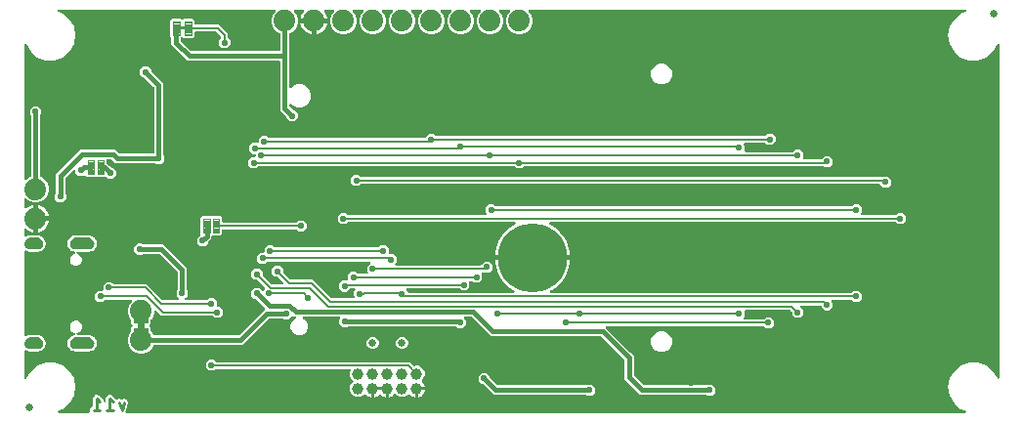
<source format=gbr>
G04 EAGLE Gerber RS-274X export*
G75*
%MOMM*%
%FSLAX34Y34*%
%LPD*%
%INBottom Copper*%
%IPPOS*%
%AMOC8*
5,1,8,0,0,1.08239X$1,22.5*%
G01*
%ADD10C,0.254000*%
%ADD11C,0.654000*%
%ADD12C,0.635000*%
%ADD13C,6.000000*%
%ADD14C,0.099059*%
%ADD15C,0.101600*%
%ADD16C,1.879600*%
%ADD17C,1.000000*%
%ADD18C,0.558800*%
%ADD19C,0.203200*%
%ADD20C,0.406400*%

G36*
X58541Y3057D02*
X58541Y3057D01*
X58600Y3055D01*
X58682Y3077D01*
X58765Y3089D01*
X58818Y3112D01*
X58875Y3127D01*
X58947Y3170D01*
X59024Y3205D01*
X59069Y3243D01*
X59119Y3272D01*
X59177Y3334D01*
X59241Y3388D01*
X59274Y3437D01*
X59314Y3480D01*
X59352Y3555D01*
X59399Y3625D01*
X59417Y3681D01*
X59443Y3733D01*
X59455Y3801D01*
X59485Y3896D01*
X59487Y3996D01*
X59499Y4064D01*
X59499Y6448D01*
X61447Y8396D01*
X61504Y8411D01*
X61587Y8423D01*
X61641Y8446D01*
X61697Y8461D01*
X61770Y8504D01*
X61847Y8539D01*
X61891Y8577D01*
X61942Y8606D01*
X61999Y8668D01*
X62064Y8722D01*
X62096Y8771D01*
X62136Y8814D01*
X62175Y8889D01*
X62221Y8959D01*
X62239Y9015D01*
X62266Y9067D01*
X62277Y9135D01*
X62307Y9230D01*
X62310Y9330D01*
X62321Y9398D01*
X62321Y15001D01*
X62312Y15064D01*
X62315Y15113D01*
X62186Y16269D01*
X62187Y16269D01*
X62243Y16365D01*
X62251Y16396D01*
X62266Y16424D01*
X62278Y16501D01*
X62301Y16588D01*
X63119Y17406D01*
X63158Y17457D01*
X63194Y17490D01*
X63921Y18398D01*
X64029Y18426D01*
X64056Y18442D01*
X64086Y18452D01*
X64150Y18497D01*
X64227Y18543D01*
X65385Y18543D01*
X65448Y18552D01*
X65497Y18549D01*
X66653Y18677D01*
X66749Y18620D01*
X66779Y18613D01*
X66807Y18598D01*
X66885Y18585D01*
X66972Y18563D01*
X67790Y17744D01*
X67841Y17706D01*
X67874Y17670D01*
X71577Y14707D01*
X71727Y13363D01*
X71748Y13279D01*
X71760Y13193D01*
X71783Y13142D01*
X71797Y13087D01*
X71841Y13013D01*
X71877Y12934D01*
X71913Y12891D01*
X71942Y12842D01*
X72004Y12783D01*
X72060Y12717D01*
X72107Y12686D01*
X72148Y12647D01*
X72225Y12607D01*
X72297Y12559D01*
X72351Y12542D01*
X72401Y12517D01*
X72485Y12500D01*
X72568Y12474D01*
X72624Y12472D01*
X72679Y12461D01*
X72766Y12469D01*
X72852Y12466D01*
X72907Y12481D01*
X72963Y12485D01*
X73044Y12516D01*
X73127Y12538D01*
X73176Y12567D01*
X73228Y12587D01*
X73297Y12639D01*
X73372Y12683D01*
X73410Y12724D01*
X73455Y12758D01*
X73507Y12828D01*
X73566Y12891D01*
X73592Y12941D01*
X73626Y12986D01*
X73656Y13067D01*
X73696Y13144D01*
X73704Y13192D01*
X73726Y13252D01*
X73732Y13364D01*
X73751Y13475D01*
X73751Y15001D01*
X73742Y15064D01*
X73745Y15113D01*
X73616Y16269D01*
X73617Y16269D01*
X73673Y16365D01*
X73681Y16396D01*
X73696Y16424D01*
X73708Y16501D01*
X73731Y16588D01*
X74549Y17406D01*
X74588Y17457D01*
X74624Y17490D01*
X75351Y18398D01*
X75459Y18426D01*
X75486Y18442D01*
X75516Y18452D01*
X75580Y18497D01*
X75657Y18543D01*
X76815Y18543D01*
X76878Y18552D01*
X76927Y18549D01*
X78083Y18677D01*
X78179Y18620D01*
X78209Y18613D01*
X78237Y18598D01*
X78315Y18585D01*
X78402Y18563D01*
X79220Y17744D01*
X79271Y17706D01*
X79304Y17670D01*
X82632Y15007D01*
X82677Y14980D01*
X82717Y14946D01*
X82799Y14908D01*
X82877Y14862D01*
X82928Y14849D01*
X82975Y14827D01*
X83065Y14813D01*
X83152Y14791D01*
X83204Y14792D01*
X83256Y14784D01*
X83328Y14795D01*
X83436Y14798D01*
X83523Y14826D01*
X83588Y14836D01*
X85336Y15419D01*
X86887Y14644D01*
X86903Y14639D01*
X86917Y14629D01*
X87038Y14593D01*
X87156Y14554D01*
X87173Y14553D01*
X87190Y14548D01*
X87316Y14547D01*
X87440Y14542D01*
X87457Y14546D01*
X87474Y14546D01*
X87542Y14566D01*
X87717Y14609D01*
X87758Y14633D01*
X87795Y14644D01*
X89345Y15419D01*
X91941Y14554D01*
X93164Y12107D01*
X90929Y5401D01*
X90926Y5386D01*
X90920Y5372D01*
X90910Y5306D01*
X90891Y5247D01*
X90890Y5186D01*
X90878Y5121D01*
X90879Y5106D01*
X90877Y5091D01*
X90886Y5035D01*
X90884Y4963D01*
X90900Y4902D01*
X90906Y4839D01*
X90909Y4831D01*
X90752Y4518D01*
X90750Y4510D01*
X90745Y4503D01*
X90704Y4375D01*
X90662Y4248D01*
X90662Y4240D01*
X90659Y4232D01*
X90656Y4097D01*
X90650Y3964D01*
X90652Y3956D01*
X90652Y3948D01*
X90686Y3818D01*
X90717Y3688D01*
X90721Y3681D01*
X90724Y3673D01*
X90791Y3559D01*
X90858Y3441D01*
X90865Y3435D01*
X90869Y3428D01*
X90966Y3337D01*
X91062Y3243D01*
X91070Y3239D01*
X91076Y3234D01*
X91196Y3173D01*
X91313Y3110D01*
X91322Y3108D01*
X91329Y3104D01*
X91381Y3095D01*
X91591Y3051D01*
X91630Y3054D01*
X91660Y3049D01*
X818025Y3049D01*
X818132Y3064D01*
X818239Y3072D01*
X818272Y3084D01*
X818306Y3089D01*
X818405Y3133D01*
X818506Y3170D01*
X818534Y3191D01*
X818566Y3205D01*
X818648Y3275D01*
X818735Y3338D01*
X818756Y3366D01*
X818783Y3388D01*
X818842Y3478D01*
X818908Y3564D01*
X818921Y3596D01*
X818940Y3625D01*
X818973Y3728D01*
X819012Y3828D01*
X819016Y3863D01*
X819026Y3896D01*
X819029Y4004D01*
X819039Y4111D01*
X819033Y4146D01*
X819033Y4180D01*
X819006Y4285D01*
X818986Y4391D01*
X818970Y4422D01*
X818962Y4455D01*
X818907Y4548D01*
X818858Y4644D01*
X818834Y4670D01*
X818816Y4700D01*
X818738Y4774D01*
X818664Y4853D01*
X818637Y4868D01*
X818609Y4894D01*
X818418Y4992D01*
X818372Y5018D01*
X814538Y6413D01*
X808705Y11308D01*
X804898Y17902D01*
X803576Y25400D01*
X804898Y32898D01*
X808705Y39492D01*
X814538Y44387D01*
X821693Y46991D01*
X829307Y46991D01*
X836462Y44387D01*
X842295Y39492D01*
X845957Y33149D01*
X845969Y33134D01*
X845977Y33116D01*
X846056Y33022D01*
X846132Y32925D01*
X846148Y32914D01*
X846161Y32899D01*
X846263Y32831D01*
X846362Y32759D01*
X846381Y32752D01*
X846397Y32741D01*
X846514Y32704D01*
X846630Y32663D01*
X846650Y32661D01*
X846668Y32656D01*
X846791Y32652D01*
X846914Y32645D01*
X846933Y32649D01*
X846952Y32648D01*
X847071Y32679D01*
X847191Y32706D01*
X847209Y32715D01*
X847227Y32720D01*
X847333Y32783D01*
X847441Y32842D01*
X847455Y32855D01*
X847472Y32865D01*
X847556Y32955D01*
X847643Y33041D01*
X847653Y33058D01*
X847666Y33073D01*
X847722Y33182D01*
X847782Y33289D01*
X847787Y33308D01*
X847796Y33326D01*
X847808Y33398D01*
X847847Y33566D01*
X847845Y33617D01*
X847851Y33657D01*
X847851Y321943D01*
X847849Y321963D01*
X847851Y321982D01*
X847829Y322103D01*
X847811Y322225D01*
X847803Y322242D01*
X847800Y322262D01*
X847745Y322372D01*
X847695Y322484D01*
X847683Y322499D01*
X847674Y322517D01*
X847591Y322607D01*
X847512Y322701D01*
X847495Y322712D01*
X847482Y322726D01*
X847377Y322791D01*
X847275Y322859D01*
X847256Y322865D01*
X847240Y322875D01*
X847121Y322907D01*
X847004Y322944D01*
X846984Y322945D01*
X846965Y322950D01*
X846843Y322949D01*
X846720Y322952D01*
X846701Y322947D01*
X846681Y322946D01*
X846563Y322911D01*
X846445Y322880D01*
X846428Y322870D01*
X846409Y322864D01*
X846306Y322797D01*
X846200Y322735D01*
X846187Y322720D01*
X846170Y322710D01*
X846124Y322653D01*
X846006Y322527D01*
X845982Y322482D01*
X845957Y322451D01*
X842295Y316108D01*
X836462Y311213D01*
X829307Y308609D01*
X821693Y308609D01*
X814538Y311213D01*
X808705Y316108D01*
X804898Y322702D01*
X803576Y330200D01*
X804898Y337698D01*
X808705Y344292D01*
X814538Y349187D01*
X818372Y350582D01*
X818467Y350633D01*
X818566Y350677D01*
X818592Y350699D01*
X818623Y350716D01*
X818700Y350791D01*
X818783Y350861D01*
X818802Y350889D01*
X818827Y350914D01*
X818881Y351007D01*
X818940Y351097D01*
X818951Y351130D01*
X818968Y351160D01*
X818994Y351265D01*
X819026Y351368D01*
X819027Y351403D01*
X819035Y351437D01*
X819031Y351544D01*
X819033Y351652D01*
X819025Y351686D01*
X819023Y351721D01*
X818989Y351823D01*
X818962Y351927D01*
X818944Y351957D01*
X818933Y351990D01*
X818871Y352079D01*
X818816Y352172D01*
X818791Y352196D01*
X818771Y352224D01*
X818688Y352292D01*
X818609Y352366D01*
X818578Y352382D01*
X818551Y352404D01*
X818452Y352447D01*
X818356Y352496D01*
X818325Y352501D01*
X818290Y352516D01*
X818077Y352542D01*
X818025Y352551D01*
X440765Y352551D01*
X440736Y352547D01*
X440707Y352550D01*
X440596Y352527D01*
X440484Y352511D01*
X440457Y352499D01*
X440428Y352494D01*
X440328Y352441D01*
X440224Y352395D01*
X440202Y352376D01*
X440176Y352363D01*
X440094Y352285D01*
X440007Y352212D01*
X439991Y352187D01*
X439970Y352167D01*
X439913Y352069D01*
X439850Y351975D01*
X439841Y351947D01*
X439826Y351922D01*
X439798Y351812D01*
X439764Y351704D01*
X439763Y351674D01*
X439756Y351646D01*
X439760Y351533D01*
X439757Y351420D01*
X439764Y351391D01*
X439765Y351362D01*
X439800Y351254D01*
X439828Y351145D01*
X439843Y351119D01*
X439852Y351091D01*
X439898Y351027D01*
X439974Y350900D01*
X440019Y350857D01*
X440047Y350818D01*
X441491Y349375D01*
X443231Y345174D01*
X443231Y340626D01*
X441490Y336425D01*
X438275Y333210D01*
X434074Y331469D01*
X429526Y331469D01*
X425325Y333210D01*
X422110Y336425D01*
X420369Y340626D01*
X420369Y345174D01*
X422109Y349375D01*
X423553Y350818D01*
X423570Y350842D01*
X423593Y350861D01*
X423655Y350955D01*
X423724Y351045D01*
X423734Y351073D01*
X423750Y351097D01*
X423784Y351205D01*
X423825Y351311D01*
X423827Y351340D01*
X423836Y351368D01*
X423839Y351482D01*
X423848Y351594D01*
X423843Y351623D01*
X423843Y351652D01*
X423815Y351762D01*
X423792Y351873D01*
X423779Y351899D01*
X423772Y351927D01*
X423714Y352025D01*
X423661Y352125D01*
X423641Y352147D01*
X423626Y352172D01*
X423544Y352249D01*
X423466Y352331D01*
X423440Y352346D01*
X423419Y352366D01*
X423318Y352418D01*
X423220Y352475D01*
X423192Y352482D01*
X423166Y352496D01*
X423088Y352509D01*
X422945Y352545D01*
X422882Y352543D01*
X422835Y352551D01*
X415365Y352551D01*
X415336Y352547D01*
X415307Y352550D01*
X415196Y352527D01*
X415084Y352511D01*
X415057Y352499D01*
X415028Y352494D01*
X414928Y352441D01*
X414824Y352395D01*
X414802Y352376D01*
X414776Y352363D01*
X414694Y352285D01*
X414607Y352212D01*
X414591Y352187D01*
X414570Y352167D01*
X414513Y352069D01*
X414450Y351975D01*
X414441Y351947D01*
X414426Y351922D01*
X414398Y351812D01*
X414364Y351704D01*
X414363Y351674D01*
X414356Y351646D01*
X414360Y351533D01*
X414357Y351420D01*
X414364Y351391D01*
X414365Y351362D01*
X414400Y351254D01*
X414428Y351145D01*
X414443Y351119D01*
X414452Y351091D01*
X414498Y351027D01*
X414574Y350900D01*
X414619Y350857D01*
X414647Y350818D01*
X416091Y349375D01*
X417831Y345174D01*
X417831Y340626D01*
X416090Y336425D01*
X412875Y333210D01*
X408674Y331469D01*
X404126Y331469D01*
X399925Y333210D01*
X396710Y336425D01*
X394969Y340626D01*
X394969Y345174D01*
X396709Y349375D01*
X398153Y350818D01*
X398170Y350842D01*
X398193Y350861D01*
X398255Y350955D01*
X398324Y351045D01*
X398334Y351073D01*
X398350Y351097D01*
X398384Y351205D01*
X398425Y351311D01*
X398427Y351340D01*
X398436Y351368D01*
X398439Y351482D01*
X398448Y351594D01*
X398443Y351623D01*
X398443Y351652D01*
X398415Y351762D01*
X398392Y351873D01*
X398379Y351899D01*
X398372Y351927D01*
X398314Y352025D01*
X398261Y352125D01*
X398241Y352147D01*
X398226Y352172D01*
X398144Y352249D01*
X398066Y352331D01*
X398040Y352346D01*
X398019Y352366D01*
X397918Y352418D01*
X397820Y352475D01*
X397792Y352482D01*
X397766Y352496D01*
X397688Y352509D01*
X397545Y352545D01*
X397482Y352543D01*
X397435Y352551D01*
X389965Y352551D01*
X389936Y352547D01*
X389907Y352550D01*
X389796Y352527D01*
X389684Y352511D01*
X389657Y352499D01*
X389628Y352494D01*
X389528Y352441D01*
X389424Y352395D01*
X389402Y352376D01*
X389376Y352363D01*
X389294Y352285D01*
X389207Y352212D01*
X389191Y352187D01*
X389170Y352167D01*
X389113Y352069D01*
X389050Y351975D01*
X389041Y351947D01*
X389026Y351922D01*
X388998Y351812D01*
X388964Y351704D01*
X388963Y351674D01*
X388956Y351646D01*
X388960Y351533D01*
X388957Y351420D01*
X388964Y351391D01*
X388965Y351362D01*
X389000Y351254D01*
X389028Y351145D01*
X389043Y351119D01*
X389052Y351091D01*
X389098Y351027D01*
X389174Y350900D01*
X389219Y350857D01*
X389247Y350818D01*
X390691Y349375D01*
X392431Y345174D01*
X392431Y340626D01*
X390690Y336425D01*
X387475Y333210D01*
X383274Y331469D01*
X378726Y331469D01*
X374525Y333210D01*
X371310Y336425D01*
X369569Y340626D01*
X369569Y345174D01*
X371309Y349375D01*
X372753Y350818D01*
X372770Y350842D01*
X372793Y350861D01*
X372855Y350955D01*
X372924Y351045D01*
X372934Y351073D01*
X372950Y351097D01*
X372984Y351205D01*
X373025Y351311D01*
X373027Y351340D01*
X373036Y351368D01*
X373039Y351482D01*
X373048Y351594D01*
X373043Y351623D01*
X373043Y351652D01*
X373015Y351762D01*
X372992Y351873D01*
X372979Y351899D01*
X372972Y351927D01*
X372914Y352025D01*
X372861Y352125D01*
X372841Y352147D01*
X372826Y352172D01*
X372744Y352249D01*
X372666Y352331D01*
X372640Y352346D01*
X372619Y352366D01*
X372518Y352418D01*
X372420Y352475D01*
X372392Y352482D01*
X372366Y352496D01*
X372288Y352509D01*
X372145Y352545D01*
X372082Y352543D01*
X372035Y352551D01*
X364565Y352551D01*
X364536Y352547D01*
X364507Y352550D01*
X364396Y352527D01*
X364284Y352511D01*
X364257Y352499D01*
X364228Y352494D01*
X364128Y352441D01*
X364024Y352395D01*
X364002Y352376D01*
X363976Y352363D01*
X363894Y352285D01*
X363807Y352212D01*
X363791Y352187D01*
X363770Y352167D01*
X363713Y352069D01*
X363650Y351975D01*
X363641Y351947D01*
X363626Y351922D01*
X363598Y351812D01*
X363564Y351704D01*
X363563Y351674D01*
X363556Y351646D01*
X363560Y351533D01*
X363557Y351420D01*
X363564Y351391D01*
X363565Y351362D01*
X363600Y351254D01*
X363628Y351145D01*
X363643Y351119D01*
X363652Y351091D01*
X363698Y351027D01*
X363774Y350900D01*
X363819Y350857D01*
X363847Y350818D01*
X365291Y349375D01*
X367031Y345174D01*
X367031Y340626D01*
X365290Y336425D01*
X362075Y333210D01*
X357874Y331469D01*
X353326Y331469D01*
X349125Y333210D01*
X345910Y336425D01*
X344169Y340626D01*
X344169Y345174D01*
X345909Y349375D01*
X347353Y350818D01*
X347370Y350842D01*
X347393Y350861D01*
X347455Y350955D01*
X347524Y351045D01*
X347534Y351073D01*
X347550Y351097D01*
X347584Y351205D01*
X347625Y351311D01*
X347627Y351340D01*
X347636Y351368D01*
X347639Y351482D01*
X347648Y351594D01*
X347643Y351623D01*
X347643Y351652D01*
X347615Y351762D01*
X347592Y351873D01*
X347579Y351899D01*
X347572Y351927D01*
X347514Y352025D01*
X347461Y352125D01*
X347441Y352147D01*
X347426Y352172D01*
X347344Y352249D01*
X347266Y352331D01*
X347240Y352346D01*
X347219Y352366D01*
X347118Y352418D01*
X347020Y352475D01*
X346992Y352482D01*
X346966Y352496D01*
X346888Y352509D01*
X346745Y352545D01*
X346682Y352543D01*
X346635Y352551D01*
X339165Y352551D01*
X339136Y352547D01*
X339107Y352550D01*
X338996Y352527D01*
X338884Y352511D01*
X338857Y352499D01*
X338828Y352494D01*
X338728Y352441D01*
X338624Y352395D01*
X338602Y352376D01*
X338576Y352363D01*
X338494Y352285D01*
X338407Y352212D01*
X338391Y352187D01*
X338370Y352167D01*
X338313Y352069D01*
X338250Y351975D01*
X338241Y351947D01*
X338226Y351922D01*
X338198Y351812D01*
X338164Y351704D01*
X338163Y351674D01*
X338156Y351646D01*
X338160Y351533D01*
X338157Y351420D01*
X338164Y351391D01*
X338165Y351362D01*
X338200Y351254D01*
X338228Y351145D01*
X338243Y351119D01*
X338252Y351091D01*
X338298Y351027D01*
X338374Y350900D01*
X338419Y350857D01*
X338447Y350818D01*
X339891Y349375D01*
X341631Y345174D01*
X341631Y340626D01*
X339890Y336425D01*
X336675Y333210D01*
X332474Y331469D01*
X327926Y331469D01*
X323725Y333210D01*
X320510Y336425D01*
X318769Y340626D01*
X318769Y345174D01*
X320509Y349375D01*
X321953Y350818D01*
X321970Y350842D01*
X321993Y350861D01*
X322055Y350955D01*
X322124Y351045D01*
X322134Y351073D01*
X322150Y351097D01*
X322184Y351205D01*
X322225Y351311D01*
X322227Y351340D01*
X322236Y351368D01*
X322239Y351482D01*
X322248Y351594D01*
X322243Y351623D01*
X322243Y351652D01*
X322215Y351762D01*
X322192Y351873D01*
X322179Y351899D01*
X322172Y351927D01*
X322114Y352025D01*
X322061Y352125D01*
X322041Y352147D01*
X322026Y352172D01*
X321944Y352249D01*
X321866Y352331D01*
X321840Y352346D01*
X321819Y352366D01*
X321718Y352418D01*
X321620Y352475D01*
X321592Y352482D01*
X321566Y352496D01*
X321488Y352509D01*
X321345Y352545D01*
X321282Y352543D01*
X321235Y352551D01*
X313765Y352551D01*
X313736Y352547D01*
X313707Y352550D01*
X313596Y352527D01*
X313484Y352511D01*
X313457Y352499D01*
X313428Y352494D01*
X313328Y352441D01*
X313224Y352395D01*
X313202Y352376D01*
X313176Y352363D01*
X313094Y352285D01*
X313007Y352212D01*
X312991Y352187D01*
X312970Y352167D01*
X312913Y352069D01*
X312850Y351975D01*
X312841Y351947D01*
X312826Y351922D01*
X312798Y351812D01*
X312764Y351704D01*
X312763Y351674D01*
X312756Y351646D01*
X312760Y351533D01*
X312757Y351420D01*
X312764Y351391D01*
X312765Y351362D01*
X312800Y351254D01*
X312828Y351145D01*
X312843Y351119D01*
X312852Y351091D01*
X312898Y351027D01*
X312974Y350900D01*
X313019Y350857D01*
X313047Y350818D01*
X314491Y349375D01*
X316231Y345174D01*
X316231Y340626D01*
X314490Y336425D01*
X311275Y333210D01*
X307074Y331469D01*
X302526Y331469D01*
X298325Y333210D01*
X295110Y336425D01*
X293369Y340626D01*
X293369Y345174D01*
X295109Y349375D01*
X296553Y350818D01*
X296570Y350842D01*
X296593Y350861D01*
X296655Y350955D01*
X296724Y351045D01*
X296734Y351073D01*
X296750Y351097D01*
X296784Y351205D01*
X296825Y351311D01*
X296827Y351340D01*
X296836Y351368D01*
X296839Y351482D01*
X296848Y351594D01*
X296843Y351623D01*
X296843Y351652D01*
X296815Y351762D01*
X296792Y351873D01*
X296779Y351899D01*
X296772Y351927D01*
X296714Y352025D01*
X296661Y352125D01*
X296641Y352147D01*
X296626Y352172D01*
X296544Y352249D01*
X296466Y352331D01*
X296440Y352346D01*
X296419Y352366D01*
X296318Y352418D01*
X296220Y352475D01*
X296192Y352482D01*
X296166Y352496D01*
X296088Y352509D01*
X295945Y352545D01*
X295882Y352543D01*
X295835Y352551D01*
X288365Y352551D01*
X288336Y352547D01*
X288307Y352550D01*
X288196Y352527D01*
X288084Y352511D01*
X288057Y352499D01*
X288028Y352494D01*
X287928Y352441D01*
X287824Y352395D01*
X287802Y352376D01*
X287776Y352363D01*
X287694Y352285D01*
X287607Y352212D01*
X287591Y352187D01*
X287570Y352167D01*
X287513Y352069D01*
X287450Y351975D01*
X287441Y351947D01*
X287426Y351922D01*
X287398Y351812D01*
X287364Y351704D01*
X287363Y351674D01*
X287356Y351646D01*
X287360Y351533D01*
X287357Y351420D01*
X287364Y351391D01*
X287365Y351362D01*
X287400Y351254D01*
X287428Y351145D01*
X287443Y351119D01*
X287452Y351091D01*
X287498Y351027D01*
X287574Y350900D01*
X287619Y350857D01*
X287647Y350818D01*
X289091Y349375D01*
X290831Y345174D01*
X290831Y340626D01*
X289090Y336425D01*
X285875Y333210D01*
X281674Y331469D01*
X277126Y331469D01*
X272925Y333210D01*
X269710Y336425D01*
X267969Y340626D01*
X267969Y345174D01*
X269709Y349375D01*
X271153Y350818D01*
X271170Y350842D01*
X271193Y350861D01*
X271255Y350955D01*
X271324Y351045D01*
X271334Y351073D01*
X271350Y351097D01*
X271384Y351205D01*
X271425Y351311D01*
X271427Y351340D01*
X271436Y351368D01*
X271439Y351482D01*
X271448Y351594D01*
X271443Y351623D01*
X271443Y351652D01*
X271415Y351762D01*
X271392Y351873D01*
X271379Y351899D01*
X271372Y351927D01*
X271314Y352025D01*
X271261Y352125D01*
X271241Y352147D01*
X271226Y352172D01*
X271144Y352249D01*
X271066Y352331D01*
X271040Y352346D01*
X271019Y352366D01*
X270918Y352418D01*
X270820Y352475D01*
X270792Y352482D01*
X270766Y352496D01*
X270688Y352509D01*
X270545Y352545D01*
X270482Y352543D01*
X270435Y352551D01*
X263684Y352551D01*
X263655Y352547D01*
X263625Y352550D01*
X263514Y352527D01*
X263402Y352511D01*
X263375Y352499D01*
X263347Y352494D01*
X263246Y352441D01*
X263143Y352395D01*
X263120Y352376D01*
X263094Y352363D01*
X263012Y352285D01*
X262926Y352212D01*
X262909Y352187D01*
X262888Y352167D01*
X262831Y352069D01*
X262768Y351975D01*
X262759Y351947D01*
X262744Y351922D01*
X262717Y351812D01*
X262682Y351704D01*
X262682Y351675D01*
X262674Y351646D01*
X262678Y351533D01*
X262675Y351420D01*
X262682Y351391D01*
X262683Y351362D01*
X262718Y351254D01*
X262747Y351145D01*
X262762Y351119D01*
X262771Y351091D01*
X262817Y351027D01*
X262892Y350900D01*
X262938Y350857D01*
X262966Y350818D01*
X263106Y350677D01*
X264211Y349157D01*
X265064Y347483D01*
X265645Y345696D01*
X265766Y344931D01*
X255016Y344931D01*
X254958Y344923D01*
X254900Y344925D01*
X254818Y344903D01*
X254735Y344891D01*
X254681Y344867D01*
X254625Y344853D01*
X254552Y344810D01*
X254475Y344775D01*
X254431Y344737D01*
X254380Y344707D01*
X254323Y344646D01*
X254258Y344591D01*
X254226Y344543D01*
X254186Y344500D01*
X254147Y344425D01*
X254101Y344355D01*
X254083Y344299D01*
X254056Y344247D01*
X254045Y344179D01*
X254015Y344084D01*
X254012Y343984D01*
X254001Y343916D01*
X254001Y342899D01*
X253999Y342899D01*
X253999Y343916D01*
X253991Y343974D01*
X253992Y344032D01*
X253971Y344114D01*
X253959Y344197D01*
X253935Y344251D01*
X253921Y344307D01*
X253878Y344380D01*
X253843Y344457D01*
X253805Y344502D01*
X253775Y344552D01*
X253714Y344610D01*
X253659Y344674D01*
X253611Y344706D01*
X253568Y344746D01*
X253493Y344785D01*
X253423Y344831D01*
X253367Y344849D01*
X253315Y344876D01*
X253247Y344887D01*
X253152Y344917D01*
X253052Y344920D01*
X252984Y344931D01*
X242234Y344931D01*
X242355Y345696D01*
X242936Y347483D01*
X243789Y349157D01*
X244894Y350677D01*
X245034Y350818D01*
X245052Y350842D01*
X245074Y350861D01*
X245137Y350955D01*
X245205Y351045D01*
X245216Y351073D01*
X245232Y351097D01*
X245266Y351205D01*
X245306Y351311D01*
X245309Y351340D01*
X245318Y351368D01*
X245321Y351481D01*
X245330Y351594D01*
X245324Y351623D01*
X245325Y351652D01*
X245296Y351762D01*
X245274Y351873D01*
X245261Y351899D01*
X245253Y351927D01*
X245195Y352025D01*
X245143Y352125D01*
X245123Y352147D01*
X245108Y352172D01*
X245025Y352249D01*
X244947Y352331D01*
X244922Y352346D01*
X244901Y352366D01*
X244800Y352418D01*
X244702Y352475D01*
X244674Y352482D01*
X244647Y352496D01*
X244570Y352509D01*
X244427Y352545D01*
X244364Y352543D01*
X244316Y352551D01*
X237565Y352551D01*
X237536Y352547D01*
X237507Y352550D01*
X237396Y352527D01*
X237284Y352511D01*
X237257Y352499D01*
X237228Y352494D01*
X237128Y352441D01*
X237024Y352395D01*
X237002Y352376D01*
X236976Y352363D01*
X236894Y352285D01*
X236807Y352212D01*
X236791Y352187D01*
X236770Y352167D01*
X236713Y352069D01*
X236650Y351975D01*
X236641Y351947D01*
X236626Y351922D01*
X236598Y351812D01*
X236564Y351704D01*
X236563Y351674D01*
X236556Y351646D01*
X236560Y351533D01*
X236557Y351420D01*
X236564Y351391D01*
X236565Y351362D01*
X236600Y351254D01*
X236628Y351145D01*
X236643Y351119D01*
X236652Y351091D01*
X236698Y351027D01*
X236774Y350900D01*
X236819Y350857D01*
X236847Y350818D01*
X238291Y349375D01*
X240031Y345174D01*
X240031Y340626D01*
X238290Y336425D01*
X235075Y333210D01*
X233291Y332471D01*
X233290Y332470D01*
X233289Y332470D01*
X233170Y332399D01*
X233047Y332326D01*
X233046Y332325D01*
X233044Y332324D01*
X232947Y332220D01*
X232851Y332120D01*
X232851Y332118D01*
X232850Y332117D01*
X232785Y331990D01*
X232721Y331867D01*
X232721Y331865D01*
X232720Y331864D01*
X232718Y331849D01*
X232666Y331588D01*
X232669Y331557D01*
X232665Y331533D01*
X232665Y285804D01*
X232669Y285775D01*
X232666Y285746D01*
X232689Y285635D01*
X232705Y285523D01*
X232717Y285496D01*
X232722Y285467D01*
X232775Y285366D01*
X232821Y285263D01*
X232840Y285241D01*
X232853Y285215D01*
X232931Y285133D01*
X233004Y285046D01*
X233029Y285030D01*
X233049Y285009D01*
X233147Y284952D01*
X233241Y284889D01*
X233269Y284880D01*
X233294Y284865D01*
X233404Y284837D01*
X233512Y284803D01*
X233542Y284802D01*
X233570Y284795D01*
X233683Y284799D01*
X233796Y284796D01*
X233825Y284803D01*
X233854Y284804D01*
X233962Y284839D01*
X234071Y284867D01*
X234097Y284882D01*
X234125Y284891D01*
X234189Y284937D01*
X234316Y285013D01*
X234359Y285058D01*
X234398Y285086D01*
X235617Y286305D01*
X239304Y287833D01*
X243296Y287833D01*
X246983Y286305D01*
X249805Y283483D01*
X251333Y279796D01*
X251333Y275804D01*
X249805Y272117D01*
X246983Y269295D01*
X243296Y267767D01*
X239304Y267767D01*
X235617Y269295D01*
X234398Y270514D01*
X234374Y270531D01*
X234355Y270554D01*
X234261Y270617D01*
X234171Y270685D01*
X234143Y270695D01*
X234119Y270711D01*
X234011Y270746D01*
X233905Y270786D01*
X233876Y270788D01*
X233848Y270797D01*
X233734Y270800D01*
X233622Y270809D01*
X233593Y270804D01*
X233564Y270804D01*
X233454Y270776D01*
X233343Y270754D01*
X233317Y270740D01*
X233289Y270733D01*
X233191Y270675D01*
X233091Y270623D01*
X233069Y270602D01*
X233044Y270587D01*
X232967Y270505D01*
X232885Y270427D01*
X232870Y270401D01*
X232850Y270380D01*
X232798Y270279D01*
X232741Y270181D01*
X232734Y270153D01*
X232720Y270127D01*
X232707Y270050D01*
X232671Y269906D01*
X232673Y269843D01*
X232665Y269796D01*
X232665Y269058D01*
X232677Y268972D01*
X232680Y268884D01*
X232697Y268831D01*
X232705Y268777D01*
X232740Y268697D01*
X232767Y268614D01*
X232795Y268574D01*
X232821Y268517D01*
X232878Y268450D01*
X232902Y268408D01*
X232936Y268377D01*
X232962Y268340D01*
X235701Y265601D01*
X235771Y265549D01*
X235835Y265489D01*
X235884Y265463D01*
X235928Y265430D01*
X236010Y265399D01*
X236088Y265359D01*
X236136Y265351D01*
X236194Y265329D01*
X236342Y265317D01*
X236419Y265304D01*
X237076Y265304D01*
X239904Y262476D01*
X239904Y258478D01*
X237076Y255650D01*
X233078Y255650D01*
X230250Y258478D01*
X230250Y259135D01*
X230238Y259221D01*
X230235Y259309D01*
X230218Y259362D01*
X230210Y259416D01*
X230175Y259496D01*
X230148Y259579D01*
X230120Y259619D01*
X230094Y259676D01*
X229998Y259789D01*
X229953Y259853D01*
X227214Y262592D01*
X224535Y265270D01*
X224535Y307340D01*
X224527Y307398D01*
X224529Y307456D01*
X224507Y307538D01*
X224495Y307622D01*
X224472Y307675D01*
X224457Y307731D01*
X224414Y307804D01*
X224379Y307881D01*
X224341Y307926D01*
X224312Y307976D01*
X224250Y308034D01*
X224196Y308098D01*
X224147Y308130D01*
X224104Y308170D01*
X224029Y308209D01*
X223959Y308256D01*
X223903Y308273D01*
X223851Y308300D01*
X223783Y308311D01*
X223688Y308341D01*
X223588Y308344D01*
X223520Y308355D01*
X144366Y308355D01*
X130428Y322293D01*
X130428Y327958D01*
X130421Y328011D01*
X130422Y328045D01*
X130415Y328069D01*
X130413Y328132D01*
X130396Y328184D01*
X130388Y328239D01*
X130353Y328319D01*
X130326Y328402D01*
X130298Y328441D01*
X130272Y328499D01*
X130176Y328612D01*
X130131Y328675D01*
X129158Y329648D01*
X129158Y343452D01*
X130639Y344933D01*
X138347Y344933D01*
X138982Y344297D01*
X139029Y344262D01*
X139069Y344220D01*
X139142Y344177D01*
X139209Y344127D01*
X139264Y344106D01*
X139314Y344076D01*
X139396Y344055D01*
X139475Y344025D01*
X139533Y344021D01*
X139590Y344006D01*
X139674Y344009D01*
X139758Y344002D01*
X139816Y344013D01*
X139874Y344015D01*
X139954Y344041D01*
X140037Y344058D01*
X140089Y344085D01*
X140145Y344103D01*
X140201Y344143D01*
X140289Y344189D01*
X140362Y344257D01*
X140418Y344297D01*
X141053Y344933D01*
X148761Y344933D01*
X150242Y343452D01*
X150242Y340614D01*
X150250Y340556D01*
X150248Y340498D01*
X150270Y340416D01*
X150282Y340332D01*
X150305Y340279D01*
X150320Y340223D01*
X150363Y340150D01*
X150398Y340073D01*
X150436Y340028D01*
X150465Y339978D01*
X150527Y339920D01*
X150581Y339856D01*
X150630Y339824D01*
X150673Y339784D01*
X150748Y339745D01*
X150818Y339698D01*
X150874Y339681D01*
X150926Y339654D01*
X150994Y339643D01*
X151089Y339613D01*
X151189Y339610D01*
X151257Y339599D01*
X171570Y339599D01*
X173653Y337516D01*
X173653Y337515D01*
X177495Y333673D01*
X177496Y333673D01*
X179579Y331590D01*
X179579Y328048D01*
X179591Y327961D01*
X179594Y327874D01*
X179611Y327821D01*
X179619Y327766D01*
X179654Y327687D01*
X179681Y327603D01*
X179709Y327564D01*
X179735Y327507D01*
X179831Y327394D01*
X179876Y327330D01*
X181357Y325849D01*
X181357Y321851D01*
X178529Y319023D01*
X174531Y319023D01*
X171703Y321851D01*
X171703Y325849D01*
X173184Y327330D01*
X173236Y327400D01*
X173296Y327464D01*
X173322Y327513D01*
X173355Y327557D01*
X173386Y327639D01*
X173426Y327717D01*
X173434Y327764D01*
X173456Y327823D01*
X173468Y327970D01*
X173481Y328048D01*
X173481Y328644D01*
X173469Y328730D01*
X173466Y328818D01*
X173449Y328870D01*
X173441Y328925D01*
X173406Y329005D01*
X173379Y329088D01*
X173351Y329127D01*
X173325Y329185D01*
X173229Y329298D01*
X173184Y329362D01*
X169342Y333204D01*
X169272Y333256D01*
X169208Y333316D01*
X169158Y333342D01*
X169114Y333375D01*
X169033Y333406D01*
X168955Y333446D01*
X168907Y333454D01*
X168849Y333476D01*
X168701Y333488D01*
X168624Y333501D01*
X151257Y333501D01*
X151199Y333493D01*
X151141Y333495D01*
X151059Y333473D01*
X150975Y333461D01*
X150922Y333438D01*
X150866Y333423D01*
X150793Y333380D01*
X150716Y333345D01*
X150671Y333307D01*
X150621Y333278D01*
X150563Y333216D01*
X150499Y333162D01*
X150467Y333113D01*
X150427Y333070D01*
X150388Y332995D01*
X150341Y332925D01*
X150324Y332869D01*
X150297Y332817D01*
X150286Y332749D01*
X150256Y332654D01*
X150253Y332554D01*
X150242Y332486D01*
X150242Y329648D01*
X148761Y328167D01*
X141053Y328167D01*
X140418Y328803D01*
X140371Y328838D01*
X140331Y328880D01*
X140258Y328923D01*
X140191Y328973D01*
X140136Y328994D01*
X140086Y329024D01*
X140004Y329045D01*
X139925Y329075D01*
X139867Y329079D01*
X139810Y329094D01*
X139726Y329091D01*
X139642Y329098D01*
X139584Y329087D01*
X139526Y329085D01*
X139446Y329059D01*
X139363Y329042D01*
X139311Y329015D01*
X139255Y328997D01*
X139199Y328957D01*
X139111Y328911D01*
X139038Y328843D01*
X138982Y328803D01*
X138855Y328675D01*
X138803Y328606D01*
X138743Y328542D01*
X138717Y328492D01*
X138684Y328448D01*
X138653Y328367D01*
X138613Y328289D01*
X138605Y328241D01*
X138583Y328183D01*
X138577Y328114D01*
X138572Y328097D01*
X138570Y328031D01*
X138558Y327958D01*
X138558Y326081D01*
X138570Y325995D01*
X138573Y325907D01*
X138590Y325855D01*
X138598Y325800D01*
X138633Y325720D01*
X138660Y325637D01*
X138688Y325597D01*
X138714Y325540D01*
X138810Y325427D01*
X138855Y325363D01*
X147436Y316782D01*
X147506Y316730D01*
X147570Y316670D01*
X147619Y316644D01*
X147664Y316611D01*
X147745Y316580D01*
X147823Y316540D01*
X147871Y316532D01*
X147929Y316510D01*
X148077Y316498D01*
X148154Y316485D01*
X223520Y316485D01*
X223578Y316493D01*
X223636Y316491D01*
X223718Y316513D01*
X223802Y316525D01*
X223855Y316548D01*
X223911Y316563D01*
X223984Y316606D01*
X224061Y316641D01*
X224106Y316679D01*
X224156Y316708D01*
X224214Y316770D01*
X224278Y316824D01*
X224310Y316873D01*
X224350Y316916D01*
X224389Y316991D01*
X224436Y317061D01*
X224453Y317117D01*
X224480Y317169D01*
X224491Y317237D01*
X224521Y317332D01*
X224524Y317432D01*
X224535Y317500D01*
X224535Y331533D01*
X224535Y331534D01*
X224535Y331536D01*
X224515Y331676D01*
X224495Y331814D01*
X224495Y331816D01*
X224495Y331817D01*
X224438Y331943D01*
X224379Y332074D01*
X224378Y332075D01*
X224377Y332076D01*
X224286Y332183D01*
X224196Y332291D01*
X224194Y332292D01*
X224193Y332293D01*
X224180Y332301D01*
X223959Y332448D01*
X223930Y332458D01*
X223909Y332471D01*
X222125Y333210D01*
X218910Y336425D01*
X217169Y340626D01*
X217169Y345174D01*
X218909Y349375D01*
X220353Y350818D01*
X220370Y350842D01*
X220393Y350861D01*
X220455Y350955D01*
X220524Y351045D01*
X220534Y351073D01*
X220550Y351097D01*
X220584Y351205D01*
X220625Y351311D01*
X220627Y351340D01*
X220636Y351368D01*
X220639Y351482D01*
X220648Y351594D01*
X220643Y351623D01*
X220643Y351652D01*
X220615Y351762D01*
X220592Y351873D01*
X220579Y351899D01*
X220572Y351927D01*
X220514Y352025D01*
X220461Y352125D01*
X220441Y352147D01*
X220426Y352172D01*
X220344Y352249D01*
X220266Y352331D01*
X220240Y352346D01*
X220219Y352366D01*
X220118Y352418D01*
X220020Y352475D01*
X219992Y352482D01*
X219966Y352496D01*
X219888Y352509D01*
X219745Y352545D01*
X219682Y352543D01*
X219635Y352551D01*
X32875Y352551D01*
X32768Y352536D01*
X32661Y352528D01*
X32628Y352516D01*
X32594Y352511D01*
X32495Y352467D01*
X32394Y352430D01*
X32366Y352409D01*
X32334Y352395D01*
X32252Y352325D01*
X32165Y352262D01*
X32144Y352234D01*
X32117Y352212D01*
X32058Y352122D01*
X31992Y352036D01*
X31979Y352004D01*
X31960Y351975D01*
X31927Y351872D01*
X31888Y351772D01*
X31884Y351737D01*
X31874Y351704D01*
X31871Y351596D01*
X31861Y351489D01*
X31867Y351454D01*
X31867Y351420D01*
X31894Y351315D01*
X31914Y351209D01*
X31930Y351178D01*
X31938Y351145D01*
X31993Y351052D01*
X32042Y350956D01*
X32066Y350930D01*
X32084Y350900D01*
X32162Y350826D01*
X32236Y350747D01*
X32263Y350732D01*
X32291Y350706D01*
X32482Y350608D01*
X32528Y350582D01*
X36362Y349187D01*
X42195Y344292D01*
X46002Y337698D01*
X47324Y330200D01*
X46002Y322702D01*
X42195Y316108D01*
X36362Y311213D01*
X29207Y308609D01*
X21593Y308609D01*
X14438Y311213D01*
X8605Y316108D01*
X4943Y322451D01*
X4931Y322466D01*
X4923Y322484D01*
X4844Y322578D01*
X4768Y322675D01*
X4752Y322686D01*
X4739Y322701D01*
X4637Y322769D01*
X4538Y322841D01*
X4519Y322848D01*
X4503Y322859D01*
X4386Y322896D01*
X4270Y322937D01*
X4250Y322939D01*
X4232Y322944D01*
X4109Y322948D01*
X3986Y322955D01*
X3967Y322951D01*
X3948Y322952D01*
X3829Y322921D01*
X3709Y322894D01*
X3691Y322885D01*
X3673Y322880D01*
X3567Y322817D01*
X3459Y322758D01*
X3445Y322745D01*
X3428Y322735D01*
X3344Y322645D01*
X3257Y322559D01*
X3247Y322542D01*
X3234Y322527D01*
X3178Y322418D01*
X3118Y322311D01*
X3113Y322292D01*
X3104Y322274D01*
X3092Y322202D01*
X3053Y322034D01*
X3055Y321983D01*
X3049Y321943D01*
X3049Y205815D01*
X3053Y205786D01*
X3050Y205757D01*
X3073Y205646D01*
X3089Y205534D01*
X3101Y205507D01*
X3106Y205478D01*
X3159Y205378D01*
X3205Y205274D01*
X3224Y205252D01*
X3237Y205226D01*
X3315Y205144D01*
X3388Y205057D01*
X3413Y205041D01*
X3433Y205020D01*
X3531Y204963D01*
X3625Y204900D01*
X3653Y204891D01*
X3678Y204876D01*
X3788Y204848D01*
X3896Y204814D01*
X3926Y204813D01*
X3954Y204806D01*
X4067Y204810D01*
X4180Y204807D01*
X4209Y204814D01*
X4238Y204815D01*
X4346Y204850D01*
X4455Y204878D01*
X4481Y204893D01*
X4509Y204902D01*
X4573Y204948D01*
X4700Y205024D01*
X4743Y205069D01*
X4782Y205097D01*
X6225Y206541D01*
X8009Y207279D01*
X8010Y207280D01*
X8011Y207280D01*
X8129Y207350D01*
X8253Y207424D01*
X8254Y207425D01*
X8256Y207426D01*
X8353Y207530D01*
X8449Y207630D01*
X8449Y207632D01*
X8450Y207633D01*
X8515Y207759D01*
X8579Y207883D01*
X8579Y207885D01*
X8580Y207886D01*
X8582Y207901D01*
X8634Y208162D01*
X8631Y208193D01*
X8635Y208217D01*
X8635Y260978D01*
X8628Y261027D01*
X8629Y261039D01*
X8625Y261054D01*
X8623Y261065D01*
X8620Y261152D01*
X8603Y261205D01*
X8595Y261260D01*
X8560Y261339D01*
X8533Y261423D01*
X8505Y261462D01*
X8479Y261519D01*
X8383Y261632D01*
X8338Y261696D01*
X7873Y262161D01*
X7873Y266159D01*
X10701Y268987D01*
X14699Y268987D01*
X17527Y266159D01*
X17527Y262161D01*
X17062Y261696D01*
X17010Y261626D01*
X16950Y261562D01*
X16924Y261513D01*
X16891Y261469D01*
X16860Y261387D01*
X16820Y261309D01*
X16812Y261262D01*
X16790Y261203D01*
X16781Y261098D01*
X16779Y261090D01*
X16778Y261058D01*
X16778Y261056D01*
X16765Y260978D01*
X16765Y208217D01*
X16765Y208216D01*
X16765Y208214D01*
X16785Y208074D01*
X16805Y207936D01*
X16805Y207934D01*
X16805Y207933D01*
X16863Y207805D01*
X16921Y207676D01*
X16922Y207675D01*
X16923Y207674D01*
X17014Y207567D01*
X17104Y207459D01*
X17106Y207458D01*
X17107Y207457D01*
X17120Y207449D01*
X17341Y207302D01*
X17370Y207292D01*
X17391Y207279D01*
X19175Y206540D01*
X22390Y203325D01*
X24131Y199124D01*
X24131Y194576D01*
X22390Y190375D01*
X19175Y187160D01*
X14974Y185419D01*
X10426Y185419D01*
X6225Y187159D01*
X4782Y188603D01*
X4758Y188620D01*
X4739Y188643D01*
X4645Y188705D01*
X4555Y188774D01*
X4527Y188784D01*
X4503Y188800D01*
X4395Y188834D01*
X4289Y188875D01*
X4260Y188877D01*
X4232Y188886D01*
X4118Y188889D01*
X4006Y188898D01*
X3977Y188893D01*
X3948Y188893D01*
X3838Y188865D01*
X3727Y188842D01*
X3701Y188829D01*
X3673Y188822D01*
X3575Y188764D01*
X3475Y188711D01*
X3453Y188691D01*
X3428Y188676D01*
X3351Y188594D01*
X3269Y188516D01*
X3254Y188490D01*
X3234Y188469D01*
X3182Y188368D01*
X3125Y188270D01*
X3118Y188242D01*
X3104Y188216D01*
X3091Y188138D01*
X3055Y187995D01*
X3057Y187932D01*
X3049Y187885D01*
X3049Y181134D01*
X3053Y181105D01*
X3050Y181075D01*
X3073Y180964D01*
X3089Y180852D01*
X3101Y180825D01*
X3106Y180797D01*
X3159Y180696D01*
X3205Y180593D01*
X3224Y180570D01*
X3237Y180544D01*
X3315Y180462D01*
X3388Y180376D01*
X3413Y180359D01*
X3433Y180338D01*
X3531Y180281D01*
X3625Y180218D01*
X3653Y180209D01*
X3678Y180194D01*
X3788Y180167D01*
X3896Y180132D01*
X3925Y180132D01*
X3954Y180124D01*
X4067Y180128D01*
X4180Y180125D01*
X4209Y180132D01*
X4238Y180133D01*
X4346Y180168D01*
X4455Y180197D01*
X4481Y180212D01*
X4509Y180221D01*
X4573Y180267D01*
X4700Y180342D01*
X4743Y180388D01*
X4782Y180416D01*
X4923Y180556D01*
X6443Y181661D01*
X8117Y182514D01*
X9904Y183095D01*
X10669Y183216D01*
X10669Y172466D01*
X10677Y172408D01*
X10675Y172350D01*
X10697Y172268D01*
X10709Y172185D01*
X10733Y172131D01*
X10747Y172075D01*
X10790Y172002D01*
X10825Y171925D01*
X10863Y171881D01*
X10893Y171830D01*
X10954Y171773D01*
X11009Y171708D01*
X11057Y171676D01*
X11100Y171636D01*
X11175Y171597D01*
X11245Y171551D01*
X11301Y171533D01*
X11353Y171506D01*
X11421Y171495D01*
X11516Y171465D01*
X11616Y171462D01*
X11684Y171451D01*
X12701Y171451D01*
X12701Y171449D01*
X11684Y171449D01*
X11626Y171441D01*
X11568Y171442D01*
X11486Y171421D01*
X11403Y171409D01*
X11349Y171385D01*
X11293Y171371D01*
X11220Y171328D01*
X11143Y171293D01*
X11098Y171255D01*
X11048Y171225D01*
X10990Y171164D01*
X10926Y171109D01*
X10894Y171061D01*
X10854Y171018D01*
X10815Y170943D01*
X10769Y170873D01*
X10751Y170817D01*
X10724Y170765D01*
X10713Y170697D01*
X10683Y170602D01*
X10680Y170502D01*
X10669Y170434D01*
X10669Y159684D01*
X9904Y159805D01*
X8117Y160386D01*
X6443Y161239D01*
X4923Y162344D01*
X4782Y162484D01*
X4758Y162502D01*
X4739Y162524D01*
X4645Y162587D01*
X4555Y162655D01*
X4527Y162666D01*
X4503Y162682D01*
X4395Y162716D01*
X4289Y162756D01*
X4260Y162759D01*
X4232Y162768D01*
X4119Y162771D01*
X4006Y162780D01*
X3977Y162774D01*
X3948Y162775D01*
X3838Y162746D01*
X3727Y162724D01*
X3701Y162711D01*
X3673Y162703D01*
X3575Y162645D01*
X3475Y162593D01*
X3453Y162573D01*
X3428Y162558D01*
X3351Y162475D01*
X3269Y162397D01*
X3254Y162372D01*
X3234Y162351D01*
X3182Y162250D01*
X3125Y162152D01*
X3118Y162124D01*
X3104Y162097D01*
X3091Y162020D01*
X3055Y161877D01*
X3057Y161814D01*
X3049Y161766D01*
X3049Y156931D01*
X3061Y156845D01*
X3063Y156759D01*
X3081Y156705D01*
X3089Y156649D01*
X3124Y156570D01*
X3150Y156488D01*
X3182Y156441D01*
X3205Y156390D01*
X3261Y156324D01*
X3309Y156252D01*
X3352Y156216D01*
X3388Y156173D01*
X3461Y156125D01*
X3527Y156069D01*
X3578Y156047D01*
X3625Y156015D01*
X3708Y155989D01*
X3787Y155954D01*
X3843Y155947D01*
X3896Y155930D01*
X3983Y155927D01*
X4068Y155916D01*
X4117Y155924D01*
X4180Y155922D01*
X4322Y155959D01*
X4399Y155973D01*
X5093Y156215D01*
X5226Y156284D01*
X5298Y156314D01*
X5606Y156508D01*
X5891Y156687D01*
X6587Y156765D01*
X6732Y156802D01*
X6809Y156816D01*
X7315Y156993D01*
X7351Y156987D01*
X7445Y156957D01*
X7546Y156954D01*
X7614Y156943D01*
X8106Y156943D01*
X8170Y156952D01*
X8220Y156949D01*
X8955Y157032D01*
X8976Y157020D01*
X9006Y157012D01*
X9033Y156998D01*
X9110Y156985D01*
X9251Y156949D01*
X9315Y156951D01*
X9364Y156943D01*
X13196Y156943D01*
X13226Y156947D01*
X13257Y156945D01*
X13367Y156967D01*
X13477Y156983D01*
X13505Y156995D01*
X13536Y157001D01*
X13593Y157033D01*
X14340Y156949D01*
X14405Y156951D01*
X14454Y156943D01*
X14946Y156943D01*
X15005Y156951D01*
X15064Y156950D01*
X15130Y156969D01*
X15227Y156983D01*
X15248Y156992D01*
X15751Y156816D01*
X15897Y156787D01*
X15973Y156765D01*
X16669Y156687D01*
X17262Y156314D01*
X17398Y156253D01*
X17467Y156215D01*
X18128Y155984D01*
X18623Y155489D01*
X18742Y155399D01*
X18801Y155347D01*
X19394Y154974D01*
X19767Y154381D01*
X19863Y154267D01*
X19909Y154203D01*
X20404Y153708D01*
X20635Y153047D01*
X20704Y152914D01*
X20734Y152842D01*
X21107Y152249D01*
X21185Y151553D01*
X21222Y151408D01*
X21236Y151331D01*
X21467Y150670D01*
X21389Y149974D01*
X21393Y149824D01*
X21389Y149746D01*
X21467Y149050D01*
X21236Y148389D01*
X21207Y148243D01*
X21185Y148167D01*
X21107Y147471D01*
X20734Y146878D01*
X20673Y146742D01*
X20635Y146673D01*
X20404Y146012D01*
X19909Y145517D01*
X19819Y145397D01*
X19767Y145339D01*
X19394Y144746D01*
X18801Y144373D01*
X18687Y144277D01*
X18623Y144231D01*
X18128Y143736D01*
X17467Y143505D01*
X17334Y143436D01*
X17262Y143406D01*
X16669Y143033D01*
X15973Y142955D01*
X15828Y142918D01*
X15751Y142904D01*
X15245Y142727D01*
X15209Y142733D01*
X15115Y142763D01*
X15014Y142766D01*
X14946Y142777D01*
X14454Y142777D01*
X14390Y142768D01*
X14340Y142771D01*
X13605Y142688D01*
X13584Y142700D01*
X13554Y142708D01*
X13527Y142722D01*
X13450Y142735D01*
X13309Y142771D01*
X13245Y142769D01*
X13196Y142777D01*
X9364Y142777D01*
X9334Y142773D01*
X9303Y142775D01*
X9193Y142753D01*
X9083Y142737D01*
X9055Y142725D01*
X9024Y142719D01*
X8967Y142687D01*
X8220Y142771D01*
X8155Y142769D01*
X8106Y142777D01*
X7614Y142777D01*
X7555Y142769D01*
X7496Y142770D01*
X7430Y142751D01*
X7333Y142737D01*
X7312Y142728D01*
X6809Y142904D01*
X6663Y142933D01*
X6587Y142955D01*
X5891Y143033D01*
X5298Y143406D01*
X5162Y143467D01*
X5093Y143505D01*
X4399Y143747D01*
X4314Y143764D01*
X4232Y143790D01*
X4176Y143792D01*
X4120Y143803D01*
X4034Y143795D01*
X3948Y143798D01*
X3893Y143784D01*
X3837Y143779D01*
X3756Y143748D01*
X3673Y143726D01*
X3624Y143697D01*
X3572Y143677D01*
X3503Y143625D01*
X3428Y143581D01*
X3390Y143540D01*
X3345Y143506D01*
X3293Y143436D01*
X3234Y143373D01*
X3208Y143323D01*
X3174Y143278D01*
X3144Y143197D01*
X3104Y143120D01*
X3096Y143072D01*
X3074Y143012D01*
X3062Y142867D01*
X3049Y142789D01*
X3049Y70571D01*
X3061Y70485D01*
X3063Y70399D01*
X3081Y70345D01*
X3089Y70289D01*
X3124Y70210D01*
X3150Y70128D01*
X3182Y70081D01*
X3205Y70030D01*
X3261Y69964D01*
X3309Y69892D01*
X3352Y69856D01*
X3388Y69813D01*
X3461Y69765D01*
X3527Y69709D01*
X3578Y69687D01*
X3625Y69655D01*
X3708Y69629D01*
X3787Y69594D01*
X3843Y69587D01*
X3896Y69570D01*
X3983Y69567D01*
X4068Y69556D01*
X4117Y69564D01*
X4180Y69562D01*
X4322Y69599D01*
X4399Y69613D01*
X5093Y69855D01*
X5226Y69924D01*
X5298Y69954D01*
X5707Y70211D01*
X5708Y70211D01*
X5891Y70327D01*
X6587Y70405D01*
X6732Y70442D01*
X6809Y70456D01*
X7315Y70633D01*
X7351Y70627D01*
X7445Y70597D01*
X7546Y70594D01*
X7614Y70583D01*
X8106Y70583D01*
X8170Y70592D01*
X8220Y70589D01*
X8955Y70672D01*
X8976Y70660D01*
X9006Y70652D01*
X9033Y70638D01*
X9110Y70625D01*
X9251Y70589D01*
X9315Y70591D01*
X9364Y70583D01*
X13196Y70583D01*
X13226Y70587D01*
X13257Y70585D01*
X13367Y70607D01*
X13477Y70623D01*
X13505Y70635D01*
X13536Y70641D01*
X13593Y70673D01*
X14340Y70589D01*
X14405Y70591D01*
X14454Y70583D01*
X14946Y70583D01*
X15005Y70591D01*
X15064Y70590D01*
X15130Y70609D01*
X15227Y70623D01*
X15248Y70632D01*
X15751Y70456D01*
X15897Y70427D01*
X15973Y70405D01*
X16669Y70327D01*
X17262Y69954D01*
X17398Y69893D01*
X17467Y69855D01*
X18128Y69624D01*
X18623Y69129D01*
X18743Y69039D01*
X18801Y68987D01*
X19394Y68614D01*
X19767Y68021D01*
X19863Y67907D01*
X19909Y67843D01*
X20404Y67348D01*
X20635Y66687D01*
X20659Y66642D01*
X20665Y66618D01*
X20707Y66548D01*
X20734Y66482D01*
X21107Y65889D01*
X21185Y65193D01*
X21222Y65048D01*
X21236Y64971D01*
X21467Y64310D01*
X21389Y63614D01*
X21393Y63464D01*
X21389Y63386D01*
X21467Y62690D01*
X21236Y62029D01*
X21207Y61883D01*
X21185Y61807D01*
X21107Y61111D01*
X20734Y60518D01*
X20673Y60382D01*
X20635Y60313D01*
X20404Y59652D01*
X19909Y59157D01*
X19819Y59038D01*
X19767Y58979D01*
X19394Y58386D01*
X18801Y58013D01*
X18687Y57917D01*
X18623Y57871D01*
X18128Y57376D01*
X17467Y57145D01*
X17334Y57076D01*
X17262Y57046D01*
X16713Y56701D01*
X16669Y56673D01*
X15973Y56595D01*
X15828Y56558D01*
X15751Y56544D01*
X15245Y56367D01*
X15209Y56373D01*
X15115Y56403D01*
X15014Y56406D01*
X14946Y56417D01*
X14454Y56417D01*
X14390Y56408D01*
X14340Y56411D01*
X13605Y56328D01*
X13584Y56340D01*
X13554Y56348D01*
X13527Y56362D01*
X13450Y56375D01*
X13309Y56411D01*
X13245Y56409D01*
X13196Y56417D01*
X9364Y56417D01*
X9334Y56413D01*
X9303Y56415D01*
X9193Y56393D01*
X9083Y56377D01*
X9055Y56365D01*
X9024Y56359D01*
X8967Y56327D01*
X8220Y56411D01*
X8155Y56409D01*
X8106Y56417D01*
X7614Y56417D01*
X7555Y56409D01*
X7496Y56410D01*
X7430Y56391D01*
X7333Y56377D01*
X7312Y56368D01*
X6809Y56544D01*
X6663Y56573D01*
X6587Y56595D01*
X5891Y56673D01*
X5298Y57046D01*
X5162Y57107D01*
X5093Y57145D01*
X4399Y57387D01*
X4314Y57404D01*
X4232Y57430D01*
X4176Y57432D01*
X4120Y57443D01*
X4034Y57435D01*
X3948Y57438D01*
X3893Y57424D01*
X3837Y57419D01*
X3756Y57388D01*
X3673Y57366D01*
X3624Y57337D01*
X3572Y57317D01*
X3503Y57265D01*
X3428Y57221D01*
X3390Y57180D01*
X3345Y57146D01*
X3293Y57076D01*
X3234Y57013D01*
X3208Y56963D01*
X3174Y56918D01*
X3144Y56837D01*
X3104Y56760D01*
X3096Y56712D01*
X3074Y56652D01*
X3062Y56507D01*
X3049Y56429D01*
X3049Y33657D01*
X3051Y33637D01*
X3049Y33618D01*
X3071Y33497D01*
X3089Y33375D01*
X3097Y33358D01*
X3100Y33338D01*
X3155Y33228D01*
X3205Y33116D01*
X3217Y33101D01*
X3226Y33083D01*
X3309Y32993D01*
X3388Y32899D01*
X3405Y32888D01*
X3418Y32874D01*
X3523Y32809D01*
X3625Y32741D01*
X3644Y32735D01*
X3660Y32725D01*
X3779Y32693D01*
X3896Y32656D01*
X3916Y32655D01*
X3935Y32650D01*
X4057Y32651D01*
X4180Y32648D01*
X4199Y32653D01*
X4219Y32653D01*
X4337Y32689D01*
X4455Y32720D01*
X4472Y32730D01*
X4491Y32736D01*
X4594Y32803D01*
X4700Y32865D01*
X4713Y32880D01*
X4730Y32890D01*
X4776Y32947D01*
X4894Y33073D01*
X4918Y33118D01*
X4943Y33149D01*
X8605Y39492D01*
X14438Y44387D01*
X21593Y46991D01*
X29207Y46991D01*
X36362Y44387D01*
X42195Y39492D01*
X46002Y32898D01*
X47324Y25400D01*
X46002Y17902D01*
X42195Y11308D01*
X36362Y6413D01*
X32528Y5018D01*
X32433Y4967D01*
X32334Y4923D01*
X32308Y4901D01*
X32277Y4884D01*
X32200Y4809D01*
X32117Y4739D01*
X32098Y4711D01*
X32073Y4686D01*
X32019Y4593D01*
X31960Y4503D01*
X31949Y4470D01*
X31932Y4440D01*
X31906Y4335D01*
X31874Y4232D01*
X31873Y4197D01*
X31865Y4163D01*
X31869Y4056D01*
X31867Y3948D01*
X31875Y3914D01*
X31877Y3879D01*
X31911Y3777D01*
X31938Y3673D01*
X31956Y3643D01*
X31967Y3610D01*
X32029Y3521D01*
X32084Y3428D01*
X32109Y3404D01*
X32129Y3376D01*
X32212Y3308D01*
X32291Y3234D01*
X32322Y3218D01*
X32349Y3196D01*
X32448Y3153D01*
X32544Y3104D01*
X32575Y3099D01*
X32610Y3084D01*
X32823Y3058D01*
X32875Y3049D01*
X58484Y3049D01*
X58541Y3057D01*
G37*
%LPC*%
G36*
X594901Y18033D02*
X594901Y18033D01*
X594436Y18498D01*
X594366Y18550D01*
X594302Y18610D01*
X594253Y18636D01*
X594209Y18669D01*
X594127Y18700D01*
X594049Y18740D01*
X594002Y18748D01*
X593943Y18770D01*
X593796Y18782D01*
X593718Y18795D01*
X536796Y18795D01*
X522985Y32606D01*
X522985Y48696D01*
X522973Y48782D01*
X522970Y48870D01*
X522953Y48922D01*
X522945Y48977D01*
X522910Y49057D01*
X522883Y49140D01*
X522855Y49180D01*
X522829Y49237D01*
X522738Y49344D01*
X522722Y49371D01*
X522711Y49382D01*
X522688Y49414D01*
X502804Y69298D01*
X502734Y69350D01*
X502670Y69410D01*
X502621Y69436D01*
X502576Y69469D01*
X502495Y69500D01*
X502417Y69540D01*
X502369Y69548D01*
X502311Y69570D01*
X502163Y69582D01*
X502086Y69595D01*
X407256Y69595D01*
X390663Y86189D01*
X390593Y86241D01*
X390529Y86301D01*
X390480Y86327D01*
X390435Y86360D01*
X390354Y86391D01*
X390276Y86431D01*
X390228Y86439D01*
X390170Y86461D01*
X390022Y86473D01*
X389945Y86486D01*
X385071Y86486D01*
X385042Y86482D01*
X385012Y86485D01*
X384901Y86462D01*
X384789Y86446D01*
X384763Y86434D01*
X384734Y86429D01*
X384633Y86376D01*
X384530Y86330D01*
X384507Y86311D01*
X384481Y86298D01*
X384399Y86220D01*
X384313Y86147D01*
X384297Y86122D01*
X384275Y86102D01*
X384218Y86004D01*
X384155Y85910D01*
X384146Y85882D01*
X384132Y85857D01*
X384104Y85747D01*
X384069Y85639D01*
X384069Y85609D01*
X384062Y85581D01*
X384065Y85468D01*
X384062Y85355D01*
X384070Y85326D01*
X384071Y85297D01*
X384105Y85189D01*
X384134Y85080D01*
X384149Y85054D01*
X384158Y85026D01*
X384204Y84962D01*
X384279Y84835D01*
X384325Y84792D01*
X384353Y84753D01*
X385657Y83449D01*
X385657Y79451D01*
X382829Y76623D01*
X378831Y76623D01*
X377398Y78056D01*
X377328Y78109D01*
X377264Y78169D01*
X377215Y78194D01*
X377170Y78227D01*
X377089Y78258D01*
X377011Y78298D01*
X376963Y78306D01*
X376905Y78329D01*
X376757Y78341D01*
X376680Y78354D01*
X283983Y78354D01*
X283897Y78342D01*
X283809Y78339D01*
X283757Y78322D01*
X283702Y78314D01*
X283622Y78278D01*
X283539Y78251D01*
X283499Y78223D01*
X283442Y78198D01*
X283329Y78102D01*
X283265Y78056D01*
X282801Y77592D01*
X278802Y77592D01*
X275975Y80419D01*
X275975Y84418D01*
X276310Y84753D01*
X276328Y84777D01*
X276350Y84796D01*
X276413Y84890D01*
X276481Y84980D01*
X276491Y85008D01*
X276508Y85032D01*
X276542Y85140D01*
X276582Y85246D01*
X276585Y85275D01*
X276594Y85303D01*
X276596Y85417D01*
X276606Y85529D01*
X276600Y85558D01*
X276601Y85587D01*
X276572Y85697D01*
X276550Y85808D01*
X276536Y85834D01*
X276529Y85862D01*
X276471Y85959D01*
X276419Y86060D01*
X276399Y86082D01*
X276384Y86107D01*
X276301Y86184D01*
X276223Y86266D01*
X276198Y86281D01*
X276176Y86301D01*
X276075Y86353D01*
X275978Y86410D01*
X275949Y86417D01*
X275923Y86431D01*
X275846Y86444D01*
X275702Y86480D01*
X275640Y86478D01*
X275592Y86486D01*
X245117Y86486D01*
X245032Y86474D01*
X244946Y86472D01*
X244892Y86454D01*
X244836Y86446D01*
X244758Y86411D01*
X244676Y86385D01*
X244628Y86353D01*
X244577Y86330D01*
X244511Y86275D01*
X244440Y86227D01*
X244403Y86183D01*
X244360Y86147D01*
X244312Y86075D01*
X244257Y86009D01*
X244234Y85957D01*
X244202Y85910D01*
X244176Y85828D01*
X244141Y85749D01*
X244133Y85693D01*
X244116Y85639D01*
X244114Y85553D01*
X244102Y85468D01*
X244110Y85412D01*
X244109Y85355D01*
X244131Y85272D01*
X244143Y85186D01*
X244166Y85135D01*
X244181Y85080D01*
X244225Y85006D01*
X244260Y84927D01*
X244297Y84884D01*
X244326Y84835D01*
X244389Y84776D01*
X244444Y84711D01*
X244486Y84685D01*
X244533Y84641D01*
X244662Y84575D01*
X244729Y84533D01*
X245567Y84186D01*
X247686Y82067D01*
X248833Y79298D01*
X248833Y76302D01*
X247686Y73533D01*
X245567Y71414D01*
X242798Y70267D01*
X239802Y70267D01*
X237033Y71414D01*
X234914Y73533D01*
X233767Y76302D01*
X233767Y79298D01*
X234914Y82067D01*
X237033Y84186D01*
X237871Y84533D01*
X237945Y84577D01*
X238023Y84612D01*
X238067Y84649D01*
X238116Y84678D01*
X238175Y84740D01*
X238240Y84796D01*
X238272Y84843D01*
X238311Y84884D01*
X238350Y84961D01*
X238398Y85032D01*
X238415Y85086D01*
X238441Y85137D01*
X238458Y85221D01*
X238484Y85303D01*
X238485Y85360D01*
X238496Y85416D01*
X238489Y85501D01*
X238491Y85587D01*
X238477Y85642D01*
X238472Y85699D01*
X238441Y85780D01*
X238419Y85862D01*
X238390Y85911D01*
X238370Y85964D01*
X238318Y86033D01*
X238274Y86107D01*
X238233Y86146D01*
X238198Y86191D01*
X238129Y86243D01*
X238067Y86301D01*
X238016Y86327D01*
X237971Y86361D01*
X237890Y86392D01*
X237814Y86431D01*
X237765Y86439D01*
X237705Y86462D01*
X237560Y86473D01*
X237483Y86486D01*
X236593Y86486D01*
X236291Y86789D01*
X236244Y86824D01*
X236204Y86866D01*
X236131Y86909D01*
X236063Y86960D01*
X236009Y86981D01*
X235958Y87010D01*
X235877Y87031D01*
X235798Y87061D01*
X235739Y87066D01*
X235683Y87080D01*
X235599Y87078D01*
X235514Y87085D01*
X235457Y87073D01*
X235399Y87071D01*
X235318Y87045D01*
X235236Y87029D01*
X235184Y87002D01*
X235128Y86984D01*
X235072Y86944D01*
X234983Y86898D01*
X234911Y86829D01*
X234855Y86789D01*
X232004Y83938D01*
X228006Y83938D01*
X227406Y84538D01*
X227336Y84590D01*
X227272Y84650D01*
X227223Y84676D01*
X227179Y84709D01*
X227097Y84740D01*
X227019Y84780D01*
X226972Y84788D01*
X226913Y84810D01*
X226766Y84822D01*
X226688Y84835D01*
X215464Y84835D01*
X215378Y84823D01*
X215290Y84820D01*
X215238Y84803D01*
X215183Y84795D01*
X215103Y84760D01*
X215020Y84733D01*
X214980Y84705D01*
X214923Y84679D01*
X214810Y84583D01*
X214746Y84538D01*
X192184Y61975D01*
X115507Y61975D01*
X115506Y61975D01*
X115504Y61975D01*
X115364Y61955D01*
X115226Y61935D01*
X115224Y61935D01*
X115223Y61935D01*
X115097Y61878D01*
X114966Y61819D01*
X114965Y61818D01*
X114964Y61817D01*
X114853Y61724D01*
X114749Y61636D01*
X114748Y61634D01*
X114747Y61633D01*
X114739Y61620D01*
X114592Y61399D01*
X114582Y61370D01*
X114577Y61361D01*
X114574Y61357D01*
X114574Y61356D01*
X114569Y61349D01*
X113830Y59565D01*
X110615Y56350D01*
X106414Y54609D01*
X101866Y54609D01*
X97665Y56350D01*
X94450Y59565D01*
X92709Y63766D01*
X92709Y68314D01*
X94450Y72515D01*
X95460Y73525D01*
X95512Y73595D01*
X95572Y73659D01*
X95598Y73708D01*
X95631Y73753D01*
X95662Y73834D01*
X95702Y73912D01*
X95710Y73960D01*
X95732Y74018D01*
X95744Y74166D01*
X95757Y74243D01*
X95757Y77379D01*
X96400Y78022D01*
X96435Y78069D01*
X96478Y78109D01*
X96520Y78182D01*
X96571Y78249D01*
X96592Y78304D01*
X96621Y78354D01*
X96642Y78436D01*
X96672Y78515D01*
X96677Y78573D01*
X96691Y78630D01*
X96689Y78714D01*
X96696Y78798D01*
X96684Y78856D01*
X96682Y78914D01*
X96656Y78994D01*
X96640Y79077D01*
X96613Y79129D01*
X96595Y79185D01*
X96555Y79241D01*
X96509Y79329D01*
X96440Y79402D01*
X96400Y79458D01*
X95757Y80101D01*
X95757Y83237D01*
X95745Y83323D01*
X95742Y83411D01*
X95725Y83463D01*
X95717Y83518D01*
X95682Y83598D01*
X95655Y83681D01*
X95627Y83721D01*
X95601Y83778D01*
X95541Y83849D01*
X95517Y83889D01*
X95486Y83919D01*
X95460Y83955D01*
X94450Y84965D01*
X92709Y89166D01*
X92709Y93714D01*
X94449Y97915D01*
X95893Y99358D01*
X95910Y99382D01*
X95933Y99401D01*
X95995Y99495D01*
X96064Y99585D01*
X96074Y99613D01*
X96090Y99637D01*
X96124Y99745D01*
X96165Y99851D01*
X96167Y99880D01*
X96176Y99908D01*
X96179Y100022D01*
X96188Y100134D01*
X96183Y100163D01*
X96183Y100192D01*
X96155Y100302D01*
X96132Y100413D01*
X96119Y100439D01*
X96112Y100467D01*
X96054Y100565D01*
X96001Y100665D01*
X95981Y100687D01*
X95966Y100712D01*
X95884Y100789D01*
X95806Y100871D01*
X95780Y100886D01*
X95759Y100906D01*
X95658Y100958D01*
X95560Y101015D01*
X95532Y101022D01*
X95506Y101036D01*
X95428Y101049D01*
X95285Y101085D01*
X95222Y101083D01*
X95175Y101091D01*
X73108Y101091D01*
X73021Y101079D01*
X72934Y101076D01*
X72881Y101059D01*
X72826Y101051D01*
X72747Y101016D01*
X72663Y100989D01*
X72624Y100961D01*
X72567Y100935D01*
X72454Y100839D01*
X72390Y100794D01*
X70909Y99313D01*
X66911Y99313D01*
X64083Y102141D01*
X64083Y106139D01*
X66911Y108967D01*
X70358Y108967D01*
X70416Y108975D01*
X70474Y108973D01*
X70556Y108995D01*
X70640Y109007D01*
X70693Y109030D01*
X70749Y109045D01*
X70822Y109088D01*
X70899Y109123D01*
X70944Y109161D01*
X70994Y109190D01*
X71052Y109252D01*
X71116Y109306D01*
X71148Y109355D01*
X71188Y109398D01*
X71227Y109473D01*
X71274Y109543D01*
X71291Y109599D01*
X71318Y109651D01*
X71329Y109719D01*
X71359Y109814D01*
X71362Y109914D01*
X71373Y109982D01*
X71373Y113729D01*
X74201Y116557D01*
X78199Y116557D01*
X79680Y115076D01*
X79750Y115024D01*
X79814Y114964D01*
X79863Y114938D01*
X79907Y114905D01*
X79989Y114874D01*
X80067Y114834D01*
X80114Y114826D01*
X80173Y114804D01*
X80320Y114792D01*
X80398Y114779D01*
X109213Y114779D01*
X122855Y101136D01*
X122925Y101084D01*
X122989Y101024D01*
X123039Y100998D01*
X123083Y100965D01*
X123164Y100934D01*
X123242Y100894D01*
X123290Y100886D01*
X123348Y100864D01*
X123496Y100852D01*
X123573Y100839D01*
X136264Y100839D01*
X136293Y100843D01*
X136323Y100840D01*
X136434Y100863D01*
X136546Y100879D01*
X136572Y100891D01*
X136601Y100896D01*
X136702Y100949D01*
X136805Y100995D01*
X136828Y101014D01*
X136854Y101027D01*
X136936Y101105D01*
X137022Y101178D01*
X137038Y101203D01*
X137060Y101223D01*
X137117Y101321D01*
X137180Y101415D01*
X137189Y101443D01*
X137203Y101468D01*
X137231Y101578D01*
X137266Y101686D01*
X137266Y101716D01*
X137273Y101744D01*
X137270Y101857D01*
X137273Y101970D01*
X137265Y101999D01*
X137264Y102028D01*
X137230Y102136D01*
X137201Y102245D01*
X137186Y102271D01*
X137177Y102299D01*
X137131Y102362D01*
X137056Y102490D01*
X137010Y102533D01*
X136982Y102572D01*
X134873Y104681D01*
X134873Y108679D01*
X135338Y109144D01*
X135390Y109214D01*
X135450Y109278D01*
X135476Y109327D01*
X135509Y109371D01*
X135540Y109453D01*
X135580Y109531D01*
X135588Y109578D01*
X135610Y109637D01*
X135622Y109784D01*
X135635Y109862D01*
X135635Y124896D01*
X135627Y124951D01*
X135629Y124995D01*
X135622Y125021D01*
X135620Y125070D01*
X135603Y125122D01*
X135595Y125177D01*
X135561Y125254D01*
X135557Y125270D01*
X135554Y125275D01*
X135533Y125340D01*
X135505Y125380D01*
X135479Y125437D01*
X135383Y125550D01*
X135338Y125614D01*
X120439Y140513D01*
X120369Y140565D01*
X120305Y140625D01*
X120256Y140651D01*
X120211Y140684D01*
X120130Y140715D01*
X120052Y140755D01*
X120004Y140763D01*
X119946Y140785D01*
X119798Y140797D01*
X119721Y140810D01*
X106147Y140810D01*
X106060Y140798D01*
X105973Y140795D01*
X105920Y140778D01*
X105865Y140770D01*
X105786Y140735D01*
X105702Y140708D01*
X105663Y140680D01*
X105606Y140654D01*
X105493Y140558D01*
X105429Y140513D01*
X104964Y140048D01*
X100966Y140048D01*
X98138Y142876D01*
X98138Y146874D01*
X100966Y149702D01*
X104964Y149702D01*
X105429Y149237D01*
X105499Y149185D01*
X105563Y149125D01*
X105612Y149099D01*
X105656Y149066D01*
X105738Y149035D01*
X105816Y148995D01*
X105863Y148987D01*
X105922Y148965D01*
X106069Y148953D01*
X106147Y148940D01*
X123509Y148940D01*
X143765Y128684D01*
X143765Y109862D01*
X143777Y109775D01*
X143780Y109688D01*
X143797Y109635D01*
X143805Y109580D01*
X143840Y109501D01*
X143867Y109417D01*
X143895Y109378D01*
X143921Y109321D01*
X144017Y109208D01*
X144062Y109144D01*
X144527Y108679D01*
X144527Y104681D01*
X142418Y102572D01*
X142400Y102548D01*
X142378Y102529D01*
X142315Y102435D01*
X142247Y102345D01*
X142237Y102317D01*
X142220Y102293D01*
X142186Y102185D01*
X142146Y102079D01*
X142143Y102050D01*
X142134Y102022D01*
X142132Y101908D01*
X142122Y101796D01*
X142128Y101767D01*
X142127Y101738D01*
X142156Y101628D01*
X142178Y101517D01*
X142192Y101491D01*
X142199Y101463D01*
X142257Y101365D01*
X142309Y101265D01*
X142329Y101243D01*
X142344Y101218D01*
X142427Y101141D01*
X142505Y101059D01*
X142530Y101044D01*
X142552Y101024D01*
X142652Y100972D01*
X142750Y100915D01*
X142779Y100908D01*
X142805Y100894D01*
X142882Y100881D01*
X143026Y100845D01*
X143088Y100847D01*
X143136Y100839D01*
X160902Y100839D01*
X160989Y100851D01*
X161076Y100854D01*
X161129Y100871D01*
X161184Y100879D01*
X161263Y100914D01*
X161347Y100941D01*
X161386Y100969D01*
X161443Y100995D01*
X161556Y101091D01*
X161620Y101136D01*
X163101Y102617D01*
X167099Y102617D01*
X169927Y99789D01*
X169927Y96012D01*
X169935Y95954D01*
X169933Y95896D01*
X169955Y95814D01*
X169967Y95730D01*
X169990Y95677D01*
X170005Y95621D01*
X170048Y95548D01*
X170083Y95471D01*
X170121Y95426D01*
X170150Y95376D01*
X170212Y95318D01*
X170266Y95254D01*
X170315Y95222D01*
X170358Y95182D01*
X170433Y95143D01*
X170503Y95096D01*
X170559Y95079D01*
X170611Y95052D01*
X170679Y95041D01*
X170774Y95011D01*
X170874Y95008D01*
X170942Y94997D01*
X172179Y94997D01*
X175007Y92169D01*
X175007Y88171D01*
X172179Y85343D01*
X168181Y85343D01*
X166700Y86824D01*
X166630Y86876D01*
X166566Y86936D01*
X166517Y86962D01*
X166473Y86995D01*
X166391Y87026D01*
X166313Y87066D01*
X166266Y87074D01*
X166207Y87096D01*
X166060Y87108D01*
X165982Y87121D01*
X121927Y87121D01*
X117304Y91745D01*
X117280Y91762D01*
X117261Y91785D01*
X117167Y91847D01*
X117077Y91915D01*
X117049Y91926D01*
X117025Y91942D01*
X116917Y91976D01*
X116811Y92017D01*
X116782Y92019D01*
X116754Y92028D01*
X116640Y92031D01*
X116528Y92040D01*
X116499Y92035D01*
X116470Y92035D01*
X116360Y92007D01*
X116249Y91984D01*
X116223Y91971D01*
X116195Y91963D01*
X116097Y91906D01*
X115997Y91853D01*
X115975Y91833D01*
X115950Y91818D01*
X115873Y91736D01*
X115791Y91658D01*
X115776Y91632D01*
X115756Y91611D01*
X115704Y91510D01*
X115647Y91412D01*
X115640Y91384D01*
X115626Y91358D01*
X115613Y91280D01*
X115577Y91137D01*
X115579Y91074D01*
X115571Y91027D01*
X115571Y89166D01*
X113830Y84965D01*
X112820Y83955D01*
X112808Y83938D01*
X112797Y83929D01*
X112767Y83884D01*
X112708Y83821D01*
X112682Y83772D01*
X112649Y83727D01*
X112618Y83646D01*
X112578Y83568D01*
X112570Y83520D01*
X112548Y83462D01*
X112536Y83314D01*
X112523Y83237D01*
X112523Y80101D01*
X111880Y79458D01*
X111845Y79411D01*
X111802Y79371D01*
X111760Y79298D01*
X111709Y79231D01*
X111688Y79176D01*
X111659Y79126D01*
X111638Y79044D01*
X111608Y78965D01*
X111603Y78907D01*
X111589Y78850D01*
X111591Y78766D01*
X111584Y78682D01*
X111596Y78624D01*
X111598Y78566D01*
X111624Y78486D01*
X111640Y78403D01*
X111667Y78351D01*
X111685Y78295D01*
X111725Y78239D01*
X111771Y78151D01*
X111840Y78078D01*
X111880Y78022D01*
X112523Y77379D01*
X112523Y74243D01*
X112535Y74157D01*
X112538Y74069D01*
X112555Y74017D01*
X112563Y73962D01*
X112598Y73882D01*
X112625Y73799D01*
X112653Y73759D01*
X112679Y73702D01*
X112775Y73589D01*
X112820Y73525D01*
X113830Y72515D01*
X114569Y70731D01*
X114570Y70730D01*
X114570Y70729D01*
X114641Y70609D01*
X114714Y70487D01*
X114715Y70486D01*
X114716Y70484D01*
X114820Y70387D01*
X114920Y70291D01*
X114922Y70291D01*
X114923Y70290D01*
X115049Y70225D01*
X115173Y70161D01*
X115175Y70161D01*
X115176Y70160D01*
X115191Y70158D01*
X115452Y70106D01*
X115483Y70109D01*
X115507Y70105D01*
X188396Y70105D01*
X188482Y70117D01*
X188570Y70120D01*
X188622Y70137D01*
X188677Y70145D01*
X188757Y70180D01*
X188840Y70207D01*
X188880Y70235D01*
X188937Y70261D01*
X189050Y70357D01*
X189114Y70402D01*
X211339Y92627D01*
X211374Y92674D01*
X211416Y92714D01*
X211459Y92787D01*
X211510Y92854D01*
X211530Y92909D01*
X211560Y92959D01*
X211581Y93041D01*
X211611Y93120D01*
X211616Y93178D01*
X211630Y93235D01*
X211627Y93319D01*
X211634Y93403D01*
X211623Y93461D01*
X211621Y93519D01*
X211595Y93599D01*
X211579Y93682D01*
X211552Y93734D01*
X211534Y93790D01*
X211493Y93846D01*
X211448Y93934D01*
X211379Y94007D01*
X211339Y94063D01*
X211030Y94372D01*
X203846Y101556D01*
X203776Y101608D01*
X203712Y101668D01*
X203663Y101694D01*
X203618Y101727D01*
X203537Y101758D01*
X203459Y101798D01*
X203411Y101806D01*
X203353Y101828D01*
X203205Y101840D01*
X203128Y101853D01*
X202471Y101853D01*
X199643Y104681D01*
X199643Y108679D01*
X202471Y111507D01*
X206469Y111507D01*
X208832Y109144D01*
X208879Y109109D01*
X208919Y109066D01*
X208992Y109024D01*
X209059Y108973D01*
X209114Y108952D01*
X209164Y108923D01*
X209246Y108902D01*
X209325Y108872D01*
X209383Y108867D01*
X209440Y108853D01*
X209524Y108855D01*
X209608Y108848D01*
X209666Y108860D01*
X209724Y108862D01*
X209804Y108888D01*
X209887Y108904D01*
X209939Y108931D01*
X209995Y108949D01*
X210051Y108989D01*
X210139Y109035D01*
X210212Y109104D01*
X210268Y109144D01*
X211518Y110394D01*
X211554Y110441D01*
X211596Y110481D01*
X211639Y110554D01*
X211689Y110622D01*
X211710Y110676D01*
X211740Y110727D01*
X211760Y110808D01*
X211790Y110887D01*
X211795Y110946D01*
X211810Y111002D01*
X211807Y111086D01*
X211814Y111170D01*
X211803Y111228D01*
X211801Y111286D01*
X211775Y111367D01*
X211758Y111449D01*
X211731Y111501D01*
X211713Y111557D01*
X211673Y111613D01*
X211627Y111702D01*
X211558Y111774D01*
X211518Y111830D01*
X205283Y118066D01*
X205213Y118118D01*
X205149Y118178D01*
X205099Y118204D01*
X205055Y118237D01*
X204974Y118268D01*
X204896Y118308D01*
X204848Y118316D01*
X204790Y118338D01*
X204642Y118350D01*
X204565Y118363D01*
X202471Y118363D01*
X199643Y121191D01*
X199643Y125189D01*
X202471Y128017D01*
X206469Y128017D01*
X209297Y125189D01*
X209297Y123095D01*
X209309Y123009D01*
X209312Y122921D01*
X209329Y122869D01*
X209337Y122814D01*
X209372Y122734D01*
X209399Y122651D01*
X209427Y122612D01*
X209453Y122554D01*
X209549Y122441D01*
X209594Y122377D01*
X217119Y114852D01*
X217189Y114800D01*
X217253Y114740D01*
X217303Y114714D01*
X217347Y114681D01*
X217428Y114650D01*
X217506Y114610D01*
X217554Y114602D01*
X217612Y114580D01*
X217760Y114568D01*
X217837Y114555D01*
X226663Y114555D01*
X226692Y114559D01*
X226721Y114556D01*
X226832Y114579D01*
X226944Y114595D01*
X226971Y114607D01*
X227000Y114612D01*
X227100Y114664D01*
X227204Y114711D01*
X227226Y114730D01*
X227252Y114743D01*
X227334Y114821D01*
X227421Y114894D01*
X227437Y114919D01*
X227458Y114939D01*
X227515Y115037D01*
X227578Y115131D01*
X227587Y115159D01*
X227602Y115184D01*
X227630Y115294D01*
X227664Y115402D01*
X227665Y115432D01*
X227672Y115460D01*
X227668Y115573D01*
X227671Y115686D01*
X227664Y115715D01*
X227663Y115744D01*
X227628Y115852D01*
X227599Y115961D01*
X227584Y115987D01*
X227575Y116015D01*
X227530Y116078D01*
X227454Y116206D01*
X227409Y116249D01*
X227381Y116288D01*
X223063Y120606D01*
X222993Y120658D01*
X222929Y120718D01*
X222879Y120744D01*
X222835Y120777D01*
X222754Y120808D01*
X222676Y120848D01*
X222628Y120856D01*
X222570Y120878D01*
X222422Y120890D01*
X222345Y120903D01*
X220251Y120903D01*
X217423Y123731D01*
X217423Y127729D01*
X220251Y130557D01*
X224249Y130557D01*
X227077Y127729D01*
X227077Y125635D01*
X227089Y125549D01*
X227092Y125461D01*
X227109Y125409D01*
X227117Y125354D01*
X227152Y125274D01*
X227179Y125191D01*
X227207Y125152D01*
X227233Y125094D01*
X227329Y124981D01*
X227374Y124917D01*
X233629Y118662D01*
X233699Y118610D01*
X233763Y118550D01*
X233813Y118524D01*
X233857Y118491D01*
X233938Y118460D01*
X234016Y118420D01*
X234064Y118412D01*
X234122Y118390D01*
X234270Y118378D01*
X234347Y118365D01*
X253016Y118365D01*
X268721Y102660D01*
X268791Y102608D01*
X268854Y102548D01*
X268904Y102522D01*
X268948Y102489D01*
X269030Y102458D01*
X269108Y102418D01*
X269155Y102410D01*
X269214Y102388D01*
X269361Y102376D01*
X269439Y102363D01*
X288053Y102363D01*
X288082Y102367D01*
X288112Y102364D01*
X288223Y102387D01*
X288335Y102403D01*
X288361Y102415D01*
X288390Y102420D01*
X288491Y102473D01*
X288594Y102519D01*
X288617Y102538D01*
X288643Y102551D01*
X288725Y102629D01*
X288811Y102702D01*
X288827Y102727D01*
X288849Y102747D01*
X288906Y102845D01*
X288969Y102939D01*
X288978Y102967D01*
X288992Y102992D01*
X289020Y103102D01*
X289055Y103210D01*
X289055Y103240D01*
X289062Y103268D01*
X289059Y103381D01*
X289062Y103494D01*
X289054Y103523D01*
X289053Y103552D01*
X289019Y103660D01*
X288990Y103769D01*
X288975Y103795D01*
X288966Y103823D01*
X288920Y103887D01*
X288845Y104014D01*
X288799Y104057D01*
X288771Y104096D01*
X288543Y104324D01*
X288543Y108322D01*
X289509Y109288D01*
X289527Y109312D01*
X289549Y109331D01*
X289612Y109425D01*
X289680Y109515D01*
X289690Y109543D01*
X289707Y109567D01*
X289741Y109675D01*
X289781Y109781D01*
X289784Y109810D01*
X289793Y109838D01*
X289795Y109952D01*
X289805Y110064D01*
X289799Y110093D01*
X289800Y110122D01*
X289771Y110232D01*
X289749Y110343D01*
X289735Y110369D01*
X289728Y110397D01*
X289670Y110495D01*
X289618Y110595D01*
X289598Y110617D01*
X289583Y110642D01*
X289500Y110719D01*
X289422Y110801D01*
X289397Y110816D01*
X289375Y110836D01*
X289275Y110888D01*
X289177Y110945D01*
X289148Y110952D01*
X289122Y110966D01*
X289045Y110979D01*
X288901Y111015D01*
X288839Y111013D01*
X288791Y111021D01*
X286138Y111021D01*
X286051Y111009D01*
X285964Y111006D01*
X285911Y110989D01*
X285856Y110981D01*
X285776Y110946D01*
X285693Y110919D01*
X285654Y110891D01*
X285597Y110865D01*
X285484Y110769D01*
X285420Y110724D01*
X282669Y107973D01*
X278671Y107973D01*
X275843Y110801D01*
X275843Y114799D01*
X278671Y117627D01*
X282448Y117627D01*
X282506Y117635D01*
X282564Y117633D01*
X282646Y117655D01*
X282730Y117667D01*
X282783Y117690D01*
X282839Y117705D01*
X282912Y117748D01*
X282989Y117783D01*
X283034Y117821D01*
X283084Y117850D01*
X283142Y117912D01*
X283206Y117966D01*
X283238Y118015D01*
X283278Y118058D01*
X283317Y118133D01*
X283364Y118203D01*
X283381Y118259D01*
X283408Y118311D01*
X283419Y118379D01*
X283449Y118474D01*
X283452Y118574D01*
X283463Y118642D01*
X283463Y122546D01*
X286291Y125374D01*
X290289Y125374D01*
X291770Y123893D01*
X291840Y123841D01*
X291904Y123781D01*
X291953Y123755D01*
X291997Y123722D01*
X292079Y123691D01*
X292157Y123651D01*
X292204Y123643D01*
X292263Y123621D01*
X292410Y123609D01*
X292488Y123596D01*
X299727Y123596D01*
X299756Y123600D01*
X299786Y123597D01*
X299897Y123620D01*
X300009Y123636D01*
X300035Y123648D01*
X300064Y123653D01*
X300165Y123706D01*
X300268Y123752D01*
X300291Y123771D01*
X300317Y123784D01*
X300399Y123862D01*
X300485Y123935D01*
X300501Y123960D01*
X300523Y123980D01*
X300580Y124078D01*
X300643Y124172D01*
X300652Y124200D01*
X300666Y124225D01*
X300694Y124335D01*
X300729Y124443D01*
X300729Y124473D01*
X300736Y124501D01*
X300733Y124614D01*
X300736Y124727D01*
X300728Y124756D01*
X300727Y124785D01*
X300693Y124893D01*
X300664Y125002D01*
X300649Y125028D01*
X300640Y125056D01*
X300594Y125120D01*
X300519Y125247D01*
X300473Y125290D01*
X300445Y125329D01*
X299973Y125801D01*
X299973Y129799D01*
X302552Y132378D01*
X302570Y132402D01*
X302592Y132421D01*
X302655Y132515D01*
X302723Y132605D01*
X302733Y132633D01*
X302750Y132657D01*
X302784Y132765D01*
X302824Y132871D01*
X302827Y132900D01*
X302836Y132928D01*
X302838Y133042D01*
X302848Y133154D01*
X302842Y133183D01*
X302843Y133212D01*
X302814Y133322D01*
X302792Y133433D01*
X302778Y133459D01*
X302771Y133487D01*
X302713Y133585D01*
X302661Y133685D01*
X302641Y133707D01*
X302626Y133732D01*
X302543Y133809D01*
X302465Y133891D01*
X302440Y133906D01*
X302418Y133926D01*
X302318Y133978D01*
X302220Y134035D01*
X302191Y134042D01*
X302165Y134056D01*
X302088Y134069D01*
X301944Y134105D01*
X301882Y134103D01*
X301834Y134111D01*
X213748Y134111D01*
X213661Y134099D01*
X213574Y134096D01*
X213521Y134079D01*
X213466Y134071D01*
X213387Y134036D01*
X213303Y134009D01*
X213264Y133981D01*
X213207Y133955D01*
X213094Y133859D01*
X213030Y133814D01*
X211549Y132333D01*
X207551Y132333D01*
X204723Y135161D01*
X204723Y139159D01*
X207551Y141987D01*
X210058Y141987D01*
X210116Y141995D01*
X210174Y141993D01*
X210256Y142015D01*
X210340Y142027D01*
X210393Y142050D01*
X210449Y142065D01*
X210522Y142108D01*
X210599Y142143D01*
X210644Y142181D01*
X210694Y142210D01*
X210752Y142272D01*
X210816Y142326D01*
X210848Y142375D01*
X210888Y142418D01*
X210927Y142493D01*
X210974Y142563D01*
X210991Y142619D01*
X211018Y142671D01*
X211029Y142739D01*
X211059Y142834D01*
X211062Y142934D01*
X211073Y143002D01*
X211073Y145509D01*
X213901Y148337D01*
X217899Y148337D01*
X219380Y146856D01*
X219450Y146804D01*
X219514Y146744D01*
X219563Y146718D01*
X219607Y146685D01*
X219689Y146654D01*
X219767Y146614D01*
X219814Y146606D01*
X219873Y146584D01*
X220020Y146572D01*
X220098Y146559D01*
X309492Y146559D01*
X309579Y146571D01*
X309666Y146574D01*
X309719Y146591D01*
X309774Y146599D01*
X309853Y146634D01*
X309937Y146661D01*
X309976Y146689D01*
X310033Y146715D01*
X310146Y146811D01*
X310210Y146856D01*
X311691Y148337D01*
X315689Y148337D01*
X318517Y145509D01*
X318517Y141732D01*
X318525Y141674D01*
X318523Y141616D01*
X318545Y141534D01*
X318557Y141450D01*
X318580Y141397D01*
X318595Y141341D01*
X318638Y141268D01*
X318673Y141191D01*
X318711Y141146D01*
X318740Y141096D01*
X318802Y141038D01*
X318856Y140974D01*
X318905Y140942D01*
X318948Y140902D01*
X319023Y140863D01*
X319093Y140816D01*
X319149Y140799D01*
X319201Y140772D01*
X319269Y140761D01*
X319364Y140731D01*
X319464Y140728D01*
X319532Y140717D01*
X322928Y140717D01*
X323139Y140506D01*
X323209Y140454D01*
X323273Y140394D01*
X323281Y140389D01*
X325460Y138211D01*
X325500Y138164D01*
X325545Y138100D01*
X325756Y137889D01*
X325756Y133891D01*
X324447Y132582D01*
X324429Y132558D01*
X324407Y132539D01*
X324344Y132445D01*
X324276Y132355D01*
X324266Y132327D01*
X324249Y132303D01*
X324215Y132195D01*
X324175Y132089D01*
X324172Y132060D01*
X324163Y132032D01*
X324161Y131918D01*
X324151Y131806D01*
X324157Y131777D01*
X324156Y131748D01*
X324185Y131638D01*
X324207Y131527D01*
X324221Y131501D01*
X324228Y131473D01*
X324286Y131375D01*
X324338Y131275D01*
X324358Y131253D01*
X324373Y131228D01*
X324456Y131151D01*
X324534Y131069D01*
X324559Y131054D01*
X324581Y131034D01*
X324681Y130982D01*
X324779Y130925D01*
X324808Y130918D01*
X324834Y130904D01*
X324911Y130891D01*
X325055Y130855D01*
X325117Y130857D01*
X325165Y130849D01*
X398018Y130849D01*
X398076Y130857D01*
X398134Y130855D01*
X398216Y130877D01*
X398300Y130889D01*
X398353Y130912D01*
X398409Y130927D01*
X398482Y130970D01*
X398559Y131005D01*
X398604Y131043D01*
X398654Y131072D01*
X398712Y131134D01*
X398776Y131188D01*
X398808Y131237D01*
X398848Y131280D01*
X398887Y131355D01*
X398934Y131425D01*
X398940Y131446D01*
X401861Y134367D01*
X405859Y134367D01*
X408687Y131539D01*
X408687Y127541D01*
X405859Y124713D01*
X401661Y124713D01*
X401627Y124726D01*
X401480Y124738D01*
X401402Y124751D01*
X399906Y124751D01*
X399877Y124747D01*
X399847Y124750D01*
X399736Y124727D01*
X399624Y124711D01*
X399598Y124699D01*
X399569Y124694D01*
X399468Y124641D01*
X399365Y124595D01*
X399342Y124576D01*
X399316Y124563D01*
X399234Y124485D01*
X399148Y124412D01*
X399132Y124387D01*
X399110Y124367D01*
X399053Y124269D01*
X398990Y124175D01*
X398981Y124147D01*
X398967Y124122D01*
X398939Y124012D01*
X398904Y123904D01*
X398904Y123874D01*
X398897Y123846D01*
X398900Y123733D01*
X398897Y123620D01*
X398905Y123591D01*
X398906Y123562D01*
X398940Y123454D01*
X398969Y123345D01*
X398984Y123319D01*
X398993Y123291D01*
X399039Y123227D01*
X399114Y123100D01*
X399160Y123057D01*
X399188Y123018D01*
X399557Y122649D01*
X399557Y118651D01*
X396729Y115823D01*
X392731Y115823D01*
X391353Y117201D01*
X391283Y117253D01*
X391219Y117313D01*
X391170Y117339D01*
X391126Y117372D01*
X391044Y117403D01*
X390966Y117443D01*
X390919Y117451D01*
X390860Y117473D01*
X390713Y117485D01*
X390635Y117498D01*
X389612Y117498D01*
X389554Y117490D01*
X389496Y117492D01*
X389414Y117470D01*
X389330Y117458D01*
X389277Y117435D01*
X389221Y117420D01*
X389148Y117377D01*
X389071Y117342D01*
X389026Y117304D01*
X388976Y117275D01*
X388918Y117213D01*
X388854Y117159D01*
X388822Y117110D01*
X388782Y117067D01*
X388743Y116992D01*
X388696Y116922D01*
X388679Y116866D01*
X388652Y116814D01*
X388641Y116746D01*
X388611Y116651D01*
X388608Y116551D01*
X388597Y116483D01*
X388597Y112071D01*
X385769Y109243D01*
X381771Y109243D01*
X380290Y110724D01*
X380220Y110776D01*
X380156Y110836D01*
X380107Y110862D01*
X380063Y110895D01*
X379981Y110926D01*
X379903Y110966D01*
X379856Y110974D01*
X379797Y110996D01*
X379650Y111008D01*
X379572Y111021D01*
X334779Y111021D01*
X334750Y111017D01*
X334720Y111020D01*
X334609Y110997D01*
X334497Y110981D01*
X334471Y110969D01*
X334442Y110964D01*
X334341Y110911D01*
X334238Y110865D01*
X334215Y110846D01*
X334189Y110833D01*
X334107Y110755D01*
X334021Y110682D01*
X334005Y110657D01*
X333983Y110637D01*
X333926Y110539D01*
X333863Y110445D01*
X333854Y110417D01*
X333840Y110392D01*
X333812Y110282D01*
X333777Y110174D01*
X333777Y110144D01*
X333770Y110116D01*
X333773Y110003D01*
X333770Y109890D01*
X333778Y109861D01*
X333779Y109832D01*
X333813Y109724D01*
X333842Y109615D01*
X333857Y109589D01*
X333866Y109561D01*
X333912Y109497D01*
X333987Y109370D01*
X334033Y109327D01*
X334061Y109288D01*
X335027Y108322D01*
X335027Y108204D01*
X335035Y108146D01*
X335033Y108088D01*
X335055Y108006D01*
X335067Y107922D01*
X335090Y107869D01*
X335105Y107813D01*
X335148Y107740D01*
X335183Y107663D01*
X335221Y107618D01*
X335250Y107568D01*
X335312Y107510D01*
X335366Y107446D01*
X335415Y107414D01*
X335458Y107374D01*
X335533Y107335D01*
X335603Y107288D01*
X335659Y107271D01*
X335711Y107244D01*
X335779Y107233D01*
X335874Y107203D01*
X335974Y107200D01*
X336042Y107189D01*
X427082Y107189D01*
X427118Y107194D01*
X427154Y107191D01*
X427258Y107214D01*
X427363Y107229D01*
X427397Y107243D01*
X427432Y107251D01*
X427526Y107301D01*
X427623Y107345D01*
X427651Y107368D01*
X427682Y107385D01*
X427759Y107460D01*
X427840Y107528D01*
X427860Y107559D01*
X427886Y107584D01*
X427938Y107676D01*
X427997Y107765D01*
X428008Y107800D01*
X428026Y107831D01*
X428051Y107934D01*
X428083Y108036D01*
X428084Y108072D01*
X428093Y108108D01*
X428088Y108214D01*
X428091Y108320D01*
X428081Y108355D01*
X428080Y108392D01*
X428046Y108492D01*
X428019Y108595D01*
X428000Y108626D01*
X427989Y108661D01*
X427928Y108748D01*
X427873Y108840D01*
X427847Y108865D01*
X427826Y108894D01*
X427764Y108942D01*
X427666Y109034D01*
X427603Y109067D01*
X427561Y109099D01*
X426521Y109655D01*
X423862Y111431D01*
X421390Y113460D01*
X419130Y115720D01*
X417101Y118192D01*
X415325Y120850D01*
X413818Y123670D01*
X412594Y126624D01*
X411666Y129684D01*
X411043Y132819D01*
X410772Y135569D01*
X442254Y135569D01*
X442312Y135577D01*
X442370Y135575D01*
X442452Y135597D01*
X442535Y135609D01*
X442589Y135633D01*
X442645Y135647D01*
X442718Y135690D01*
X442795Y135725D01*
X442839Y135763D01*
X442890Y135793D01*
X442947Y135854D01*
X443012Y135909D01*
X443044Y135957D01*
X443084Y136000D01*
X443123Y136075D01*
X443169Y136145D01*
X443187Y136201D01*
X443214Y136253D01*
X443225Y136321D01*
X443255Y136416D01*
X443258Y136516D01*
X443269Y136584D01*
X443269Y138616D01*
X443261Y138674D01*
X443262Y138732D01*
X443241Y138814D01*
X443229Y138897D01*
X443205Y138951D01*
X443191Y139007D01*
X443148Y139080D01*
X443113Y139157D01*
X443075Y139202D01*
X443045Y139252D01*
X442984Y139310D01*
X442929Y139374D01*
X442881Y139406D01*
X442838Y139446D01*
X442763Y139485D01*
X442693Y139531D01*
X442637Y139549D01*
X442585Y139576D01*
X442517Y139587D01*
X442422Y139617D01*
X442322Y139620D01*
X442254Y139631D01*
X410772Y139631D01*
X411043Y142381D01*
X411666Y145516D01*
X412594Y148576D01*
X413818Y151530D01*
X415325Y154350D01*
X417101Y157008D01*
X419130Y159480D01*
X421390Y161740D01*
X423862Y163769D01*
X426521Y165545D01*
X428290Y166491D01*
X428319Y166512D01*
X428353Y166527D01*
X428434Y166596D01*
X428520Y166658D01*
X428542Y166687D01*
X428570Y166711D01*
X428628Y166799D01*
X428694Y166883D01*
X428707Y166917D01*
X428727Y166947D01*
X428759Y167049D01*
X428798Y167148D01*
X428802Y167184D01*
X428813Y167218D01*
X428816Y167325D01*
X428826Y167430D01*
X428819Y167466D01*
X428820Y167502D01*
X428793Y167605D01*
X428774Y167710D01*
X428757Y167742D01*
X428748Y167777D01*
X428694Y167869D01*
X428646Y167964D01*
X428622Y167991D01*
X428603Y168022D01*
X428526Y168095D01*
X428453Y168173D01*
X428422Y168192D01*
X428396Y168216D01*
X428301Y168265D01*
X428210Y168320D01*
X428175Y168329D01*
X428143Y168346D01*
X428065Y168359D01*
X427935Y168394D01*
X427865Y168392D01*
X427812Y168401D01*
X283598Y168401D01*
X283511Y168389D01*
X283424Y168386D01*
X283371Y168369D01*
X283316Y168361D01*
X283237Y168326D01*
X283153Y168299D01*
X283114Y168271D01*
X283057Y168245D01*
X282944Y168149D01*
X282880Y168104D01*
X281399Y166623D01*
X277401Y166623D01*
X274573Y169451D01*
X274573Y173449D01*
X277401Y176277D01*
X281399Y176277D01*
X282880Y174796D01*
X282950Y174744D01*
X283014Y174684D01*
X283063Y174658D01*
X283107Y174625D01*
X283189Y174594D01*
X283267Y174554D01*
X283314Y174546D01*
X283373Y174524D01*
X283520Y174512D01*
X283598Y174499D01*
X402964Y174499D01*
X402993Y174503D01*
X403023Y174500D01*
X403134Y174523D01*
X403246Y174539D01*
X403272Y174551D01*
X403301Y174556D01*
X403402Y174609D01*
X403505Y174655D01*
X403528Y174674D01*
X403554Y174687D01*
X403636Y174765D01*
X403722Y174838D01*
X403738Y174863D01*
X403760Y174883D01*
X403817Y174981D01*
X403880Y175075D01*
X403889Y175103D01*
X403903Y175128D01*
X403931Y175238D01*
X403966Y175346D01*
X403966Y175376D01*
X403973Y175404D01*
X403970Y175517D01*
X403973Y175630D01*
X403965Y175659D01*
X403964Y175688D01*
X403930Y175796D01*
X403901Y175905D01*
X403886Y175931D01*
X403877Y175959D01*
X403831Y176023D01*
X403756Y176150D01*
X403710Y176193D01*
X403682Y176232D01*
X402843Y177071D01*
X402843Y181069D01*
X405671Y183897D01*
X409669Y183897D01*
X411150Y182416D01*
X411220Y182364D01*
X411284Y182304D01*
X411333Y182278D01*
X411377Y182245D01*
X411459Y182214D01*
X411537Y182174D01*
X411584Y182166D01*
X411643Y182144D01*
X411790Y182132D01*
X411868Y182119D01*
X719702Y182119D01*
X719789Y182131D01*
X719876Y182134D01*
X719929Y182151D01*
X719984Y182159D01*
X720063Y182194D01*
X720147Y182221D01*
X720186Y182249D01*
X720243Y182275D01*
X720356Y182371D01*
X720420Y182416D01*
X721901Y183897D01*
X725899Y183897D01*
X728727Y181069D01*
X728727Y177071D01*
X727888Y176232D01*
X727870Y176208D01*
X727848Y176189D01*
X727785Y176095D01*
X727717Y176005D01*
X727707Y175977D01*
X727690Y175953D01*
X727656Y175845D01*
X727616Y175739D01*
X727613Y175710D01*
X727604Y175682D01*
X727602Y175568D01*
X727592Y175456D01*
X727598Y175427D01*
X727597Y175398D01*
X727626Y175288D01*
X727648Y175177D01*
X727662Y175151D01*
X727669Y175123D01*
X727727Y175025D01*
X727779Y174925D01*
X727799Y174903D01*
X727814Y174878D01*
X727897Y174801D01*
X727975Y174719D01*
X728000Y174704D01*
X728022Y174684D01*
X728123Y174632D01*
X728220Y174575D01*
X728249Y174568D01*
X728275Y174554D01*
X728352Y174541D01*
X728496Y174505D01*
X728558Y174507D01*
X728606Y174499D01*
X757802Y174499D01*
X757889Y174511D01*
X757976Y174514D01*
X758029Y174531D01*
X758084Y174539D01*
X758163Y174574D01*
X758247Y174601D01*
X758286Y174629D01*
X758343Y174655D01*
X758456Y174751D01*
X758520Y174796D01*
X760001Y176277D01*
X763999Y176277D01*
X766827Y173449D01*
X766827Y169451D01*
X763999Y166623D01*
X760001Y166623D01*
X758520Y168104D01*
X758450Y168156D01*
X758386Y168216D01*
X758337Y168242D01*
X758293Y168275D01*
X758211Y168306D01*
X758133Y168346D01*
X758086Y168354D01*
X758027Y168376D01*
X757880Y168388D01*
X757802Y168401D01*
X458728Y168401D01*
X458693Y168396D01*
X458656Y168399D01*
X458552Y168376D01*
X458447Y168361D01*
X458414Y168347D01*
X458378Y168339D01*
X458285Y168289D01*
X458188Y168245D01*
X458160Y168222D01*
X458128Y168205D01*
X458052Y168130D01*
X457971Y168062D01*
X457950Y168031D01*
X457924Y168006D01*
X457872Y167913D01*
X457813Y167825D01*
X457802Y167790D01*
X457784Y167759D01*
X457759Y167656D01*
X457727Y167554D01*
X457726Y167518D01*
X457718Y167482D01*
X457723Y167376D01*
X457720Y167270D01*
X457729Y167235D01*
X457731Y167198D01*
X457765Y167098D01*
X457792Y166995D01*
X457810Y166964D01*
X457822Y166929D01*
X457883Y166842D01*
X457937Y166750D01*
X457963Y166725D01*
X457984Y166696D01*
X458046Y166648D01*
X458144Y166556D01*
X458207Y166523D01*
X458250Y166491D01*
X460019Y165545D01*
X462678Y163769D01*
X465150Y161740D01*
X467410Y159480D01*
X469439Y157008D01*
X471215Y154350D01*
X472722Y151530D01*
X473946Y148576D01*
X474874Y145516D01*
X475497Y142381D01*
X475768Y139631D01*
X444286Y139631D01*
X444228Y139623D01*
X444170Y139625D01*
X444088Y139603D01*
X444005Y139591D01*
X443951Y139567D01*
X443895Y139553D01*
X443822Y139510D01*
X443745Y139475D01*
X443701Y139437D01*
X443650Y139407D01*
X443593Y139346D01*
X443528Y139291D01*
X443496Y139243D01*
X443456Y139200D01*
X443417Y139125D01*
X443371Y139055D01*
X443353Y138999D01*
X443326Y138947D01*
X443315Y138879D01*
X443285Y138784D01*
X443282Y138684D01*
X443271Y138616D01*
X443271Y136584D01*
X443279Y136526D01*
X443278Y136468D01*
X443299Y136386D01*
X443311Y136303D01*
X443335Y136249D01*
X443349Y136193D01*
X443392Y136120D01*
X443427Y136043D01*
X443465Y135998D01*
X443495Y135948D01*
X443556Y135890D01*
X443611Y135826D01*
X443659Y135794D01*
X443702Y135754D01*
X443777Y135715D01*
X443847Y135669D01*
X443903Y135651D01*
X443955Y135624D01*
X444023Y135613D01*
X444118Y135583D01*
X444218Y135580D01*
X444286Y135569D01*
X475768Y135569D01*
X475497Y132819D01*
X474874Y129684D01*
X473946Y126624D01*
X472722Y123670D01*
X471215Y120850D01*
X469439Y118192D01*
X467410Y115720D01*
X465150Y113460D01*
X462678Y111431D01*
X460019Y109655D01*
X458979Y109099D01*
X458950Y109078D01*
X458917Y109063D01*
X458836Y108994D01*
X458750Y108932D01*
X458728Y108903D01*
X458700Y108879D01*
X458641Y108791D01*
X458576Y108707D01*
X458563Y108673D01*
X458543Y108643D01*
X458510Y108541D01*
X458471Y108442D01*
X458468Y108406D01*
X458457Y108372D01*
X458454Y108265D01*
X458444Y108160D01*
X458450Y108124D01*
X458449Y108088D01*
X458476Y107985D01*
X458496Y107880D01*
X458512Y107848D01*
X458521Y107813D01*
X458575Y107721D01*
X458623Y107626D01*
X458648Y107599D01*
X458667Y107568D01*
X458744Y107495D01*
X458816Y107417D01*
X458847Y107398D01*
X458874Y107374D01*
X458968Y107325D01*
X459060Y107270D01*
X459095Y107261D01*
X459127Y107244D01*
X459204Y107231D01*
X459334Y107196D01*
X459405Y107198D01*
X459458Y107189D01*
X719702Y107189D01*
X719789Y107201D01*
X719876Y107204D01*
X719929Y107221D01*
X719984Y107229D01*
X720063Y107264D01*
X720147Y107291D01*
X720186Y107319D01*
X720243Y107345D01*
X720356Y107441D01*
X720420Y107486D01*
X721901Y108967D01*
X725899Y108967D01*
X728727Y106139D01*
X728727Y102141D01*
X725899Y99313D01*
X721901Y99313D01*
X720420Y100794D01*
X720350Y100846D01*
X720286Y100906D01*
X720237Y100932D01*
X720193Y100965D01*
X720111Y100996D01*
X720033Y101036D01*
X719986Y101044D01*
X719927Y101066D01*
X719780Y101078D01*
X719702Y101091D01*
X703460Y101091D01*
X703431Y101087D01*
X703401Y101090D01*
X703290Y101067D01*
X703178Y101051D01*
X703152Y101039D01*
X703123Y101034D01*
X703022Y100981D01*
X702919Y100935D01*
X702896Y100916D01*
X702870Y100903D01*
X702788Y100825D01*
X702702Y100752D01*
X702686Y100727D01*
X702664Y100707D01*
X702607Y100609D01*
X702544Y100515D01*
X702535Y100487D01*
X702521Y100462D01*
X702493Y100352D01*
X702458Y100244D01*
X702458Y100214D01*
X702451Y100186D01*
X702454Y100073D01*
X702451Y99960D01*
X702459Y99931D01*
X702460Y99902D01*
X702494Y99794D01*
X702523Y99685D01*
X702538Y99659D01*
X702547Y99631D01*
X702593Y99567D01*
X702668Y99440D01*
X702714Y99397D01*
X702742Y99358D01*
X703327Y98773D01*
X703327Y94775D01*
X700499Y91947D01*
X696501Y91947D01*
X693673Y94775D01*
X693673Y95250D01*
X693665Y95308D01*
X693667Y95366D01*
X693645Y95448D01*
X693633Y95532D01*
X693610Y95585D01*
X693595Y95641D01*
X693552Y95714D01*
X693517Y95791D01*
X693479Y95836D01*
X693450Y95886D01*
X693388Y95944D01*
X693334Y96008D01*
X693285Y96040D01*
X693242Y96080D01*
X693167Y96119D01*
X693097Y96166D01*
X693041Y96183D01*
X692989Y96210D01*
X692921Y96221D01*
X692826Y96251D01*
X692726Y96254D01*
X692658Y96265D01*
X676409Y96265D01*
X676380Y96261D01*
X676350Y96264D01*
X676239Y96241D01*
X676127Y96225D01*
X676101Y96213D01*
X676072Y96208D01*
X675971Y96155D01*
X675868Y96109D01*
X675845Y96090D01*
X675819Y96077D01*
X675737Y95999D01*
X675651Y95926D01*
X675635Y95901D01*
X675613Y95881D01*
X675556Y95783D01*
X675493Y95689D01*
X675484Y95661D01*
X675470Y95636D01*
X675442Y95526D01*
X675407Y95418D01*
X675407Y95388D01*
X675400Y95360D01*
X675403Y95247D01*
X675400Y95134D01*
X675408Y95105D01*
X675409Y95076D01*
X675443Y94968D01*
X675472Y94859D01*
X675487Y94833D01*
X675496Y94805D01*
X675542Y94742D01*
X675617Y94614D01*
X675663Y94571D01*
X675691Y94532D01*
X677927Y92296D01*
X677927Y88298D01*
X675099Y85470D01*
X671101Y85470D01*
X668273Y88298D01*
X668273Y90392D01*
X668266Y90445D01*
X668267Y90477D01*
X668260Y90501D01*
X668258Y90566D01*
X668241Y90618D01*
X668233Y90673D01*
X668198Y90753D01*
X668171Y90836D01*
X668143Y90875D01*
X668117Y90933D01*
X668021Y91046D01*
X667976Y91110D01*
X667055Y92031D01*
X666985Y92083D01*
X666921Y92143D01*
X666871Y92169D01*
X666827Y92202D01*
X666746Y92233D01*
X666668Y92273D01*
X666620Y92281D01*
X666562Y92303D01*
X666414Y92315D01*
X666337Y92328D01*
X628142Y92328D01*
X628084Y92320D01*
X628026Y92322D01*
X627944Y92300D01*
X627860Y92288D01*
X627807Y92265D01*
X627751Y92250D01*
X627678Y92207D01*
X627601Y92172D01*
X627556Y92134D01*
X627506Y92105D01*
X627448Y92043D01*
X627384Y91989D01*
X627352Y91940D01*
X627312Y91897D01*
X627273Y91822D01*
X627226Y91752D01*
X627209Y91696D01*
X627182Y91644D01*
X627171Y91576D01*
X627141Y91481D01*
X627138Y91381D01*
X627127Y91313D01*
X627127Y86901D01*
X626134Y85908D01*
X626116Y85884D01*
X626094Y85865D01*
X626031Y85771D01*
X625963Y85681D01*
X625952Y85653D01*
X625936Y85629D01*
X625902Y85521D01*
X625862Y85415D01*
X625859Y85386D01*
X625850Y85358D01*
X625847Y85244D01*
X625838Y85132D01*
X625844Y85103D01*
X625843Y85074D01*
X625872Y84964D01*
X625894Y84853D01*
X625908Y84827D01*
X625915Y84798D01*
X625973Y84701D01*
X626025Y84601D01*
X626045Y84579D01*
X626060Y84554D01*
X626143Y84477D01*
X626221Y84394D01*
X626246Y84380D01*
X626267Y84360D01*
X626368Y84308D01*
X626466Y84251D01*
X626494Y84244D01*
X626521Y84230D01*
X626598Y84217D01*
X626742Y84181D01*
X626804Y84183D01*
X626852Y84175D01*
X643475Y84175D01*
X643562Y84187D01*
X643649Y84190D01*
X643702Y84207D01*
X643757Y84214D01*
X643836Y84250D01*
X643920Y84277D01*
X643959Y84305D01*
X644016Y84331D01*
X644129Y84427D01*
X644193Y84472D01*
X645701Y85980D01*
X649699Y85980D01*
X652527Y83152D01*
X652527Y79154D01*
X649699Y76326D01*
X645701Y76326D01*
X644247Y77780D01*
X644177Y77832D01*
X644113Y77892D01*
X644064Y77918D01*
X644020Y77951D01*
X643938Y77982D01*
X643860Y78022D01*
X643813Y78030D01*
X643754Y78052D01*
X643607Y78064D01*
X643529Y78077D01*
X507972Y78077D01*
X507943Y78073D01*
X507914Y78075D01*
X507803Y78053D01*
X507691Y78037D01*
X507664Y78025D01*
X507635Y78020D01*
X507535Y77967D01*
X507431Y77921D01*
X507409Y77902D01*
X507383Y77889D01*
X507301Y77811D01*
X507214Y77737D01*
X507198Y77713D01*
X507177Y77693D01*
X507120Y77595D01*
X507057Y77501D01*
X507048Y77473D01*
X507033Y77448D01*
X507005Y77338D01*
X506971Y77230D01*
X506970Y77200D01*
X506963Y77172D01*
X506967Y77059D01*
X506964Y76946D01*
X506971Y76917D01*
X506972Y76888D01*
X507007Y76780D01*
X507035Y76671D01*
X507050Y76645D01*
X507059Y76617D01*
X507105Y76554D01*
X507181Y76426D01*
X507226Y76383D01*
X507254Y76344D01*
X528436Y55162D01*
X531115Y52484D01*
X531115Y36394D01*
X531127Y36308D01*
X531130Y36220D01*
X531147Y36168D01*
X531155Y36113D01*
X531190Y36033D01*
X531217Y35950D01*
X531245Y35910D01*
X531271Y35853D01*
X531367Y35740D01*
X531412Y35676D01*
X539866Y27222D01*
X539936Y27170D01*
X540000Y27110D01*
X540049Y27084D01*
X540094Y27051D01*
X540175Y27020D01*
X540253Y26980D01*
X540301Y26972D01*
X540359Y26950D01*
X540507Y26938D01*
X540584Y26925D01*
X593718Y26925D01*
X593805Y26937D01*
X593892Y26940D01*
X593945Y26957D01*
X594000Y26965D01*
X594079Y27000D01*
X594163Y27027D01*
X594202Y27055D01*
X594259Y27081D01*
X594372Y27177D01*
X594436Y27222D01*
X594901Y27687D01*
X598899Y27687D01*
X601727Y24859D01*
X601727Y20861D01*
X598899Y18033D01*
X594901Y18033D01*
G37*
%LPD*%
%LPC*%
G36*
X199931Y214883D02*
X199931Y214883D01*
X197103Y217711D01*
X197103Y221709D01*
X199931Y224537D01*
X202438Y224537D01*
X202496Y224545D01*
X202554Y224543D01*
X202636Y224565D01*
X202720Y224577D01*
X202773Y224600D01*
X202829Y224615D01*
X202902Y224658D01*
X202979Y224693D01*
X203024Y224731D01*
X203074Y224760D01*
X203132Y224822D01*
X203196Y224876D01*
X203228Y224925D01*
X203268Y224968D01*
X203307Y225043D01*
X203354Y225113D01*
X203371Y225169D01*
X203398Y225221D01*
X203409Y225289D01*
X203439Y225384D01*
X203442Y225484D01*
X203453Y225552D01*
X203453Y226441D01*
X203446Y226493D01*
X203447Y226520D01*
X203446Y226523D01*
X203447Y226557D01*
X203425Y226639D01*
X203413Y226723D01*
X203390Y226776D01*
X203375Y226832D01*
X203332Y226905D01*
X203297Y226982D01*
X203259Y227027D01*
X203230Y227077D01*
X203168Y227135D01*
X203114Y227199D01*
X203065Y227231D01*
X203022Y227271D01*
X202947Y227310D01*
X202877Y227357D01*
X202821Y227374D01*
X202769Y227401D01*
X202701Y227412D01*
X202606Y227442D01*
X202506Y227445D01*
X202438Y227456D01*
X200523Y227456D01*
X197695Y230284D01*
X197695Y234282D01*
X200523Y237110D01*
X204724Y237110D01*
X204753Y237099D01*
X204782Y237096D01*
X204810Y237087D01*
X204923Y237085D01*
X205036Y237075D01*
X205065Y237081D01*
X205094Y237080D01*
X205204Y237109D01*
X205315Y237131D01*
X205341Y237145D01*
X205369Y237152D01*
X205466Y237210D01*
X205567Y237262D01*
X205588Y237282D01*
X205614Y237297D01*
X205691Y237380D01*
X205773Y237458D01*
X205788Y237483D01*
X205808Y237505D01*
X205860Y237605D01*
X205917Y237703D01*
X205924Y237731D01*
X205938Y237758D01*
X205951Y237835D01*
X205987Y237978D01*
X205985Y238041D01*
X205993Y238089D01*
X205993Y240378D01*
X208821Y243206D01*
X212819Y243206D01*
X214300Y241725D01*
X214370Y241673D01*
X214434Y241613D01*
X214483Y241587D01*
X214527Y241554D01*
X214609Y241523D01*
X214687Y241483D01*
X214734Y241475D01*
X214793Y241453D01*
X214940Y241441D01*
X215018Y241428D01*
X349758Y241428D01*
X349816Y241436D01*
X349874Y241434D01*
X349956Y241456D01*
X350040Y241468D01*
X350093Y241491D01*
X350149Y241506D01*
X350200Y241536D01*
X350203Y241537D01*
X350209Y241541D01*
X350222Y241549D01*
X350299Y241584D01*
X350344Y241622D01*
X350394Y241651D01*
X350452Y241713D01*
X350464Y241723D01*
X350476Y241732D01*
X350487Y241743D01*
X350516Y241767D01*
X350525Y241781D01*
X353601Y244857D01*
X357599Y244857D01*
X359080Y243376D01*
X359150Y243324D01*
X359214Y243264D01*
X359263Y243238D01*
X359307Y243205D01*
X359389Y243174D01*
X359467Y243134D01*
X359514Y243126D01*
X359573Y243104D01*
X359720Y243092D01*
X359798Y243079D01*
X376507Y243079D01*
X376593Y243091D01*
X376681Y243094D01*
X376733Y243111D01*
X376788Y243119D01*
X376868Y243154D01*
X376951Y243181D01*
X376986Y243206D01*
X385002Y243206D01*
X385003Y243205D01*
X385084Y243174D01*
X385162Y243134D01*
X385210Y243126D01*
X385268Y243104D01*
X385416Y243092D01*
X385493Y243079D01*
X644772Y243079D01*
X644859Y243091D01*
X644946Y243094D01*
X644999Y243111D01*
X645054Y243119D01*
X645133Y243154D01*
X645217Y243181D01*
X645256Y243209D01*
X645313Y243235D01*
X645426Y243331D01*
X645490Y243376D01*
X646971Y244857D01*
X650969Y244857D01*
X653797Y242029D01*
X653797Y238031D01*
X650969Y235203D01*
X646971Y235203D01*
X645490Y236684D01*
X645420Y236736D01*
X645356Y236796D01*
X645307Y236822D01*
X645263Y236855D01*
X645181Y236886D01*
X645103Y236926D01*
X645056Y236934D01*
X644997Y236956D01*
X644850Y236968D01*
X644772Y236981D01*
X627260Y236981D01*
X627231Y236977D01*
X627201Y236980D01*
X627090Y236957D01*
X626978Y236941D01*
X626952Y236929D01*
X626923Y236924D01*
X626822Y236871D01*
X626719Y236825D01*
X626696Y236806D01*
X626670Y236793D01*
X626588Y236715D01*
X626502Y236642D01*
X626486Y236617D01*
X626464Y236597D01*
X626407Y236499D01*
X626344Y236405D01*
X626335Y236377D01*
X626321Y236352D01*
X626293Y236242D01*
X626258Y236134D01*
X626258Y236104D01*
X626251Y236076D01*
X626254Y235963D01*
X626251Y235850D01*
X626259Y235821D01*
X626260Y235792D01*
X626294Y235684D01*
X626323Y235575D01*
X626338Y235549D01*
X626347Y235521D01*
X626393Y235457D01*
X626468Y235330D01*
X626514Y235287D01*
X626542Y235248D01*
X627127Y234663D01*
X627127Y230251D01*
X627135Y230193D01*
X627133Y230135D01*
X627155Y230053D01*
X627167Y229969D01*
X627190Y229916D01*
X627205Y229860D01*
X627248Y229787D01*
X627283Y229710D01*
X627321Y229665D01*
X627350Y229615D01*
X627412Y229557D01*
X627466Y229493D01*
X627515Y229461D01*
X627558Y229421D01*
X627633Y229382D01*
X627703Y229335D01*
X627759Y229318D01*
X627811Y229291D01*
X627879Y229280D01*
X627974Y229250D01*
X628074Y229247D01*
X628142Y229236D01*
X668902Y229236D01*
X668989Y229248D01*
X669076Y229251D01*
X669129Y229268D01*
X669184Y229276D01*
X669263Y229311D01*
X669347Y229338D01*
X669386Y229366D01*
X669443Y229392D01*
X669556Y229488D01*
X669620Y229533D01*
X671101Y231014D01*
X675099Y231014D01*
X677927Y228186D01*
X677927Y223774D01*
X677935Y223716D01*
X677933Y223658D01*
X677955Y223576D01*
X677967Y223492D01*
X677990Y223439D01*
X678005Y223383D01*
X678048Y223310D01*
X678083Y223233D01*
X678121Y223188D01*
X678150Y223138D01*
X678212Y223080D01*
X678266Y223016D01*
X678315Y222984D01*
X678358Y222944D01*
X678433Y222905D01*
X678503Y222858D01*
X678559Y222841D01*
X678611Y222814D01*
X678679Y222803D01*
X678774Y222773D01*
X678874Y222770D01*
X678942Y222759D01*
X693032Y222759D01*
X693119Y222771D01*
X693206Y222774D01*
X693259Y222791D01*
X693314Y222799D01*
X693393Y222834D01*
X693477Y222861D01*
X693516Y222889D01*
X693573Y222915D01*
X693686Y223011D01*
X693750Y223056D01*
X696501Y225807D01*
X700499Y225807D01*
X703327Y222979D01*
X703327Y218981D01*
X700499Y216153D01*
X696501Y216153D01*
X696290Y216364D01*
X696220Y216416D01*
X696156Y216476D01*
X696107Y216502D01*
X696063Y216535D01*
X695981Y216566D01*
X695903Y216606D01*
X695856Y216614D01*
X695797Y216636D01*
X695650Y216648D01*
X695572Y216661D01*
X435998Y216661D01*
X435911Y216649D01*
X435824Y216646D01*
X435771Y216629D01*
X435716Y216621D01*
X435637Y216586D01*
X435553Y216559D01*
X435514Y216531D01*
X435457Y216505D01*
X435344Y216409D01*
X435280Y216364D01*
X433799Y214883D01*
X429801Y214883D01*
X428320Y216364D01*
X428250Y216416D01*
X428186Y216476D01*
X428137Y216502D01*
X428093Y216535D01*
X428011Y216566D01*
X427933Y216606D01*
X427886Y216614D01*
X427827Y216636D01*
X427680Y216648D01*
X427602Y216661D01*
X206128Y216661D01*
X206041Y216649D01*
X205954Y216646D01*
X205901Y216629D01*
X205846Y216621D01*
X205767Y216586D01*
X205683Y216559D01*
X205644Y216531D01*
X205587Y216505D01*
X205474Y216409D01*
X205410Y216364D01*
X203929Y214883D01*
X199931Y214883D01*
G37*
%LPD*%
%LPC*%
G36*
X747301Y198373D02*
X747301Y198373D01*
X744550Y201124D01*
X744480Y201176D01*
X744416Y201236D01*
X744367Y201262D01*
X744323Y201295D01*
X744241Y201326D01*
X744163Y201366D01*
X744116Y201374D01*
X744057Y201396D01*
X743910Y201408D01*
X743832Y201421D01*
X295028Y201421D01*
X294941Y201409D01*
X294854Y201406D01*
X294801Y201389D01*
X294746Y201381D01*
X294667Y201346D01*
X294583Y201319D01*
X294544Y201291D01*
X294487Y201265D01*
X294374Y201169D01*
X294310Y201124D01*
X292829Y199643D01*
X288831Y199643D01*
X286003Y202471D01*
X286003Y206469D01*
X288831Y209297D01*
X292829Y209297D01*
X294310Y207816D01*
X294380Y207764D01*
X294444Y207704D01*
X294493Y207678D01*
X294537Y207645D01*
X294619Y207614D01*
X294697Y207574D01*
X294744Y207566D01*
X294803Y207544D01*
X294950Y207532D01*
X295028Y207519D01*
X746372Y207519D01*
X746459Y207531D01*
X746546Y207534D01*
X746599Y207551D01*
X746654Y207559D01*
X746733Y207594D01*
X746817Y207621D01*
X746856Y207649D01*
X746913Y207675D01*
X747026Y207771D01*
X747090Y207816D01*
X747301Y208027D01*
X751299Y208027D01*
X754127Y205199D01*
X754127Y201201D01*
X751299Y198373D01*
X747301Y198373D01*
G37*
%LPD*%
%LPC*%
G36*
X340700Y16879D02*
X340700Y16879D01*
X339328Y17448D01*
X338093Y18273D01*
X337036Y19330D01*
X337030Y19341D01*
X336943Y19433D01*
X336858Y19528D01*
X336845Y19536D01*
X336834Y19547D01*
X336725Y19611D01*
X336617Y19679D01*
X336602Y19683D01*
X336589Y19691D01*
X336467Y19722D01*
X336344Y19757D01*
X336328Y19757D01*
X336313Y19761D01*
X336187Y19757D01*
X336060Y19757D01*
X336045Y19753D01*
X336029Y19752D01*
X335908Y19713D01*
X335787Y19678D01*
X335774Y19669D01*
X335759Y19665D01*
X335703Y19624D01*
X335546Y19526D01*
X335516Y19491D01*
X335485Y19470D01*
X334184Y18168D01*
X331599Y17097D01*
X328801Y17097D01*
X326216Y18168D01*
X324915Y19470D01*
X324902Y19479D01*
X324892Y19491D01*
X324789Y19564D01*
X324687Y19641D01*
X324673Y19646D01*
X324660Y19655D01*
X324540Y19697D01*
X324422Y19742D01*
X324406Y19743D01*
X324391Y19748D01*
X324265Y19755D01*
X324138Y19765D01*
X324123Y19762D01*
X324108Y19763D01*
X323984Y19734D01*
X323860Y19710D01*
X323846Y19702D01*
X323831Y19699D01*
X323720Y19637D01*
X323607Y19579D01*
X323596Y19568D01*
X323582Y19560D01*
X323535Y19510D01*
X323401Y19383D01*
X323379Y19345D01*
X322307Y18273D01*
X321072Y17448D01*
X319700Y16879D01*
X318769Y16694D01*
X318769Y23876D01*
X318761Y23934D01*
X318763Y23992D01*
X318741Y24074D01*
X318729Y24157D01*
X318706Y24211D01*
X318691Y24267D01*
X318648Y24340D01*
X318613Y24417D01*
X318575Y24461D01*
X318546Y24512D01*
X318484Y24569D01*
X318430Y24634D01*
X318381Y24666D01*
X318338Y24706D01*
X318263Y24745D01*
X318193Y24791D01*
X318169Y24799D01*
X318139Y24848D01*
X318105Y24925D01*
X318067Y24970D01*
X318037Y25020D01*
X317976Y25078D01*
X317921Y25142D01*
X317873Y25174D01*
X317830Y25214D01*
X317755Y25253D01*
X317685Y25300D01*
X317629Y25317D01*
X317577Y25344D01*
X317509Y25355D01*
X317414Y25385D01*
X317314Y25388D01*
X317246Y25399D01*
X305054Y25399D01*
X304996Y25391D01*
X304938Y25393D01*
X304856Y25371D01*
X304773Y25359D01*
X304719Y25336D01*
X304663Y25321D01*
X304590Y25278D01*
X304513Y25243D01*
X304469Y25205D01*
X304418Y25176D01*
X304361Y25114D01*
X304296Y25060D01*
X304264Y25011D01*
X304224Y24968D01*
X304185Y24893D01*
X304139Y24823D01*
X304131Y24799D01*
X304082Y24769D01*
X304005Y24735D01*
X303960Y24697D01*
X303910Y24667D01*
X303852Y24606D01*
X303788Y24551D01*
X303756Y24503D01*
X303716Y24460D01*
X303677Y24385D01*
X303630Y24315D01*
X303613Y24259D01*
X303586Y24207D01*
X303575Y24139D01*
X303545Y24044D01*
X303542Y23944D01*
X303531Y23876D01*
X303531Y16694D01*
X302600Y16879D01*
X301228Y17448D01*
X299993Y18273D01*
X298936Y19330D01*
X298930Y19341D01*
X298843Y19433D01*
X298758Y19528D01*
X298745Y19536D01*
X298734Y19547D01*
X298625Y19611D01*
X298517Y19679D01*
X298502Y19683D01*
X298489Y19691D01*
X298367Y19722D01*
X298244Y19757D01*
X298228Y19757D01*
X298213Y19761D01*
X298087Y19757D01*
X297960Y19757D01*
X297945Y19753D01*
X297929Y19752D01*
X297808Y19713D01*
X297687Y19678D01*
X297674Y19669D01*
X297659Y19665D01*
X297603Y19624D01*
X297446Y19526D01*
X297416Y19491D01*
X297385Y19470D01*
X296084Y18168D01*
X293499Y17097D01*
X290701Y17097D01*
X288116Y18168D01*
X286138Y20146D01*
X285067Y22731D01*
X285067Y25529D01*
X286138Y28114D01*
X287786Y29762D01*
X287798Y29777D01*
X287807Y29785D01*
X287825Y29812D01*
X287864Y29849D01*
X287907Y29922D01*
X287957Y29989D01*
X287978Y30044D01*
X288008Y30094D01*
X288028Y30176D01*
X288058Y30255D01*
X288063Y30313D01*
X288078Y30370D01*
X288075Y30454D01*
X288082Y30538D01*
X288070Y30596D01*
X288069Y30654D01*
X288043Y30734D01*
X288026Y30817D01*
X287999Y30869D01*
X287981Y30925D01*
X287941Y30981D01*
X287895Y31069D01*
X287826Y31142D01*
X287786Y31198D01*
X286138Y32846D01*
X285067Y35431D01*
X285067Y38229D01*
X285662Y39663D01*
X285690Y39775D01*
X285725Y39884D01*
X285726Y39912D01*
X285732Y39939D01*
X285729Y40053D01*
X285732Y40168D01*
X285725Y40195D01*
X285724Y40223D01*
X285689Y40332D01*
X285660Y40443D01*
X285646Y40467D01*
X285638Y40494D01*
X285574Y40589D01*
X285515Y40688D01*
X285495Y40707D01*
X285479Y40730D01*
X285392Y40804D01*
X285308Y40882D01*
X285283Y40895D01*
X285262Y40913D01*
X285157Y40959D01*
X285055Y41012D01*
X285030Y41016D01*
X285002Y41028D01*
X284738Y41065D01*
X284724Y41067D01*
X168964Y41067D01*
X168877Y41055D01*
X168790Y41052D01*
X168737Y41035D01*
X168682Y41027D01*
X168603Y40992D01*
X168519Y40965D01*
X168480Y40937D01*
X168423Y40911D01*
X168310Y40815D01*
X168246Y40770D01*
X167099Y39623D01*
X163101Y39623D01*
X160273Y42451D01*
X160273Y46449D01*
X163101Y49277D01*
X167099Y49277D01*
X168914Y47462D01*
X168984Y47410D01*
X169048Y47350D01*
X169097Y47324D01*
X169141Y47291D01*
X169223Y47260D01*
X169301Y47220D01*
X169348Y47212D01*
X169407Y47190D01*
X169554Y47178D01*
X169632Y47165D01*
X336877Y47165D01*
X340086Y43955D01*
X340088Y43954D01*
X340089Y43953D01*
X340158Y43901D01*
X340219Y43844D01*
X340268Y43819D01*
X340314Y43784D01*
X340315Y43784D01*
X340316Y43783D01*
X340400Y43751D01*
X340472Y43714D01*
X340517Y43707D01*
X340579Y43683D01*
X340581Y43683D01*
X340582Y43682D01*
X340721Y43671D01*
X340737Y43670D01*
X340803Y43659D01*
X340807Y43659D01*
X340831Y43662D01*
X340863Y43659D01*
X340864Y43660D01*
X340866Y43660D01*
X340881Y43663D01*
X340984Y43684D01*
X341088Y43699D01*
X341113Y43710D01*
X341141Y43715D01*
X341168Y43729D01*
X341193Y43735D01*
X341501Y43863D01*
X344299Y43863D01*
X346884Y42792D01*
X348862Y40814D01*
X349933Y38229D01*
X349933Y35431D01*
X348862Y32846D01*
X347560Y31545D01*
X347551Y31532D01*
X347539Y31522D01*
X347466Y31419D01*
X347389Y31317D01*
X347384Y31303D01*
X347375Y31290D01*
X347333Y31170D01*
X347288Y31052D01*
X347287Y31036D01*
X347282Y31021D01*
X347275Y30895D01*
X347265Y30768D01*
X347268Y30753D01*
X347267Y30738D01*
X347296Y30614D01*
X347320Y30490D01*
X347328Y30476D01*
X347331Y30461D01*
X347393Y30350D01*
X347451Y30237D01*
X347462Y30226D01*
X347470Y30212D01*
X347520Y30165D01*
X347647Y30031D01*
X347685Y30009D01*
X348757Y28937D01*
X349582Y27702D01*
X350151Y26330D01*
X350336Y25399D01*
X343154Y25399D01*
X343096Y25391D01*
X343038Y25393D01*
X342956Y25371D01*
X342873Y25359D01*
X342819Y25336D01*
X342763Y25321D01*
X342690Y25278D01*
X342613Y25243D01*
X342569Y25205D01*
X342518Y25176D01*
X342461Y25114D01*
X342396Y25060D01*
X342364Y25011D01*
X342324Y24968D01*
X342285Y24893D01*
X342239Y24823D01*
X342231Y24799D01*
X342182Y24769D01*
X342105Y24735D01*
X342060Y24697D01*
X342010Y24667D01*
X341952Y24606D01*
X341888Y24551D01*
X341856Y24503D01*
X341816Y24460D01*
X341777Y24385D01*
X341730Y24315D01*
X341713Y24259D01*
X341686Y24207D01*
X341675Y24139D01*
X341645Y24044D01*
X341642Y23944D01*
X341631Y23876D01*
X341631Y16694D01*
X340700Y16879D01*
G37*
%LPD*%
%LPC*%
G36*
X32291Y185673D02*
X32291Y185673D01*
X29463Y188501D01*
X29463Y192499D01*
X29928Y192964D01*
X29980Y193034D01*
X30040Y193098D01*
X30066Y193147D01*
X30099Y193191D01*
X30130Y193273D01*
X30170Y193351D01*
X30178Y193398D01*
X30200Y193457D01*
X30212Y193604D01*
X30225Y193682D01*
X30225Y209964D01*
X51656Y231395D01*
X81694Y231395D01*
X85206Y227882D01*
X85276Y227830D01*
X85340Y227770D01*
X85389Y227744D01*
X85434Y227711D01*
X85515Y227680D01*
X85593Y227640D01*
X85641Y227632D01*
X85699Y227610D01*
X85847Y227598D01*
X85924Y227585D01*
X114300Y227585D01*
X114358Y227593D01*
X114416Y227591D01*
X114498Y227613D01*
X114582Y227625D01*
X114635Y227648D01*
X114691Y227663D01*
X114764Y227706D01*
X114841Y227741D01*
X114886Y227779D01*
X114936Y227808D01*
X114994Y227870D01*
X115058Y227924D01*
X115090Y227973D01*
X115130Y228016D01*
X115169Y228091D01*
X115216Y228161D01*
X115233Y228217D01*
X115260Y228269D01*
X115271Y228337D01*
X115301Y228432D01*
X115304Y228532D01*
X115315Y228600D01*
X115315Y284916D01*
X115303Y285002D01*
X115300Y285090D01*
X115283Y285142D01*
X115275Y285197D01*
X115240Y285277D01*
X115213Y285360D01*
X115185Y285400D01*
X115159Y285457D01*
X115063Y285570D01*
X115018Y285634D01*
X107326Y293326D01*
X107256Y293378D01*
X107192Y293438D01*
X107143Y293464D01*
X107098Y293497D01*
X107017Y293528D01*
X106939Y293568D01*
X106891Y293576D01*
X106833Y293598D01*
X106685Y293610D01*
X106608Y293623D01*
X105951Y293623D01*
X103123Y296451D01*
X103123Y300449D01*
X105951Y303277D01*
X109949Y303277D01*
X112777Y300449D01*
X112777Y299792D01*
X112789Y299706D01*
X112792Y299618D01*
X112809Y299566D01*
X112817Y299511D01*
X112852Y299431D01*
X112879Y299348D01*
X112907Y299308D01*
X112933Y299251D01*
X113029Y299138D01*
X113074Y299074D01*
X123445Y288704D01*
X123445Y226702D01*
X123457Y226615D01*
X123460Y226528D01*
X123477Y226475D01*
X123485Y226420D01*
X123520Y226341D01*
X123547Y226257D01*
X123575Y226218D01*
X123601Y226161D01*
X123697Y226048D01*
X123742Y225984D01*
X124207Y225519D01*
X124207Y221521D01*
X121379Y218693D01*
X117381Y218693D01*
X116916Y219158D01*
X116846Y219210D01*
X116782Y219270D01*
X116733Y219296D01*
X116689Y219329D01*
X116607Y219360D01*
X116529Y219400D01*
X116482Y219408D01*
X116423Y219430D01*
X116276Y219442D01*
X116198Y219455D01*
X82136Y219455D01*
X78624Y222968D01*
X78554Y223020D01*
X78490Y223080D01*
X78441Y223106D01*
X78396Y223139D01*
X78315Y223170D01*
X78237Y223210D01*
X78189Y223218D01*
X78131Y223240D01*
X77983Y223252D01*
X77906Y223265D01*
X75057Y223265D01*
X74999Y223257D01*
X74941Y223259D01*
X74859Y223237D01*
X74775Y223225D01*
X74722Y223202D01*
X74666Y223187D01*
X74593Y223144D01*
X74516Y223109D01*
X74471Y223071D01*
X74421Y223042D01*
X74363Y222980D01*
X74299Y222926D01*
X74267Y222877D01*
X74227Y222834D01*
X74188Y222759D01*
X74141Y222689D01*
X74124Y222633D01*
X74097Y222581D01*
X74086Y222513D01*
X74056Y222418D01*
X74053Y222318D01*
X74042Y222250D01*
X74042Y220417D01*
X74054Y220331D01*
X74057Y220243D01*
X74074Y220190D01*
X74082Y220136D01*
X74117Y220056D01*
X74144Y219973D01*
X74172Y219933D01*
X74198Y219876D01*
X74294Y219763D01*
X74339Y219699D01*
X76752Y217286D01*
X78094Y215944D01*
X78164Y215892D01*
X78228Y215832D01*
X78277Y215806D01*
X78322Y215773D01*
X78403Y215742D01*
X78481Y215702D01*
X78529Y215694D01*
X78587Y215672D01*
X78735Y215660D01*
X78812Y215647D01*
X79469Y215647D01*
X82297Y212819D01*
X82297Y208821D01*
X79469Y205993D01*
X75471Y205993D01*
X73968Y207496D01*
X73921Y207531D01*
X73881Y207574D01*
X73808Y207616D01*
X73741Y207667D01*
X73686Y207688D01*
X73636Y207717D01*
X73554Y207738D01*
X73475Y207768D01*
X73417Y207773D01*
X73360Y207787D01*
X73276Y207785D01*
X73192Y207792D01*
X73135Y207780D01*
X73076Y207778D01*
X72996Y207752D01*
X72913Y207736D01*
X72861Y207709D01*
X72806Y207691D01*
X72749Y207651D01*
X72661Y207605D01*
X72588Y207536D01*
X72562Y207517D01*
X56987Y207517D01*
X55738Y208766D01*
X55691Y208801D01*
X55651Y208844D01*
X55578Y208886D01*
X55511Y208937D01*
X55456Y208958D01*
X55406Y208987D01*
X55324Y209008D01*
X55245Y209038D01*
X55187Y209043D01*
X55130Y209057D01*
X55046Y209055D01*
X54962Y209062D01*
X54904Y209050D01*
X54846Y209048D01*
X54766Y209022D01*
X54683Y209006D01*
X54631Y208979D01*
X54575Y208961D01*
X54519Y208921D01*
X54431Y208875D01*
X54358Y208806D01*
X54302Y208766D01*
X54069Y208533D01*
X50071Y208533D01*
X47243Y211361D01*
X47243Y213034D01*
X47239Y213063D01*
X47242Y213092D01*
X47219Y213203D01*
X47203Y213315D01*
X47191Y213342D01*
X47186Y213371D01*
X47134Y213471D01*
X47087Y213575D01*
X47068Y213597D01*
X47055Y213623D01*
X46977Y213705D01*
X46904Y213792D01*
X46879Y213808D01*
X46859Y213829D01*
X46761Y213887D01*
X46667Y213949D01*
X46639Y213958D01*
X46614Y213973D01*
X46504Y214001D01*
X46396Y214035D01*
X46366Y214036D01*
X46338Y214043D01*
X46225Y214040D01*
X46112Y214042D01*
X46083Y214035D01*
X46054Y214034D01*
X45946Y213999D01*
X45837Y213971D01*
X45811Y213956D01*
X45783Y213947D01*
X45720Y213901D01*
X45592Y213825D01*
X45549Y213780D01*
X45510Y213752D01*
X38652Y206894D01*
X38600Y206824D01*
X38540Y206760D01*
X38514Y206711D01*
X38481Y206666D01*
X38450Y206585D01*
X38410Y206507D01*
X38402Y206459D01*
X38380Y206401D01*
X38369Y206267D01*
X38369Y206265D01*
X38368Y206253D01*
X38355Y206176D01*
X38355Y193682D01*
X38367Y193595D01*
X38370Y193508D01*
X38387Y193455D01*
X38395Y193400D01*
X38430Y193321D01*
X38457Y193237D01*
X38485Y193198D01*
X38511Y193141D01*
X38607Y193028D01*
X38652Y192964D01*
X39117Y192499D01*
X39117Y188501D01*
X36289Y185673D01*
X32291Y185673D01*
G37*
%LPD*%
%LPC*%
G36*
X490761Y18033D02*
X490761Y18033D01*
X490296Y18498D01*
X490226Y18550D01*
X490162Y18610D01*
X490113Y18636D01*
X490069Y18669D01*
X489987Y18700D01*
X489909Y18740D01*
X489862Y18748D01*
X489803Y18770D01*
X489656Y18782D01*
X489578Y18795D01*
X409796Y18795D01*
X400696Y27896D01*
X400626Y27948D01*
X400562Y28008D01*
X400513Y28034D01*
X400468Y28067D01*
X400387Y28098D01*
X400309Y28138D01*
X400261Y28146D01*
X400203Y28168D01*
X400055Y28180D01*
X399978Y28193D01*
X399321Y28193D01*
X396493Y31021D01*
X396493Y35019D01*
X399321Y37847D01*
X403319Y37847D01*
X406147Y35019D01*
X406147Y34362D01*
X406159Y34276D01*
X406162Y34188D01*
X406179Y34136D01*
X406187Y34081D01*
X406222Y34001D01*
X406249Y33918D01*
X406277Y33878D01*
X406303Y33821D01*
X406399Y33708D01*
X406444Y33644D01*
X412866Y27222D01*
X412936Y27170D01*
X413000Y27110D01*
X413049Y27084D01*
X413094Y27051D01*
X413175Y27020D01*
X413253Y26980D01*
X413301Y26972D01*
X413359Y26950D01*
X413507Y26938D01*
X413584Y26925D01*
X489578Y26925D01*
X489665Y26937D01*
X489752Y26940D01*
X489805Y26957D01*
X489860Y26965D01*
X489939Y27000D01*
X490023Y27027D01*
X490062Y27055D01*
X490119Y27081D01*
X490232Y27177D01*
X490296Y27222D01*
X490761Y27687D01*
X494759Y27687D01*
X497587Y24859D01*
X497587Y20861D01*
X494759Y18033D01*
X490761Y18033D01*
G37*
%LPD*%
%LPC*%
G36*
X155481Y147573D02*
X155481Y147573D01*
X152653Y150401D01*
X152653Y154399D01*
X155531Y157277D01*
X155583Y157347D01*
X155643Y157411D01*
X155669Y157460D01*
X155702Y157504D01*
X155733Y157586D01*
X155773Y157664D01*
X155781Y157711D01*
X155803Y157770D01*
X155815Y157917D01*
X155828Y157995D01*
X155828Y171994D01*
X157317Y173483D01*
X172883Y173483D01*
X174372Y171994D01*
X174372Y169164D01*
X174380Y169106D01*
X174378Y169048D01*
X174400Y168966D01*
X174412Y168882D01*
X174435Y168829D01*
X174450Y168773D01*
X174493Y168700D01*
X174528Y168623D01*
X174566Y168578D01*
X174595Y168528D01*
X174657Y168470D01*
X174711Y168406D01*
X174760Y168374D01*
X174803Y168334D01*
X174878Y168295D01*
X174948Y168248D01*
X175004Y168231D01*
X175056Y168204D01*
X175124Y168193D01*
X175219Y168163D01*
X175319Y168160D01*
X175387Y168149D01*
X238372Y168149D01*
X238459Y168161D01*
X238546Y168164D01*
X238599Y168181D01*
X238654Y168189D01*
X238733Y168224D01*
X238817Y168251D01*
X238856Y168279D01*
X238913Y168305D01*
X239026Y168401D01*
X239090Y168446D01*
X240571Y169927D01*
X244569Y169927D01*
X247397Y167099D01*
X247397Y163101D01*
X244569Y160273D01*
X240571Y160273D01*
X239090Y161754D01*
X239020Y161806D01*
X238956Y161866D01*
X238907Y161892D01*
X238863Y161925D01*
X238781Y161956D01*
X238703Y161996D01*
X238656Y162004D01*
X238597Y162026D01*
X238450Y162038D01*
X238372Y162051D01*
X175387Y162051D01*
X175329Y162043D01*
X175271Y162045D01*
X175189Y162023D01*
X175105Y162011D01*
X175052Y161988D01*
X174996Y161973D01*
X174923Y161930D01*
X174846Y161895D01*
X174801Y161857D01*
X174751Y161828D01*
X174693Y161766D01*
X174629Y161712D01*
X174597Y161663D01*
X174557Y161620D01*
X174518Y161545D01*
X174471Y161475D01*
X174454Y161419D01*
X174427Y161367D01*
X174416Y161299D01*
X174386Y161204D01*
X174383Y161104D01*
X174372Y161036D01*
X174372Y158206D01*
X172883Y156717D01*
X166116Y156717D01*
X166058Y156709D01*
X166000Y156711D01*
X165918Y156689D01*
X165834Y156677D01*
X165781Y156654D01*
X165725Y156639D01*
X165652Y156596D01*
X165575Y156561D01*
X165530Y156523D01*
X165480Y156494D01*
X165422Y156432D01*
X165358Y156378D01*
X165326Y156329D01*
X165286Y156286D01*
X165247Y156211D01*
X165200Y156141D01*
X165183Y156085D01*
X165156Y156033D01*
X165145Y155965D01*
X165115Y155870D01*
X165112Y155770D01*
X165101Y155702D01*
X165101Y154272D01*
X162604Y151776D01*
X162552Y151706D01*
X162492Y151642D01*
X162466Y151593D01*
X162433Y151548D01*
X162402Y151467D01*
X162362Y151389D01*
X162354Y151341D01*
X162332Y151283D01*
X162320Y151135D01*
X162307Y151058D01*
X162307Y150401D01*
X159479Y147573D01*
X155481Y147573D01*
G37*
%LPD*%
%LPC*%
G36*
X46729Y130297D02*
X46729Y130297D01*
X44788Y131102D01*
X43302Y132588D01*
X42497Y134529D01*
X42497Y136631D01*
X43302Y138572D01*
X44788Y140058D01*
X46660Y140834D01*
X46709Y140863D01*
X46763Y140884D01*
X46831Y140935D01*
X46905Y140978D01*
X46944Y141020D01*
X46990Y141055D01*
X47041Y141123D01*
X47100Y141185D01*
X47126Y141237D01*
X47161Y141283D01*
X47191Y141362D01*
X47230Y141438D01*
X47241Y141495D01*
X47262Y141549D01*
X47268Y141633D01*
X47285Y141717D01*
X47280Y141774D01*
X47285Y141832D01*
X47268Y141915D01*
X47260Y142000D01*
X47240Y142054D01*
X47228Y142111D01*
X47189Y142186D01*
X47158Y142265D01*
X47124Y142311D01*
X47097Y142363D01*
X47038Y142424D01*
X46987Y142492D01*
X46941Y142527D01*
X46901Y142568D01*
X46840Y142602D01*
X46759Y142662D01*
X46667Y142697D01*
X46607Y142730D01*
X46109Y142904D01*
X45963Y142933D01*
X45887Y142955D01*
X45191Y143033D01*
X44598Y143406D01*
X44462Y143467D01*
X44393Y143505D01*
X43732Y143736D01*
X43237Y144231D01*
X43118Y144321D01*
X43059Y144373D01*
X42466Y144746D01*
X42093Y145339D01*
X41997Y145453D01*
X41951Y145517D01*
X41456Y146012D01*
X41225Y146673D01*
X41156Y146806D01*
X41126Y146878D01*
X40753Y147471D01*
X40675Y148167D01*
X40638Y148312D01*
X40624Y148389D01*
X40393Y149050D01*
X40471Y149746D01*
X40467Y149896D01*
X40471Y149974D01*
X40393Y150670D01*
X40624Y151331D01*
X40653Y151477D01*
X40675Y151553D01*
X40753Y152249D01*
X41126Y152842D01*
X41187Y152978D01*
X41225Y153047D01*
X41456Y153708D01*
X41951Y154203D01*
X42041Y154322D01*
X42093Y154381D01*
X42466Y154974D01*
X43059Y155347D01*
X43173Y155443D01*
X43237Y155489D01*
X43732Y155984D01*
X44393Y156215D01*
X44526Y156284D01*
X44598Y156314D01*
X44906Y156508D01*
X45191Y156687D01*
X45887Y156765D01*
X46032Y156802D01*
X46109Y156816D01*
X46615Y156993D01*
X46651Y156987D01*
X46745Y156957D01*
X46846Y156954D01*
X46914Y156943D01*
X47406Y156943D01*
X47470Y156952D01*
X47520Y156949D01*
X48255Y157032D01*
X48276Y157020D01*
X48306Y157012D01*
X48333Y156998D01*
X48410Y156985D01*
X48551Y156949D01*
X48615Y156951D01*
X48664Y156943D01*
X57496Y156943D01*
X57526Y156947D01*
X57557Y156945D01*
X57667Y156967D01*
X57777Y156983D01*
X57805Y156995D01*
X57836Y157001D01*
X57893Y157033D01*
X58640Y156949D01*
X58705Y156951D01*
X58754Y156943D01*
X59246Y156943D01*
X59305Y156951D01*
X59364Y156950D01*
X59430Y156969D01*
X59527Y156983D01*
X59548Y156992D01*
X60051Y156816D01*
X60197Y156787D01*
X60273Y156765D01*
X60969Y156687D01*
X61562Y156314D01*
X61698Y156253D01*
X61767Y156215D01*
X62428Y155984D01*
X62923Y155489D01*
X63042Y155399D01*
X63101Y155347D01*
X63694Y154974D01*
X64067Y154381D01*
X64163Y154267D01*
X64209Y154203D01*
X64704Y153708D01*
X64935Y153047D01*
X65004Y152914D01*
X65034Y152842D01*
X65407Y152249D01*
X65485Y151553D01*
X65522Y151408D01*
X65536Y151331D01*
X65767Y150670D01*
X65689Y149974D01*
X65693Y149824D01*
X65689Y149746D01*
X65767Y149050D01*
X65536Y148389D01*
X65507Y148243D01*
X65485Y148167D01*
X65407Y147471D01*
X65034Y146878D01*
X64973Y146742D01*
X64935Y146673D01*
X64704Y146012D01*
X64209Y145517D01*
X64119Y145398D01*
X64067Y145339D01*
X63694Y144746D01*
X63101Y144373D01*
X62987Y144277D01*
X62923Y144231D01*
X62428Y143736D01*
X61767Y143505D01*
X61634Y143436D01*
X61562Y143406D01*
X60969Y143033D01*
X60273Y142955D01*
X60128Y142918D01*
X60051Y142904D01*
X59545Y142727D01*
X59509Y142733D01*
X59415Y142763D01*
X59314Y142766D01*
X59246Y142777D01*
X58754Y142777D01*
X58690Y142768D01*
X58640Y142771D01*
X57905Y142688D01*
X57884Y142700D01*
X57854Y142708D01*
X57827Y142722D01*
X57750Y142735D01*
X57609Y142771D01*
X57545Y142769D01*
X57496Y142777D01*
X49313Y142777D01*
X49228Y142765D01*
X49142Y142763D01*
X49088Y142745D01*
X49031Y142737D01*
X48953Y142702D01*
X48871Y142676D01*
X48824Y142644D01*
X48772Y142621D01*
X48706Y142566D01*
X48635Y142518D01*
X48598Y142474D01*
X48555Y142438D01*
X48507Y142366D01*
X48452Y142300D01*
X48429Y142248D01*
X48397Y142201D01*
X48371Y142119D01*
X48336Y142040D01*
X48329Y141984D01*
X48311Y141930D01*
X48309Y141844D01*
X48297Y141759D01*
X48306Y141703D01*
X48304Y141646D01*
X48326Y141563D01*
X48338Y141478D01*
X48362Y141426D01*
X48376Y141371D01*
X48420Y141297D01*
X48455Y141218D01*
X48492Y141175D01*
X48521Y141126D01*
X48584Y141067D01*
X48640Y141002D01*
X48681Y140976D01*
X48728Y140932D01*
X48858Y140866D01*
X48924Y140824D01*
X50772Y140058D01*
X52258Y138572D01*
X53063Y136631D01*
X53063Y134529D01*
X52258Y132588D01*
X50772Y131102D01*
X48831Y130297D01*
X46729Y130297D01*
G37*
%LPD*%
%LPC*%
G36*
X47520Y56411D02*
X47520Y56411D01*
X47455Y56409D01*
X47406Y56417D01*
X46914Y56417D01*
X46855Y56409D01*
X46796Y56410D01*
X46730Y56391D01*
X46633Y56377D01*
X46612Y56368D01*
X46109Y56544D01*
X45963Y56573D01*
X45887Y56595D01*
X45191Y56673D01*
X44598Y57046D01*
X44462Y57107D01*
X44393Y57145D01*
X43732Y57376D01*
X43237Y57871D01*
X43118Y57961D01*
X43059Y58013D01*
X42466Y58386D01*
X42093Y58979D01*
X41997Y59093D01*
X41951Y59157D01*
X41456Y59652D01*
X41225Y60313D01*
X41156Y60446D01*
X41126Y60518D01*
X40753Y61111D01*
X40675Y61807D01*
X40638Y61952D01*
X40624Y62029D01*
X40393Y62690D01*
X40471Y63386D01*
X40467Y63536D01*
X40471Y63614D01*
X40393Y64310D01*
X40624Y64971D01*
X40653Y65117D01*
X40675Y65193D01*
X40753Y65889D01*
X41126Y66482D01*
X41149Y66533D01*
X41174Y66571D01*
X41192Y66627D01*
X41225Y66687D01*
X41456Y67348D01*
X41951Y67843D01*
X42041Y67962D01*
X42093Y68021D01*
X42466Y68614D01*
X43059Y68987D01*
X43173Y69083D01*
X43237Y69129D01*
X43732Y69624D01*
X44393Y69855D01*
X44526Y69924D01*
X44598Y69954D01*
X45191Y70327D01*
X45887Y70405D01*
X46032Y70442D01*
X46109Y70456D01*
X46607Y70630D01*
X46658Y70656D01*
X46713Y70674D01*
X46784Y70721D01*
X46859Y70760D01*
X46901Y70800D01*
X46949Y70832D01*
X47004Y70897D01*
X47065Y70956D01*
X47095Y71006D01*
X47132Y71050D01*
X47167Y71128D01*
X47210Y71201D01*
X47224Y71257D01*
X47247Y71310D01*
X47259Y71394D01*
X47280Y71476D01*
X47279Y71534D01*
X47286Y71591D01*
X47274Y71675D01*
X47272Y71760D01*
X47254Y71815D01*
X47246Y71873D01*
X47211Y71950D01*
X47185Y72031D01*
X47152Y72079D01*
X47129Y72132D01*
X47074Y72196D01*
X47026Y72267D01*
X46982Y72304D01*
X46944Y72348D01*
X46886Y72385D01*
X46808Y72450D01*
X46718Y72490D01*
X46660Y72526D01*
X44788Y73302D01*
X43302Y74788D01*
X42497Y76729D01*
X42497Y78831D01*
X43302Y80772D01*
X44788Y82258D01*
X46729Y83063D01*
X48831Y83063D01*
X50772Y82258D01*
X52258Y80772D01*
X53063Y78831D01*
X53063Y76729D01*
X52258Y74788D01*
X50772Y73302D01*
X48924Y72536D01*
X48850Y72492D01*
X48772Y72457D01*
X48728Y72420D01*
X48679Y72391D01*
X48620Y72329D01*
X48555Y72273D01*
X48523Y72226D01*
X48484Y72185D01*
X48445Y72108D01*
X48397Y72037D01*
X48380Y71983D01*
X48354Y71932D01*
X48337Y71848D01*
X48311Y71766D01*
X48310Y71709D01*
X48299Y71653D01*
X48306Y71568D01*
X48304Y71482D01*
X48318Y71427D01*
X48323Y71370D01*
X48354Y71290D01*
X48376Y71207D01*
X48405Y71158D01*
X48425Y71105D01*
X48477Y71036D01*
X48521Y70962D01*
X48563Y70923D01*
X48597Y70878D01*
X48666Y70826D01*
X48728Y70768D01*
X48779Y70742D01*
X48825Y70708D01*
X48905Y70677D01*
X48982Y70638D01*
X49030Y70630D01*
X49091Y70607D01*
X49235Y70596D01*
X49313Y70583D01*
X57496Y70583D01*
X57526Y70587D01*
X57557Y70585D01*
X57667Y70607D01*
X57777Y70623D01*
X57805Y70635D01*
X57835Y70641D01*
X57893Y70673D01*
X58640Y70589D01*
X58705Y70591D01*
X58754Y70583D01*
X59246Y70583D01*
X59305Y70591D01*
X59364Y70590D01*
X59430Y70609D01*
X59527Y70623D01*
X59548Y70632D01*
X60051Y70456D01*
X60197Y70427D01*
X60273Y70405D01*
X60969Y70327D01*
X61562Y69954D01*
X61698Y69893D01*
X61767Y69855D01*
X62428Y69624D01*
X62923Y69129D01*
X63043Y69039D01*
X63101Y68987D01*
X63694Y68614D01*
X64067Y68021D01*
X64163Y67907D01*
X64209Y67843D01*
X64704Y67348D01*
X64935Y66687D01*
X64959Y66642D01*
X64965Y66618D01*
X65007Y66548D01*
X65034Y66482D01*
X65407Y65889D01*
X65485Y65193D01*
X65522Y65048D01*
X65536Y64971D01*
X65767Y64310D01*
X65689Y63614D01*
X65693Y63464D01*
X65689Y63386D01*
X65767Y62690D01*
X65536Y62029D01*
X65507Y61883D01*
X65485Y61807D01*
X65407Y61111D01*
X65034Y60518D01*
X64973Y60382D01*
X64935Y60313D01*
X64704Y59652D01*
X64209Y59157D01*
X64119Y59038D01*
X64067Y58979D01*
X63694Y58386D01*
X63101Y58013D01*
X62987Y57917D01*
X62923Y57871D01*
X62428Y57376D01*
X61767Y57145D01*
X61634Y57076D01*
X61562Y57046D01*
X61013Y56701D01*
X60969Y56673D01*
X60273Y56595D01*
X60128Y56558D01*
X60051Y56544D01*
X59545Y56367D01*
X59509Y56373D01*
X59415Y56403D01*
X59314Y56406D01*
X59246Y56417D01*
X58754Y56417D01*
X58690Y56408D01*
X58640Y56411D01*
X57905Y56328D01*
X57884Y56340D01*
X57854Y56348D01*
X57827Y56362D01*
X57750Y56375D01*
X57609Y56411D01*
X57545Y56409D01*
X57496Y56417D01*
X48664Y56417D01*
X48634Y56413D01*
X48603Y56415D01*
X48493Y56393D01*
X48383Y56377D01*
X48355Y56365D01*
X48324Y56359D01*
X48267Y56327D01*
X47520Y56411D01*
G37*
%LPD*%
%LPC*%
G36*
X553193Y287911D02*
X553193Y287911D01*
X549873Y289286D01*
X547332Y291827D01*
X545957Y295147D01*
X545957Y298741D01*
X547332Y302061D01*
X549873Y304602D01*
X553193Y305977D01*
X556787Y305977D01*
X560107Y304602D01*
X562648Y302061D01*
X564023Y298741D01*
X564023Y295147D01*
X562648Y291827D01*
X560107Y289286D01*
X556787Y287911D01*
X553193Y287911D01*
G37*
%LPD*%
%LPC*%
G36*
X553193Y55911D02*
X553193Y55911D01*
X549873Y57286D01*
X547332Y59827D01*
X545957Y63147D01*
X545957Y66741D01*
X547332Y70061D01*
X549873Y72602D01*
X553193Y73977D01*
X556787Y73977D01*
X560107Y72602D01*
X562648Y70061D01*
X564023Y66741D01*
X564023Y63147D01*
X562648Y59827D01*
X560107Y57286D01*
X556787Y55911D01*
X553193Y55911D01*
G37*
%LPD*%
G36*
X58583Y144813D02*
X58583Y144813D01*
X58586Y144811D01*
X59698Y144936D01*
X59704Y144942D01*
X59709Y144939D01*
X60766Y145309D01*
X60770Y145316D01*
X60776Y145313D01*
X61724Y145909D01*
X61727Y145917D01*
X61732Y145916D01*
X62524Y146708D01*
X62525Y146716D01*
X62531Y146716D01*
X63127Y147664D01*
X63126Y147673D01*
X63131Y147674D01*
X63501Y148731D01*
X63500Y148735D01*
X63502Y148737D01*
X63500Y148740D01*
X63504Y148742D01*
X63629Y149855D01*
X63625Y149862D01*
X63629Y149866D01*
X63504Y150978D01*
X63498Y150984D01*
X63501Y150989D01*
X63131Y152046D01*
X63125Y152050D01*
X63127Y152056D01*
X62531Y153004D01*
X62523Y153007D01*
X62524Y153012D01*
X61732Y153804D01*
X61724Y153805D01*
X61724Y153811D01*
X60776Y154407D01*
X60767Y154406D01*
X60766Y154411D01*
X59709Y154781D01*
X59701Y154779D01*
X59698Y154784D01*
X58586Y154909D01*
X58582Y154907D01*
X58580Y154909D01*
X47580Y154909D01*
X47577Y154907D01*
X47576Y154907D01*
X47575Y154909D01*
X46462Y154784D01*
X46456Y154778D01*
X46451Y154781D01*
X45394Y154411D01*
X45390Y154405D01*
X45384Y154407D01*
X44436Y153811D01*
X44433Y153803D01*
X44428Y153804D01*
X43636Y153012D01*
X43635Y153004D01*
X43629Y153004D01*
X43033Y152056D01*
X43034Y152047D01*
X43029Y152046D01*
X42659Y150989D01*
X42661Y150983D01*
X42657Y150980D01*
X42658Y150979D01*
X42656Y150978D01*
X42531Y149866D01*
X42535Y149858D01*
X42531Y149855D01*
X42656Y148742D01*
X42662Y148736D01*
X42659Y148731D01*
X43029Y147674D01*
X43036Y147670D01*
X43033Y147664D01*
X43629Y146716D01*
X43637Y146713D01*
X43636Y146708D01*
X44428Y145916D01*
X44436Y145915D01*
X44436Y145909D01*
X45384Y145313D01*
X45393Y145314D01*
X45394Y145309D01*
X46451Y144939D01*
X46459Y144941D01*
X46462Y144936D01*
X47575Y144811D01*
X47578Y144813D01*
X47580Y144811D01*
X58580Y144811D01*
X58583Y144813D01*
G37*
G36*
X58583Y58453D02*
X58583Y58453D01*
X58586Y58451D01*
X59698Y58576D01*
X59704Y58582D01*
X59709Y58579D01*
X60766Y58949D01*
X60770Y58956D01*
X60776Y58953D01*
X61724Y59549D01*
X61727Y59557D01*
X61732Y59556D01*
X62524Y60348D01*
X62525Y60356D01*
X62531Y60356D01*
X63127Y61304D01*
X63126Y61313D01*
X63131Y61314D01*
X63501Y62371D01*
X63500Y62375D01*
X63502Y62377D01*
X63500Y62380D01*
X63504Y62382D01*
X63629Y63495D01*
X63625Y63502D01*
X63629Y63506D01*
X63504Y64618D01*
X63498Y64624D01*
X63501Y64629D01*
X63131Y65686D01*
X63125Y65690D01*
X63127Y65696D01*
X62531Y66644D01*
X62523Y66647D01*
X62524Y66652D01*
X61732Y67444D01*
X61724Y67445D01*
X61724Y67451D01*
X60776Y68047D01*
X60767Y68046D01*
X60766Y68051D01*
X59709Y68421D01*
X59701Y68419D01*
X59698Y68424D01*
X58586Y68549D01*
X58582Y68547D01*
X58580Y68549D01*
X47580Y68549D01*
X47577Y68547D01*
X47576Y68547D01*
X47575Y68549D01*
X46462Y68424D01*
X46456Y68418D01*
X46451Y68421D01*
X45394Y68051D01*
X45390Y68045D01*
X45384Y68047D01*
X44436Y67451D01*
X44433Y67443D01*
X44428Y67444D01*
X43636Y66652D01*
X43635Y66644D01*
X43629Y66644D01*
X43033Y65696D01*
X43034Y65687D01*
X43029Y65686D01*
X42659Y64629D01*
X42661Y64623D01*
X42657Y64620D01*
X42658Y64619D01*
X42656Y64618D01*
X42531Y63506D01*
X42535Y63498D01*
X42531Y63495D01*
X42656Y62382D01*
X42662Y62376D01*
X42659Y62371D01*
X43029Y61314D01*
X43036Y61310D01*
X43033Y61304D01*
X43629Y60356D01*
X43637Y60353D01*
X43636Y60348D01*
X44428Y59556D01*
X44436Y59555D01*
X44436Y59549D01*
X45384Y58953D01*
X45393Y58954D01*
X45394Y58949D01*
X46451Y58579D01*
X46459Y58581D01*
X46462Y58576D01*
X47575Y58451D01*
X47578Y58453D01*
X47580Y58451D01*
X58580Y58451D01*
X58583Y58453D01*
G37*
G36*
X14283Y144813D02*
X14283Y144813D01*
X14286Y144811D01*
X15398Y144936D01*
X15404Y144942D01*
X15409Y144939D01*
X16466Y145309D01*
X16470Y145316D01*
X16476Y145313D01*
X17424Y145909D01*
X17427Y145917D01*
X17432Y145916D01*
X18224Y146708D01*
X18225Y146716D01*
X18231Y146716D01*
X18827Y147664D01*
X18826Y147673D01*
X18831Y147674D01*
X19201Y148731D01*
X19200Y148735D01*
X19202Y148737D01*
X19200Y148740D01*
X19204Y148742D01*
X19329Y149855D01*
X19325Y149862D01*
X19329Y149866D01*
X19204Y150978D01*
X19198Y150984D01*
X19201Y150989D01*
X18831Y152046D01*
X18825Y152050D01*
X18827Y152056D01*
X18231Y153004D01*
X18223Y153007D01*
X18224Y153012D01*
X17432Y153804D01*
X17424Y153805D01*
X17424Y153811D01*
X16476Y154407D01*
X16467Y154406D01*
X16466Y154411D01*
X15409Y154781D01*
X15401Y154779D01*
X15398Y154784D01*
X14286Y154909D01*
X14282Y154907D01*
X14280Y154909D01*
X8280Y154909D01*
X8277Y154907D01*
X8276Y154907D01*
X8275Y154909D01*
X7162Y154784D01*
X7156Y154778D01*
X7151Y154781D01*
X6094Y154411D01*
X6090Y154405D01*
X6084Y154407D01*
X5136Y153811D01*
X5133Y153803D01*
X5128Y153804D01*
X4336Y153012D01*
X4335Y153004D01*
X4329Y153004D01*
X3733Y152056D01*
X3734Y152047D01*
X3729Y152046D01*
X3359Y150989D01*
X3361Y150983D01*
X3357Y150980D01*
X3358Y150979D01*
X3356Y150978D01*
X3231Y149866D01*
X3235Y149858D01*
X3231Y149855D01*
X3356Y148742D01*
X3362Y148736D01*
X3359Y148731D01*
X3729Y147674D01*
X3736Y147670D01*
X3733Y147664D01*
X4329Y146716D01*
X4337Y146713D01*
X4336Y146708D01*
X5128Y145916D01*
X5136Y145915D01*
X5136Y145909D01*
X6084Y145313D01*
X6093Y145314D01*
X6094Y145309D01*
X7151Y144939D01*
X7159Y144941D01*
X7162Y144936D01*
X8275Y144811D01*
X8278Y144813D01*
X8280Y144811D01*
X14280Y144811D01*
X14283Y144813D01*
G37*
G36*
X14283Y58453D02*
X14283Y58453D01*
X14286Y58451D01*
X15398Y58576D01*
X15404Y58582D01*
X15409Y58579D01*
X16466Y58949D01*
X16470Y58956D01*
X16476Y58953D01*
X17424Y59549D01*
X17427Y59557D01*
X17432Y59556D01*
X18224Y60348D01*
X18225Y60356D01*
X18231Y60356D01*
X18827Y61304D01*
X18826Y61313D01*
X18831Y61314D01*
X19201Y62371D01*
X19200Y62375D01*
X19202Y62377D01*
X19200Y62380D01*
X19204Y62382D01*
X19329Y63495D01*
X19325Y63502D01*
X19329Y63506D01*
X19204Y64618D01*
X19198Y64624D01*
X19201Y64629D01*
X18831Y65686D01*
X18825Y65690D01*
X18827Y65696D01*
X18231Y66644D01*
X18223Y66647D01*
X18224Y66652D01*
X17432Y67444D01*
X17424Y67445D01*
X17424Y67451D01*
X16476Y68047D01*
X16467Y68046D01*
X16466Y68051D01*
X15409Y68421D01*
X15401Y68419D01*
X15398Y68424D01*
X14286Y68549D01*
X14282Y68547D01*
X14280Y68549D01*
X8280Y68549D01*
X8277Y68547D01*
X8276Y68547D01*
X8275Y68549D01*
X7162Y68424D01*
X7156Y68418D01*
X7151Y68421D01*
X6094Y68051D01*
X6090Y68045D01*
X6084Y68047D01*
X5136Y67451D01*
X5133Y67443D01*
X5128Y67444D01*
X4336Y66652D01*
X4335Y66644D01*
X4329Y66644D01*
X3733Y65696D01*
X3734Y65687D01*
X3729Y65686D01*
X3359Y64629D01*
X3361Y64623D01*
X3357Y64620D01*
X3358Y64619D01*
X3356Y64618D01*
X3231Y63506D01*
X3235Y63498D01*
X3231Y63495D01*
X3356Y62382D01*
X3362Y62376D01*
X3359Y62371D01*
X3729Y61314D01*
X3736Y61310D01*
X3733Y61304D01*
X4329Y60356D01*
X4337Y60353D01*
X4336Y60348D01*
X5128Y59556D01*
X5136Y59555D01*
X5136Y59549D01*
X6084Y58953D01*
X6093Y58954D01*
X6094Y58949D01*
X7151Y58579D01*
X7159Y58581D01*
X7162Y58576D01*
X8275Y58451D01*
X8278Y58453D01*
X8280Y58451D01*
X14280Y58451D01*
X14283Y58453D01*
G37*
%LPC*%
G36*
X303764Y58292D02*
X303764Y58292D01*
X301850Y59085D01*
X300385Y60550D01*
X299592Y62464D01*
X299592Y64536D01*
X300385Y66450D01*
X301850Y67915D01*
X303764Y68708D01*
X305836Y68708D01*
X307750Y67915D01*
X309215Y66450D01*
X310008Y64536D01*
X310008Y62464D01*
X309215Y60550D01*
X307750Y59085D01*
X305836Y58292D01*
X303764Y58292D01*
G37*
%LPD*%
%LPC*%
G36*
X329164Y58292D02*
X329164Y58292D01*
X327250Y59085D01*
X325785Y60550D01*
X324992Y62464D01*
X324992Y64536D01*
X325785Y66450D01*
X327250Y67915D01*
X329164Y68708D01*
X331236Y68708D01*
X333150Y67915D01*
X334615Y66450D01*
X335408Y64536D01*
X335408Y62464D01*
X334615Y60550D01*
X333150Y59085D01*
X331236Y58292D01*
X329164Y58292D01*
G37*
%LPD*%
%LPC*%
G36*
X14731Y173481D02*
X14731Y173481D01*
X14731Y183216D01*
X15496Y183095D01*
X17283Y182514D01*
X18957Y181661D01*
X20478Y180556D01*
X21806Y179228D01*
X22911Y177707D01*
X23764Y176033D01*
X24345Y174246D01*
X24466Y173481D01*
X14731Y173481D01*
G37*
%LPD*%
%LPC*%
G36*
X256031Y340869D02*
X256031Y340869D01*
X265766Y340869D01*
X265645Y340104D01*
X265064Y338317D01*
X264211Y336643D01*
X263106Y335122D01*
X261778Y333794D01*
X260257Y332689D01*
X258583Y331836D01*
X256796Y331255D01*
X256031Y331134D01*
X256031Y340869D01*
G37*
%LPD*%
%LPC*%
G36*
X14731Y169419D02*
X14731Y169419D01*
X24466Y169419D01*
X24345Y168654D01*
X23764Y166867D01*
X22911Y165193D01*
X21806Y163672D01*
X20478Y162344D01*
X18957Y161239D01*
X17283Y160386D01*
X15496Y159805D01*
X14731Y159684D01*
X14731Y169419D01*
G37*
%LPD*%
%LPC*%
G36*
X251204Y331255D02*
X251204Y331255D01*
X249417Y331836D01*
X247743Y332689D01*
X246222Y333794D01*
X244894Y335122D01*
X243789Y336643D01*
X242936Y338317D01*
X242355Y340104D01*
X242234Y340869D01*
X251969Y340869D01*
X251969Y331134D01*
X251204Y331255D01*
G37*
%LPD*%
%LPC*%
G36*
X315300Y16879D02*
X315300Y16879D01*
X313928Y17448D01*
X312693Y18273D01*
X311868Y19098D01*
X311821Y19133D01*
X311781Y19175D01*
X311708Y19218D01*
X311641Y19269D01*
X311586Y19290D01*
X311536Y19319D01*
X311454Y19340D01*
X311375Y19370D01*
X311317Y19375D01*
X311260Y19389D01*
X311176Y19387D01*
X311092Y19394D01*
X311034Y19382D01*
X310976Y19380D01*
X310896Y19354D01*
X310813Y19338D01*
X310761Y19311D01*
X310705Y19293D01*
X310649Y19253D01*
X310561Y19207D01*
X310488Y19138D01*
X310432Y19098D01*
X309607Y18273D01*
X308372Y17448D01*
X307000Y16879D01*
X306069Y16694D01*
X306069Y22861D01*
X316231Y22861D01*
X316231Y16694D01*
X315300Y16879D01*
G37*
%LPD*%
G36*
X106953Y76848D02*
X106953Y76848D01*
X106975Y76851D01*
X106982Y76867D01*
X106991Y76873D01*
X106990Y76883D01*
X106997Y76899D01*
X106997Y85725D01*
X106985Y85744D01*
X106981Y85766D01*
X106966Y85773D01*
X106960Y85782D01*
X106950Y85781D01*
X106934Y85788D01*
X101346Y85788D01*
X101327Y85776D01*
X101305Y85772D01*
X101298Y85757D01*
X101289Y85751D01*
X101290Y85741D01*
X101283Y85725D01*
X101283Y76899D01*
X101295Y76880D01*
X101299Y76857D01*
X101314Y76850D01*
X101320Y76841D01*
X101330Y76843D01*
X101346Y76836D01*
X106934Y76836D01*
X106953Y76848D01*
G37*
%LPC*%
G36*
X344169Y22861D02*
X344169Y22861D01*
X350336Y22861D01*
X350151Y21930D01*
X349582Y20558D01*
X348757Y19323D01*
X347707Y18273D01*
X346472Y17448D01*
X345100Y16879D01*
X344169Y16694D01*
X344169Y22861D01*
G37*
%LPD*%
G36*
X146704Y335229D02*
X146704Y335229D01*
X146726Y335233D01*
X146733Y335248D01*
X146742Y335254D01*
X146741Y335264D01*
X146748Y335280D01*
X146748Y337820D01*
X146736Y337839D01*
X146732Y337861D01*
X146717Y337868D01*
X146711Y337877D01*
X146701Y337876D01*
X146685Y337883D01*
X137859Y337883D01*
X137840Y337871D01*
X137817Y337867D01*
X137810Y337852D01*
X137801Y337846D01*
X137803Y337836D01*
X137796Y337820D01*
X137796Y335280D01*
X137808Y335261D01*
X137811Y335239D01*
X137827Y335232D01*
X137833Y335223D01*
X137843Y335224D01*
X137859Y335217D01*
X146685Y335217D01*
X146704Y335229D01*
G37*
D10*
X89599Y11853D02*
X87341Y5080D01*
X85083Y11853D01*
X79876Y12982D02*
X77054Y15240D01*
X77054Y5080D01*
X79876Y5080D02*
X74232Y5080D01*
X68446Y12982D02*
X65624Y15240D01*
X65624Y5080D01*
X68446Y5080D02*
X62802Y5080D01*
D11*
X14550Y149860D02*
X8010Y149860D01*
X8010Y63500D02*
X14550Y63500D01*
X49810Y63500D02*
X56350Y63500D01*
X56350Y149860D02*
X49810Y149860D01*
D12*
X7620Y7620D03*
X843280Y349250D03*
D13*
X443270Y137600D03*
D14*
X147714Y342405D02*
X142100Y342405D01*
X147714Y342405D02*
X147714Y330695D01*
X142100Y330695D01*
X142100Y342405D01*
X142100Y331636D02*
X147714Y331636D01*
X147714Y332577D02*
X142100Y332577D01*
X142100Y333518D02*
X147714Y333518D01*
X147714Y334459D02*
X142100Y334459D01*
X142100Y335400D02*
X147714Y335400D01*
X147714Y336341D02*
X142100Y336341D01*
X142100Y337282D02*
X147714Y337282D01*
X147714Y338223D02*
X142100Y338223D01*
X142100Y339164D02*
X147714Y339164D01*
X147714Y340105D02*
X142100Y340105D01*
X142100Y341046D02*
X147714Y341046D01*
X147714Y341987D02*
X142100Y341987D01*
X137300Y342405D02*
X131686Y342405D01*
X137300Y342405D02*
X137300Y330695D01*
X131686Y330695D01*
X131686Y342405D01*
X131686Y331636D02*
X137300Y331636D01*
X137300Y332577D02*
X131686Y332577D01*
X131686Y333518D02*
X137300Y333518D01*
X137300Y334459D02*
X131686Y334459D01*
X131686Y335400D02*
X137300Y335400D01*
X137300Y336341D02*
X131686Y336341D01*
X131686Y337282D02*
X137300Y337282D01*
X137300Y338223D02*
X131686Y338223D01*
X131686Y339164D02*
X137300Y339164D01*
X137300Y340105D02*
X131686Y340105D01*
X131686Y341046D02*
X137300Y341046D01*
X137300Y341987D02*
X131686Y341987D01*
D15*
X98298Y86487D02*
X98298Y81153D01*
X98298Y86487D02*
X109982Y86487D01*
X109982Y81153D01*
X98298Y81153D01*
X98298Y82118D02*
X109982Y82118D01*
X109982Y83083D02*
X98298Y83083D01*
X98298Y84048D02*
X109982Y84048D01*
X109982Y85013D02*
X98298Y85013D01*
X98298Y85978D02*
X109982Y85978D01*
X98298Y76327D02*
X98298Y70993D01*
X98298Y76327D02*
X109982Y76327D01*
X109982Y70993D01*
X98298Y70993D01*
X98298Y71958D02*
X109982Y71958D01*
X109982Y72923D02*
X98298Y72923D01*
X98298Y73888D02*
X109982Y73888D01*
X109982Y74853D02*
X98298Y74853D01*
X98298Y75818D02*
X109982Y75818D01*
D16*
X104140Y91440D03*
X104140Y66040D03*
D15*
X166497Y170942D02*
X171831Y170942D01*
X171831Y159258D01*
X166497Y159258D01*
X166497Y170942D01*
X166497Y160223D02*
X171831Y160223D01*
X171831Y161188D02*
X166497Y161188D01*
X166497Y162153D02*
X171831Y162153D01*
X171831Y163118D02*
X166497Y163118D01*
X166497Y164083D02*
X171831Y164083D01*
X171831Y165048D02*
X166497Y165048D01*
X166497Y166013D02*
X171831Y166013D01*
X171831Y166978D02*
X166497Y166978D01*
X166497Y167943D02*
X171831Y167943D01*
X171831Y168908D02*
X166497Y168908D01*
X166497Y169873D02*
X171831Y169873D01*
X171831Y170838D02*
X166497Y170838D01*
X163703Y170942D02*
X158369Y170942D01*
X163703Y170942D02*
X163703Y159258D01*
X158369Y159258D01*
X158369Y170942D01*
X158369Y160223D02*
X163703Y160223D01*
X163703Y161188D02*
X158369Y161188D01*
X158369Y162153D02*
X163703Y162153D01*
X163703Y163118D02*
X158369Y163118D01*
X158369Y164083D02*
X163703Y164083D01*
X163703Y165048D02*
X158369Y165048D01*
X158369Y166013D02*
X163703Y166013D01*
X163703Y166978D02*
X158369Y166978D01*
X158369Y167943D02*
X163703Y167943D01*
X163703Y168908D02*
X158369Y168908D01*
X158369Y169873D02*
X163703Y169873D01*
X163703Y170838D02*
X158369Y170838D01*
X63373Y210058D02*
X58039Y210058D01*
X58039Y221742D01*
X63373Y221742D01*
X63373Y210058D01*
X63373Y211023D02*
X58039Y211023D01*
X58039Y211988D02*
X63373Y211988D01*
X63373Y212953D02*
X58039Y212953D01*
X58039Y213918D02*
X63373Y213918D01*
X63373Y214883D02*
X58039Y214883D01*
X58039Y215848D02*
X63373Y215848D01*
X63373Y216813D02*
X58039Y216813D01*
X58039Y217778D02*
X63373Y217778D01*
X63373Y218743D02*
X58039Y218743D01*
X58039Y219708D02*
X63373Y219708D01*
X63373Y220673D02*
X58039Y220673D01*
X58039Y221638D02*
X63373Y221638D01*
X66167Y210058D02*
X71501Y210058D01*
X66167Y210058D02*
X66167Y221742D01*
X71501Y221742D01*
X71501Y210058D01*
X71501Y211023D02*
X66167Y211023D01*
X66167Y211988D02*
X71501Y211988D01*
X71501Y212953D02*
X66167Y212953D01*
X66167Y213918D02*
X71501Y213918D01*
X71501Y214883D02*
X66167Y214883D01*
X66167Y215848D02*
X71501Y215848D01*
X71501Y216813D02*
X66167Y216813D01*
X66167Y217778D02*
X71501Y217778D01*
X71501Y218743D02*
X66167Y218743D01*
X66167Y219708D02*
X71501Y219708D01*
X71501Y220673D02*
X66167Y220673D01*
X66167Y221638D02*
X71501Y221638D01*
D16*
X12700Y196850D03*
X12700Y171450D03*
X228600Y342900D03*
X254000Y342900D03*
X279400Y342900D03*
X304800Y342900D03*
X330200Y342900D03*
X355600Y342900D03*
X381000Y342900D03*
X406400Y342900D03*
X431800Y342900D03*
D17*
X330200Y36830D03*
X317500Y36830D03*
X304800Y36830D03*
X292100Y36830D03*
X342900Y36830D03*
X330200Y24130D03*
X317500Y24130D03*
X304800Y24130D03*
X292100Y24130D03*
X342900Y24130D03*
D12*
X330200Y63500D03*
X304800Y63500D03*
D18*
X175260Y279400D03*
X38100Y241300D03*
X165100Y215900D03*
X148590Y190500D03*
X88900Y152400D03*
X88900Y72390D03*
X152400Y12700D03*
X171450Y76200D03*
X201930Y92710D03*
X391160Y35560D03*
X187960Y157480D03*
X246380Y172720D03*
X571500Y283210D03*
X580390Y29210D03*
X361950Y11430D03*
X502920Y22860D03*
X241300Y12700D03*
X130810Y154940D03*
X168910Y114300D03*
X203200Y177800D03*
X342900Y254000D03*
X469900Y254000D03*
X317500Y254000D03*
X297180Y153670D03*
X292100Y60960D03*
D19*
X104140Y66040D02*
X104140Y73660D01*
D20*
X104140Y66040D02*
X190500Y66040D01*
X213360Y88900D01*
D18*
X230005Y88765D03*
D19*
X229870Y88900D01*
D20*
X213360Y88900D01*
X146050Y312420D02*
X134493Y323977D01*
X134493Y336550D01*
D18*
X235077Y260477D03*
X401320Y33020D03*
D20*
X411480Y22860D01*
D18*
X492760Y22860D03*
D20*
X411480Y22860D01*
X228600Y312420D02*
X228600Y342900D01*
X228600Y312420D02*
X228600Y266954D01*
X235077Y260477D01*
X228600Y312420D02*
X146050Y312420D01*
D18*
X380830Y81450D03*
X280802Y82419D03*
D20*
X379862Y82419D02*
X380830Y81450D01*
X379862Y82419D02*
X280802Y82419D01*
D18*
X76200Y111730D03*
D19*
X107950Y111730D01*
X121890Y97790D01*
X165100Y97790D01*
D18*
X165100Y97790D03*
X170180Y90170D03*
D19*
X123190Y90170D01*
X109220Y104140D01*
X68910Y104140D01*
D18*
X68910Y104140D03*
X34290Y190500D03*
D20*
X34290Y208280D01*
X53340Y227330D01*
X83820Y223520D02*
X119380Y223520D01*
X83820Y223520D02*
X80010Y227330D01*
X53340Y227330D01*
D18*
X119380Y223520D03*
X107950Y298450D03*
D20*
X119380Y287020D01*
X119380Y223520D01*
D18*
X248920Y102870D03*
X214630Y106680D03*
D19*
X245110Y106680D02*
X248920Y102870D01*
X245110Y106680D02*
X214630Y106680D01*
D18*
X165100Y44450D03*
D19*
X165434Y44116D01*
X335614Y44116D01*
X342900Y36830D01*
D18*
X176530Y323850D03*
D19*
X176530Y330327D01*
X170307Y336550D01*
X144907Y336550D01*
D18*
X77470Y210820D03*
D20*
X72390Y215900D01*
X68834Y215900D01*
D18*
X139700Y106680D03*
X102965Y144875D03*
D20*
X121825Y144875D01*
X139700Y127000D01*
X139700Y106680D01*
D18*
X204470Y106680D03*
D20*
X227059Y95877D02*
X232951Y95877D01*
X215392Y95758D02*
X204470Y106680D01*
X215392Y95758D02*
X226940Y95758D01*
X227059Y95877D01*
X232951Y95877D02*
X238277Y90551D01*
X392049Y90551D01*
X408940Y73660D02*
X504190Y73660D01*
X527050Y50800D01*
X527050Y34290D01*
X538480Y22860D01*
X596900Y22860D01*
D18*
X596900Y22860D03*
D20*
X408940Y73660D02*
X392049Y90551D01*
D19*
X104140Y91440D02*
X104140Y83820D01*
D18*
X242570Y165100D03*
D19*
X169164Y165100D01*
D18*
X157480Y152400D03*
D20*
X161036Y155956D01*
X161036Y165100D01*
D18*
X12700Y264160D03*
D20*
X12700Y196850D01*
D18*
X412670Y88900D03*
X483730Y88900D03*
D19*
X622300Y88900D01*
D18*
X622300Y88900D03*
D19*
X483730Y88900D02*
X412670Y88900D01*
D18*
X280670Y112800D03*
D19*
X281940Y114070D01*
X383770Y114070D01*
D18*
X383770Y114070D03*
X472460Y81280D03*
D19*
X472614Y81126D01*
X647673Y81126D01*
X647700Y81153D01*
D18*
X647700Y81153D03*
X288290Y120547D03*
D19*
X393357Y120547D01*
X393460Y120650D01*
X394730Y120650D01*
D18*
X394730Y120650D03*
X208280Y226187D03*
X406273Y226187D03*
X673100Y226187D03*
D19*
X406273Y226187D02*
X208280Y226187D01*
X406273Y226187D02*
X673100Y226187D01*
X431800Y219710D02*
X201930Y219710D01*
D18*
X201930Y219710D03*
D19*
X697230Y219710D02*
X698500Y220980D01*
D18*
X698500Y220980D03*
D19*
X697230Y219710D02*
X431800Y219710D01*
D18*
X431800Y219710D03*
D19*
X381000Y232283D02*
X202522Y232283D01*
D18*
X202522Y232283D03*
X381000Y233680D03*
D19*
X381000Y232283D01*
X381000Y233680D02*
X621284Y233680D01*
X622300Y232664D01*
D18*
X622300Y232664D03*
D19*
X355600Y238379D02*
X210820Y238379D01*
D18*
X210820Y238379D03*
D19*
X355600Y238379D02*
X355600Y240030D01*
D18*
X355600Y240030D03*
X648970Y240030D03*
D19*
X378190Y240030D02*
X355600Y240030D01*
X378190Y240030D02*
X378317Y240157D01*
X383683Y240157D01*
X383810Y240030D01*
X648970Y240030D01*
D18*
X52070Y213360D03*
D20*
X54610Y215900D01*
X60706Y215900D01*
D18*
X407670Y179070D03*
D19*
X723900Y179070D01*
D18*
X723900Y179070D03*
X304800Y127800D03*
D19*
X402120Y127800D01*
X403860Y129540D01*
D18*
X403860Y129540D03*
X279400Y171450D03*
X762000Y171450D03*
D19*
X279400Y171450D01*
X431800Y204470D02*
X433070Y204470D01*
D18*
X290830Y204470D03*
D19*
X431800Y204470D01*
X433070Y204470D02*
X748030Y204470D01*
X749300Y203200D01*
D18*
X749300Y203200D03*
X293370Y106323D03*
D19*
X296466Y106323D01*
X296823Y106680D01*
X330200Y106323D02*
X332383Y104140D01*
X723900Y104140D01*
X330200Y106680D02*
X296823Y106680D01*
D18*
X723900Y104140D03*
X330200Y106323D03*
D19*
X330200Y106680D01*
D18*
X222250Y125730D03*
D19*
X232664Y115316D01*
X251753Y115316D01*
D18*
X698500Y96774D03*
D19*
X267755Y99314D02*
X251753Y115316D01*
X695960Y99314D02*
X698500Y96774D01*
X695960Y99314D02*
X267755Y99314D01*
D18*
X204470Y123190D03*
D19*
X216154Y111506D01*
X250175Y111506D01*
X266304Y95377D01*
D18*
X673100Y90297D03*
D19*
X668020Y95377D01*
X266304Y95377D01*
D18*
X215900Y143510D03*
D19*
X313690Y143510D01*
D18*
X313690Y143510D03*
X209550Y137160D03*
D19*
X322199Y137160D01*
D18*
X320929Y135890D03*
D19*
X322199Y137160D01*
M02*

</source>
